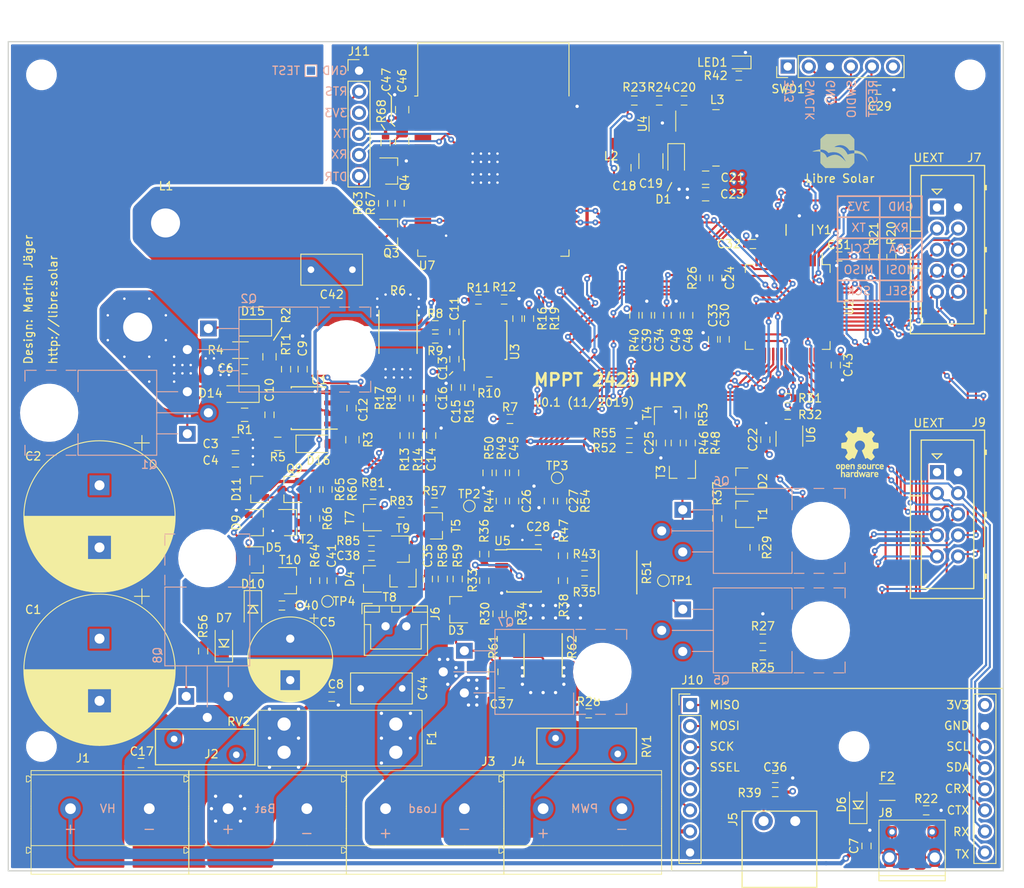
<source format=kicad_pcb>
(kicad_pcb (version 20171130) (host pcbnew 5.1.4)
  (title_block (title "MPPT 2420 HPX") (date 2019-11-28) (rev 0.1) (company "Libre Solar") (comment 1 "Design: Martin Jäger") (comment 2 "Website: http://libre.solar"))
  (layers (0 Top signal) (1 GND power) (2 3V3 power) (31 Bottom signal) (34 B.Paste user hide) (35 F.Paste user hide) (36 B.SilkS user) (37 F.SilkS user) (38 B.Mask user hide) (39 F.Mask user hide) (44 Edge.Cuts user))
  (net 0 "")
  (net 1 GND)
  (net 2 +3V3)
  (net 3 "Net-(C19-Pad1)")
  (net 4 /MCU/~RESET)
  (net 5 "Net-(R15-Pad1)")
  (net 6 "Net-(R11-Pad1)")
  (net 7 /MCU/OSC_IN)
  (net 8 /MCU/OSC_OUT)
  (net 9 "Net-(LED1-Pad2)")
  (net 10 "Net-(SWD1-Pad6)")
  (net 11 "Net-(C6-Pad1)")
  (net 12 "Net-(U2-Pad3)")
  (net 13 "Net-(U2-Pad14)")
  (net 14 "Net-(D14-Pad2)")
  (net 15 "Net-(D15-Pad2)")
  (net 16 "Net-(D16-Pad2)")
  (net 17 /MCU/LED_PWR)
  (net 18 "Net-(R12-Pad2)")
  (net 19 "Net-(R48-Pad1)")
  (net 20 "Net-(R83-Pad1)")
  (net 21 /DC/DC/SW_NODE)
  (net 22 "Net-(C11-Pad2)")
  (net 23 "Net-(C11-Pad1)")
  (net 24 "Net-(C20-Pad2)")
  (net 25 "Net-(C20-Pad1)")
  (net 26 +12V)
  (net 27 "/LV switches/CP_OUT")
  (net 28 "Net-(C38-Pad1)")
  (net 29 "Net-(D2-Pad2)")
  (net 30 "Net-(D3-Pad1)")
  (net 31 "Net-(F2-Pad2)")
  (net 32 /DC/DC/HS_DRV)
  (net 33 /DC/DC/LS_DRV)
  (net 34 "Net-(R10-Pad2)")
  (net 35 "Net-(R23-Pad2)")
  (net 36 VDDA)
  (net 37 "Net-(R29-Pad1)")
  (net 38 "Net-(R30-Pad1)")
  (net 39 "Net-(R34-Pad1)")
  (net 40 "Net-(R35-Pad1)")
  (net 41 "Net-(R36-Pad2)")
  (net 42 "/LV switches/S_SHUNT-")
  (net 43 "Net-(R43-Pad1)")
  (net 44 "Net-(R46-Pad2)")
  (net 45 "Net-(R47-Pad2)")
  (net 46 "Net-(R52-Pad1)")
  (net 47 "Net-(R53-Pad1)")
  (net 48 "Net-(R57-Pad2)")
  (net 49 "Net-(R59-Pad1)")
  (net 50 "Net-(R81-Pad1)")
  (net 51 "/LV switches/CP_PWM")
  (net 52 "Net-(R85-Pad2)")
  (net 53 "Net-(U3-Pad8)")
  (net 54 /DC/DC/POC_ALERT)
  (net 55 /DC/DC/NOC_ALERT)
  (net 56 /DC/DC/PWM_LS)
  (net 57 /DC/DC/PWM_HS)
  (net 58 "Net-(U2-Pad59)")
  (net 59 "Net-(U2-Pad30)")
  (net 60 "Net-(U2-Pad26)")
  (net 61 "Net-(U2-Pad23)")
  (net 62 "Net-(U2-Pad19)")
  (net 63 "Net-(U2-Pad10)")
  (net 64 "Net-(D5-Pad1)")
  (net 65 "Net-(C7-Pad1)")
  (net 66 /LOAD-)
  (net 67 /LOAD+)
  (net 68 /DC/DC/SHUNT+)
  (net 69 "/LV switches/PWM_SW_EN")
  (net 70 /MCU/I2C1_SDA)
  (net 71 /MCU/ADC2_IN5)
  (net 72 /MCU/DAC2)
  (net 73 /MCU/DAC1)
  (net 74 /MCU/ADC1_IN4)
  (net 75 /MCU/I2C1_SCL)
  (net 76 /MCU/ADC1_IN15)
  (net 77 /MCU/ADC1_IN12)
  (net 78 "Net-(D6-Pad2)")
  (net 79 /MCU/USB_DP)
  (net 80 /MCU/USB_DM)
  (net 81 /BAT+)
  (net 82 /MCU/TEMP_BAT)
  (net 83 /MCU/COMP3_INP)
  (net 84 /MCU/GPIOB_15)
  (net 85 /MCU/ADC1_IN6)
  (net 86 /MCU/I2C3_SCL)
  (net 87 /MCU/I2C3_SDA)
  (net 88 "Net-(J8-Pad4)")
  (net 89 /MCU/ADC12_IN1)
  (net 90 /MCU/ADC12_IN2)
  (net 91 /MCU/GPIOD_PD2)
  (net 92 "/LV switches/G_PWM")
  (net 93 "Net-(D7-Pad1)")
  (net 94 /PWM_SW-)
  (net 95 "Net-(D9-Pad1)")
  (net 96 "Net-(R66-Pad1)")
  (net 97 /MCU/USART3_TX)
  (net 98 /MCU/USART3_RX)
  (net 99 "Net-(D11-Pad2)")
  (net 100 "Net-(C10-Pad1)")
  (net 101 "Net-(D16-Pad1)")
  (net 102 "/LV switches/CP_SW")
  (net 103 "Net-(U7-Pad37)")
  (net 104 "Net-(U7-Pad36)")
  (net 105 "Net-(U7-Pad33)")
  (net 106 "Net-(U7-Pad32)")
  (net 107 "Net-(U7-Pad31)")
  (net 108 "Net-(U7-Pad30)")
  (net 109 "Net-(U7-Pad29)")
  (net 110 "Net-(U7-Pad26)")
  (net 111 "Net-(U7-Pad23)")
  (net 112 "Net-(U7-Pad22)")
  (net 113 "Net-(U7-Pad21)")
  (net 114 "Net-(U7-Pad20)")
  (net 115 "Net-(U7-Pad19)")
  (net 116 "Net-(U7-Pad18)")
  (net 117 "Net-(U7-Pad17)")
  (net 118 "Net-(U7-Pad16)")
  (net 119 "Net-(U7-Pad14)")
  (net 120 "Net-(U7-Pad13)")
  (net 121 "Net-(U7-Pad12)")
  (net 122 "Net-(U7-Pad11)")
  (net 123 "Net-(U7-Pad10)")
  (net 124 "Net-(U7-Pad9)")
  (net 125 "Net-(U7-Pad8)")
  (net 126 "Net-(U7-Pad7)")
  (net 127 "Net-(U7-Pad6)")
  (net 128 "Net-(U7-Pad5)")
  (net 129 "Net-(U7-Pad4)")
  (net 130 "Net-(Q3-Pad1)")
  (net 131 "Net-(Q4-Pad1)")
  (net 132 /Accessories/RESET)
  (net 133 /Accessories/CAN_TX)
  (net 134 /Accessories/CAN_RX)
  (net 135 /Accessories/DTR)
  (net 136 /Accessories/FTDI_RX)
  (net 137 /Accessories/FTDI_TX)
  (net 138 /Accessories/RTS)
  (net 139 /Accessories/GPIO0)
  (net 140 /Accessories/COM_MISO)
  (net 141 /Accessories/COM_MOSI)
  (net 142 /Accessories/COM_SCK)
  (net 143 /Accessories/COM_TX)
  (net 144 /Accessories/COM_RX)
  (net 145 /Accessories/COM_I2C_SCL)
  (net 146 /Accessories/COM_I2C_SDA)
  (net 147 /Accessories/COM_SSEL)
  (net 148 /Accessories/COM_PWRI)
  (net 149 "Net-(J10-Pad5)")
  (net 150 VBUS)
  (net 151 VREF)
  (net 152 "Net-(U7-Pad24)")
  (net 153 "/Power Supply/SMPS_SUPPLY")
  (net 154 /DCDC_HV+)
  (net 155 /DCDC_HV-)
  (net 156 "Net-(U2-Pad34)")
  (module LibreSolar:D_SOD-123 (layer Top) (at 126 112.5 90)
    (fp_text reference D7 (at 3 0 180) (layer F.SilkS))
    (fp_text value SS14FL)
    (pad 1 smd roundrect (at -1.65 0 90) (size 1 1.2) (layers Top F.Paste F.Mask) (roundrect_rratio 0.2) (net 93 "Net-(D7-Pad1)"))
    (pad 2 smd roundrect (at 1.65 0 90) (size 1 1.2) (layers Top F.Paste F.Mask) (roundrect_rratio 0.2) (net 33 /DC/DC/LS_DRV))
  )
  (module Diode_SMD:D_SOT-23_ANK (layer Top) (at 154 108.5 180)
    (fp_text reference D3 (at 0 -2.5) (layer F.SilkS))
    (fp_text value 12V)
    (pad 1 smd rect (at 1 0 180) (size 0.9 0.8) (layers Top F.Paste F.Mask) (net 30 "Net-(D3-Pad1)"))
    (pad "" smd rect (at -1 0.95 180) (size 0.9 0.8) (layers Top F.Paste F.Mask))
    (pad 2 smd rect (at -1 -0.95 180) (size 0.9 0.8) (layers Top F.Paste F.Mask) (net 67 /LOAD+))
  )
  (module TestPoint:TestPoint_Pad_1.0x1.0mm (layer Bottom) (at 136.5 43.5)
    (fp_text reference TEST (at -3 0) (layer B.SilkS) (effects (justify mirror)))
    (fp_text value TestPoint_Pad_1.0x1.0mm)
    (pad 1 smd rect (at 0 0) (size 1 1) (layers Bottom B.Mask))
  )
  (module LibreSolar:R_0603_1608 (layer Top) (at 170 121)
    (fp_text reference R28 (at 0 -1.4) (layer F.SilkS))
    (fp_text value 12k)
    (pad 2 smd roundrect (at 0.8 0) (size 0.8 0.9) (layers Top F.Paste F.Mask) (roundrect_rratio 0.2) (net 94 /PWM_SW-))
    (pad 1 smd roundrect (at -0.8 0) (size 0.8 0.9) (layers Top F.Paste F.Mask) (roundrect_rratio 0.2) (net 150 VBUS))
  )
  (module LibreSolar:C_0603_1608 (layer Top) (at 180.5 73 90)
    (fp_text reference C49 (at -3 0 90) (layer F.SilkS))
    (fp_text value 2.2µF)
    (pad 2 smd roundrect (at 0.8 0 90) (size 0.8 0.9) (layers Top F.Paste F.Mask) (roundrect_rratio 0.2) (net 1 GND))
    (pad 1 smd roundrect (at -0.8 0 90) (size 0.8 0.9) (layers Top F.Paste F.Mask) (roundrect_rratio 0.2) (net 151 VREF))
  )
  (module LibreSolar:C_0603_1608 (layer Top) (at 182 73 90)
    (fp_text reference C48 (at -3 0 90) (layer F.SilkS))
    (fp_text value 100nF)
    (pad 2 smd roundrect (at 0.8 0 90) (size 0.8 0.9) (layers Top F.Paste F.Mask) (roundrect_rratio 0.2) (net 1 GND))
    (pad 1 smd roundrect (at -0.8 0 90) (size 0.8 0.9) (layers Top F.Paste F.Mask) (roundrect_rratio 0.2) (net 151 VREF))
  )
  (module LibreSolar:D_SOD-123 (layer Top) (at 202.5 132 90)
    (fp_text reference D6 (at 0 -2 90) (layer F.SilkS))
    (fp_text value 1N4148)
    (pad 1 smd roundrect (at -1.65 0 90) (size 1 1.2) (layers Top F.Paste F.Mask) (roundrect_rratio 0.2) (net 154 /DCDC_HV+))
    (pad 2 smd roundrect (at 1.65 0 90) (size 1 1.2) (layers Top F.Paste F.Mask) (roundrect_rratio 0.2) (net 78 "Net-(D6-Pad2)"))
  )
  (module Connector_JST:JST_XH_B2B-XH-A_1x02_P2.50mm_Vertical (layer Top) (at 145.5 110.5)
    (fp_text reference J6 (at 6 -1.5 90) (layer F.SilkS))
    (fp_text value "JST XH")
    (pad 2 thru_hole oval (at 2.5 0) (size 1.7 2) (drill 1) (layers *.Cu *.Mask) (net 1 GND))
    (pad 1 thru_hole roundrect (at 0 0) (size 1.7 2) (drill 1) (layers *.Cu *.Mask) (roundrect_rratio 0.147059) (net 150 VBUS))
  )
  (module LibreSolar:CommsExt_2x8 (layer Top) (at 200 120)
    (fp_text reference J10 (at -17.5 -3) (layer F.SilkS))
    (fp_text value CommsExt_2x8)
    (pad 16 thru_hole oval (at 17.78 0 180) (size 1.7 1.7) (drill 1) (layers *.Cu *.Mask) (net 2 +3V3))
    (pad 11 thru_hole oval (at 17.78 12.7 180) (size 1.7 1.7) (drill 1) (layers *.Cu *.Mask) (net 133 /Accessories/CAN_TX))
    (pad 10 thru_hole oval (at 17.78 15.24 180) (size 1.7 1.7) (drill 1) (layers *.Cu *.Mask) (net 144 /Accessories/COM_RX))
    (pad 9 thru_hole circle (at 17.78 17.78 180) (size 1.7 1.7) (drill 1) (layers *.Cu *.Mask) (net 143 /Accessories/COM_TX))
    (pad 15 thru_hole oval (at 17.78 2.54 180) (size 1.7 1.7) (drill 1) (layers *.Cu *.Mask) (net 1 GND))
    (pad 12 thru_hole oval (at 17.78 10.16 180) (size 1.7 1.7) (drill 1) (layers *.Cu *.Mask) (net 134 /Accessories/CAN_RX))
    (pad 13 thru_hole oval (at 17.78 7.62 180) (size 1.7 1.7) (drill 1) (layers *.Cu *.Mask) (net 146 /Accessories/COM_I2C_SDA))
    (pad 14 thru_hole oval (at 17.78 5.08 180) (size 1.7 1.7) (drill 1) (layers *.Cu *.Mask) (net 145 /Accessories/COM_I2C_SCL))
    (pad 8 thru_hole oval (at -17.78 17.78) (size 1.7 1.7) (drill 1) (layers *.Cu *.Mask) (net 1 GND))
    (pad 7 thru_hole oval (at -17.78 15.24) (size 1.7 1.7) (drill 1) (layers *.Cu *.Mask) (net 150 VBUS))
    (pad 6 thru_hole oval (at -17.78 12.7) (size 1.7 1.7) (drill 1) (layers *.Cu *.Mask) (net 148 /Accessories/COM_PWRI))
    (pad 5 thru_hole oval (at -17.78 10.16) (size 1.7 1.7) (drill 1) (layers *.Cu *.Mask) (net 149 "Net-(J10-Pad5)"))
    (pad 4 thru_hole oval (at -17.78 7.62) (size 1.7 1.7) (drill 1) (layers *.Cu *.Mask) (net 147 /Accessories/COM_SSEL))
    (pad 3 thru_hole oval (at -17.78 5.08) (size 1.7 1.7) (drill 1) (layers *.Cu *.Mask) (net 142 /Accessories/COM_SCK))
    (pad 2 thru_hole oval (at -17.78 2.54) (size 1.7 1.7) (drill 1) (layers *.Cu *.Mask) (net 141 /Accessories/COM_MOSI))
    (pad 1 thru_hole rect (at -17.78 0) (size 1.7 1.7) (drill 1) (layers *.Cu *.Mask) (net 140 /Accessories/COM_MISO))
  )
  (module LibreSolar:TO-220-3_Horizontal_BottomHeatsink (layer Bottom) (at 181.34 96.46 270)
    (fp_text reference Q6 (at -3.46 -4.66 180) (layer B.SilkS) (effects (justify mirror)))
    (fp_text value IPA045N10N3G)
    (pad 3 thru_hole oval (at 5.08 0 270) (size 1.905 2) (drill 1.1) (layers *.Cu *.Mask) (net 29 "Net-(D2-Pad2)"))
    (pad 2 thru_hole oval (at 2.54 2.54 270) (size 1.905 2) (drill 1.1) (layers *.Cu *.Mask) (net 42 "/LV switches/S_SHUNT-"))
    (pad 1 thru_hole rect (at 0 0 270) (size 1.905 2) (drill 1.1) (layers *.Cu *.Mask) (net 92 "/LV switches/G_PWM"))
    (pad "" np_thru_hole oval (at 2.54 -16.66 270) (size 6.5 6.5) (drill 6.5) (layers *.Cu *.Mask))
  )
  (module LibreSolar:TO-220-3_Horizontal_BottomHeatsink (layer Bottom) (at 121.46 118.96)
    (fp_text reference Q8 (at -3.46 -4.96 90) (layer B.SilkS) (effects (justify mirror)))
    (fp_text value IPA045N10N3G)
    (pad 3 thru_hole oval (at 5.08 0) (size 1.905 2) (drill 1.1) (layers *.Cu *.Mask) (net 1 GND))
    (pad 2 thru_hole oval (at 2.54 2.54) (size 1.905 2) (drill 1.1) (layers *.Cu *.Mask) (net 155 /DCDC_HV-))
    (pad 1 thru_hole rect (at 0 0) (size 1.905 2) (drill 1.1) (layers *.Cu *.Mask) (net 93 "Net-(D7-Pad1)"))
    (pad "" np_thru_hole oval (at 2.54 -16.66) (size 6.5 6.5) (drill 6.5) (layers *.Cu *.Mask))
  )
  (module LibreSolar:R_Bourns_CRE2512 (layer Top) (at 164.5 114 90)
    (fp_text reference R62 (at 1 3.5 90) (layer F.SilkS))
    (fp_text value 2m)
    (pad 2 smd rect (at 2.2 0 90) (size 3.1 4) (layers Top F.Paste F.Mask) (net 1 GND))
    (pad 1 smd rect (at -2.2 0 90) (size 3.1 4) (layers Top F.Paste F.Mask) (net 66 /LOAD-))
  )
  (module LibreSolar:USB_Micro-B_10103594-0001LF (layer Top) (at 209 137)
    (fp_text reference J8 (at -3.2 -4 180) (layer F.SilkS))
    (fp_text value "USB Micro B")
    (pad 6 smd roundrect (at 0.96 1.62 90) (size 2.5 1.43) (layers Top F.Paste F.Mask) (net 65 "Net-(C7-Pad1)"))
    (pad 6 smd roundrect (at -0.96 1.62 90) (size 2.5 1.43) (layers Top F.Paste F.Mask) (net 65 "Net-(C7-Pad1)"))
    (pad 6 thru_hole oval (at 2.73 1.38 90) (size 1.8 1.8) (drill 1.2) (layers *.Cu *.Mask) (net 65 "Net-(C7-Pad1)"))
    (pad 6 thru_hole oval (at -2.73 1.38 90) (size 1.8 1.8) (drill 1.2) (layers *.Cu *.Mask) (net 65 "Net-(C7-Pad1)"))
    (pad 6 thru_hole circle (at 2.42 -1.7 90) (size 1.1 1.1) (drill 0.65) (layers *.Cu *.Mask) (net 65 "Net-(C7-Pad1)"))
    (pad 6 thru_hole circle (at -2.42 -1.7 90) (size 1.1 1.1) (drill 0.65) (layers *.Cu *.Mask) (net 65 "Net-(C7-Pad1)"))
    (pad 5 smd rect (at 1.3 -1.5 90) (size 1.65 0.4) (layers Top F.Paste F.Mask) (net 1 GND))
    (pad 4 smd rect (at 0.65 -1.5 90) (size 1.65 0.4) (layers Top F.Paste F.Mask) (net 88 "Net-(J8-Pad4)"))
    (pad 3 smd rect (at 0 -1.5 90) (size 1.65 0.4) (layers Top F.Paste F.Mask) (net 79 /MCU/USB_DP))
    (pad 2 smd rect (at -0.65 -1.5 90) (size 1.65 0.4) (layers Top F.Paste F.Mask) (net 80 /MCU/USB_DM))
    (pad 1 smd rect (at -1.3 -1.5 90) (size 1.65 0.4) (layers Top F.Paste F.Mask) (net 31 "Net-(F2-Pad2)"))
    (pad 6 smd roundrect (at 2.9 -1.7) (size 2.1 1.4) (layers Top F.Paste F.Mask) (roundrect_rratio 0.2) (net 65 "Net-(C7-Pad1)"))
    (pad 6 smd roundrect (at -2.9 -1.7) (size 2.1 1.4) (layers Top F.Paste F.Mask) (roundrect_rratio 0.2) (net 65 "Net-(C7-Pad1)"))
    (pad 6 smd roundrect (at -2.725 1 90) (size 3.05 1.3) (layers Top F.Paste F.Mask) (roundrect_rratio 0.2) (net 65 "Net-(C7-Pad1)"))
    (pad 6 smd roundrect (at 2.725 1 90) (size 3.05 1.3) (layers Top F.Paste F.Mask) (roundrect_rratio 0.2) (net 65 "Net-(C7-Pad1)"))
    (pad 6 smd roundrect (at 3 -0.4) (size 1.85 0.8) (layers Top F.Paste F.Mask) (roundrect_rratio 0.2) (net 65 "Net-(C7-Pad1)"))
    (pad 6 smd roundrect (at -3 -0.4) (size 1.85 0.8) (layers Top F.Paste F.Mask) (roundrect_rratio 0.2) (net 65 "Net-(C7-Pad1)"))
  )
  (module LibreSolar:R_0603_1608 (layer Top) (at 185.5 97.5 270)
    (fp_text reference R37 (at -3 0 90) (layer F.SilkS))
    (fp_text value 39k)
    (pad 2 smd roundrect (at 0.8 0 270) (size 0.8 0.9) (layers Top F.Paste F.Mask) (roundrect_rratio 0.2) (net 29 "Net-(D2-Pad2)"))
    (pad 1 smd roundrect (at -0.8 0 270) (size 0.8 0.9) (layers Top F.Paste F.Mask) (roundrect_rratio 0.2) (net 92 "/LV switches/G_PWM"))
  )
  (module RF_Module:ESP32-WROOM-32 (layer Top) (at 158.5 56)
    (fp_text reference U7 (at -8 11 180) (layer F.SilkS))
    (fp_text value ESP32-WROOM-32D)
    (pad 38 smd rect (at 8.5 -8.255) (size 2 0.9) (layers Top F.Paste F.Mask) (net 1 GND))
    (pad 37 smd rect (at 8.5 -6.985) (size 2 0.9) (layers Top F.Paste F.Mask) (net 103 "Net-(U7-Pad37)"))
    (pad 36 smd rect (at 8.5 -5.715) (size 2 0.9) (layers Top F.Paste F.Mask) (net 104 "Net-(U7-Pad36)"))
    (pad 35 smd rect (at 8.5 -4.445) (size 2 0.9) (layers Top F.Paste F.Mask) (net 136 /Accessories/FTDI_RX))
    (pad 34 smd rect (at 8.5 -3.175) (size 2 0.9) (layers Top F.Paste F.Mask) (net 137 /Accessories/FTDI_TX))
    (pad 33 smd rect (at 8.5 -1.905) (size 2 0.9) (layers Top F.Paste F.Mask) (net 105 "Net-(U7-Pad33)"))
    (pad 32 smd rect (at 8.5 -0.635) (size 2 0.9) (layers Top F.Paste F.Mask) (net 106 "Net-(U7-Pad32)"))
    (pad 31 smd rect (at 8.5 0.635) (size 2 0.9) (layers Top F.Paste F.Mask) (net 107 "Net-(U7-Pad31)"))
    (pad 30 smd rect (at 8.5 1.905) (size 2 0.9) (layers Top F.Paste F.Mask) (net 108 "Net-(U7-Pad30)"))
    (pad 29 smd rect (at 8.5 3.175) (size 2 0.9) (layers Top F.Paste F.Mask) (net 109 "Net-(U7-Pad29)"))
    (pad 28 smd rect (at 8.5 4.445) (size 2 0.9) (layers Top F.Paste F.Mask) (net 143 /Accessories/COM_TX))
    (pad 27 smd rect (at 8.5 5.715) (size 2 0.9) (layers Top F.Paste F.Mask) (net 144 /Accessories/COM_RX))
    (pad 26 smd rect (at 8.5 6.985) (size 2 0.9) (layers Top F.Paste F.Mask) (net 110 "Net-(U7-Pad26)"))
    (pad 25 smd rect (at 8.5 8.255) (size 2 0.9) (layers Top F.Paste F.Mask) (net 139 /Accessories/GPIO0))
    (pad 24 smd rect (at 5.715 9.255 90) (size 2 0.9) (layers Top F.Paste F.Mask) (net 152 "Net-(U7-Pad24)"))
    (pad 23 smd rect (at 4.445 9.255 90) (size 2 0.9) (layers Top F.Paste F.Mask) (net 111 "Net-(U7-Pad23)"))
    (pad 22 smd rect (at 3.175 9.255 90) (size 2 0.9) (layers Top F.Paste F.Mask) (net 112 "Net-(U7-Pad22)"))
    (pad 21 smd rect (at 1.905 9.255 90) (size 2 0.9) (layers Top F.Paste F.Mask) (net 113 "Net-(U7-Pad21)"))
    (pad 20 smd rect (at 0.635 9.255 90) (size 2 0.9) (layers Top F.Paste F.Mask) (net 114 "Net-(U7-Pad20)"))
    (pad 19 smd rect (at -0.635 9.255 90) (size 2 0.9) (layers Top F.Paste F.Mask) (net 115 "Net-(U7-Pad19)"))
    (pad 18 smd rect (at -1.905 9.255 90) (size 2 0.9) (layers Top F.Paste F.Mask) (net 116 "Net-(U7-Pad18)"))
    (pad 17 smd rect (at -3.175 9.255 90) (size 2 0.9) (layers Top F.Paste F.Mask) (net 117 "Net-(U7-Pad17)"))
    (pad 16 smd rect (at -4.445 9.255 90) (size 2 0.9) (layers Top F.Paste F.Mask) (net 118 "Net-(U7-Pad16)"))
    (pad 15 smd rect (at -5.715 9.255 90) (size 2 0.9) (layers Top F.Paste F.Mask) (net 1 GND))
    (pad 14 smd rect (at -8.5 8.255) (size 2 0.9) (layers Top F.Paste F.Mask) (net 119 "Net-(U7-Pad14)"))
    (pad 13 smd rect (at -8.5 6.985) (size 2 0.9) (layers Top F.Paste F.Mask) (net 120 "Net-(U7-Pad13)"))
    (pad 12 smd rect (at -8.5 5.715) (size 2 0.9) (layers Top F.Paste F.Mask) (net 121 "Net-(U7-Pad12)"))
    (pad 11 smd rect (at -8.5 4.445) (size 2 0.9) (layers Top F.Paste F.Mask) (net 122 "Net-(U7-Pad11)"))
    (pad 10 smd rect (at -8.5 3.175) (size 2 0.9) (layers Top F.Paste F.Mask) (net 123 "Net-(U7-Pad10)"))
    (pad 9 smd rect (at -8.5 1.905) (size 2 0.9) (layers Top F.Paste F.Mask) (net 124 "Net-(U7-Pad9)"))
    (pad 8 smd rect (at -8.5 0.635) (size 2 0.9) (layers Top F.Paste F.Mask) (net 125 "Net-(U7-Pad8)"))
    (pad 7 smd rect (at -8.5 -0.635) (size 2 0.9) (layers Top F.Paste F.Mask) (net 126 "Net-(U7-Pad7)"))
    (pad 6 smd rect (at -8.5 -1.905) (size 2 0.9) (layers Top F.Paste F.Mask) (net 127 "Net-(U7-Pad6)"))
    (pad 5 smd rect (at -8.5 -3.175) (size 2 0.9) (layers Top F.Paste F.Mask) (net 128 "Net-(U7-Pad5)"))
    (pad 4 smd rect (at -8.5 -4.445) (size 2 0.9) (layers Top F.Paste F.Mask) (net 129 "Net-(U7-Pad4)"))
    (pad 3 smd rect (at -8.5 -5.715) (size 2 0.9) (layers Top F.Paste F.Mask) (net 132 /Accessories/RESET))
    (pad 2 smd rect (at -8.5 -6.985) (size 2 0.9) (layers Top F.Paste F.Mask) (net 2 +3V3))
    (pad 1 smd rect (at -8.5 -8.255) (size 2 0.9) (layers Top F.Paste F.Mask) (net 1 GND))
    (pad 39 smd rect (at -1 -0.755) (size 5 5) (layers Top F.Paste F.Mask) (net 1 GND))
  )
  (module LibreSolar:R_0603_1608 (layer Top) (at 145.5 52.2 90)
    (fp_text reference R68 (at 3.8 -0.5 90) (layer F.SilkS))
    (fp_text value 10k)
    (pad 2 smd roundrect (at 0.8 0 90) (size 0.8 0.9) (layers Top F.Paste F.Mask) (roundrect_rratio 0.2) (net 2 +3V3))
    (pad 1 smd roundrect (at -0.8 0 90) (size 0.8 0.9) (layers Top F.Paste F.Mask) (roundrect_rratio 0.2) (net 132 /Accessories/RESET))
  )
  (module LibreSolar:R_0603_1608 (layer Top) (at 147.2 59.5 270)
    (fp_text reference R67 (at 0 3.5 90) (layer F.SilkS))
    (fp_text value 10k)
    (pad 2 smd roundrect (at 0.8 0 270) (size 0.8 0.9) (layers Top F.Paste F.Mask) (roundrect_rratio 0.2) (net 135 /Accessories/DTR))
    (pad 1 smd roundrect (at -0.8 0 270) (size 0.8 0.9) (layers Top F.Paste F.Mask) (roundrect_rratio 0.2) (net 131 "Net-(Q4-Pad1)"))
  )
  (module LibreSolar:R_0603_1608 (layer Top) (at 145.2 59.5 90)
    (fp_text reference R63 (at 0 -3 90) (layer F.SilkS))
    (fp_text value 10k)
    (pad 2 smd roundrect (at 0.8 0 90) (size 0.8 0.9) (layers Top F.Paste F.Mask) (roundrect_rratio 0.2) (net 138 /Accessories/RTS))
    (pad 1 smd roundrect (at -0.8 0 90) (size 0.8 0.9) (layers Top F.Paste F.Mask) (roundrect_rratio 0.2) (net 130 "Net-(Q3-Pad1)"))
  )
  (module LibreSolar:SOT-23 (layer Top) (at 146.2 55.6)
    (fp_text reference Q4 (at 1.6 1.4 90) (layer F.SilkS))
    (fp_text value MMBT3904)
    (pad 1 smd roundrect (at -1.05 -0.95) (size 1 0.9) (layers Top F.Paste F.Mask) (roundrect_rratio 0.2) (net 131 "Net-(Q4-Pad1)"))
    (pad 2 smd roundrect (at -1.05 0.95) (size 1 0.9) (layers Top F.Paste F.Mask) (roundrect_rratio 0.2) (net 138 /Accessories/RTS))
    (pad 3 smd roundrect (at 1.05 0) (size 1 0.9) (layers Top F.Paste F.Mask) (roundrect_rratio 0.2) (net 132 /Accessories/RESET))
  )
  (module LibreSolar:SOT-23 (layer Top) (at 146.2 63)
    (fp_text reference Q3 (at 0 2.5) (layer F.SilkS))
    (fp_text value MMBT3904)
    (pad 1 smd roundrect (at -1.05 -0.95) (size 1 0.9) (layers Top F.Paste F.Mask) (roundrect_rratio 0.2) (net 130 "Net-(Q3-Pad1)"))
    (pad 2 smd roundrect (at -1.05 0.95) (size 1 0.9) (layers Top F.Paste F.Mask) (roundrect_rratio 0.2) (net 135 /Accessories/DTR))
    (pad 3 smd roundrect (at 1.05 0) (size 1 0.9) (layers Top F.Paste F.Mask) (roundrect_rratio 0.2) (net 139 /Accessories/GPIO0))
  )
  (module Connector_PinHeader_2.54mm:PinHeader_1x06_P2.54mm_Vertical (layer Top) (at 142.3 43.5)
    (fp_text reference J11 (at 0 -2.33) (layer F.SilkS))
    (fp_text value Conn_01x06)
    (pad 6 thru_hole oval (at 0 12.7) (size 1.7 1.7) (drill 1) (layers *.Cu *.Mask) (net 135 /Accessories/DTR))
    (pad 5 thru_hole oval (at 0 10.16) (size 1.7 1.7) (drill 1) (layers *.Cu *.Mask) (net 136 /Accessories/FTDI_RX))
    (pad 4 thru_hole oval (at 0 7.62) (size 1.7 1.7) (drill 1) (layers *.Cu *.Mask) (net 137 /Accessories/FTDI_TX))
    (pad 3 thru_hole oval (at 0 5.08) (size 1.7 1.7) (drill 1) (layers *.Cu *.Mask) (net 2 +3V3))
    (pad 2 thru_hole oval (at 0 2.54) (size 1.7 1.7) (drill 1) (layers *.Cu *.Mask) (net 138 /Accessories/RTS))
    (pad 1 thru_hole rect (at 0 0) (size 1.7 1.7) (drill 1) (layers *.Cu *.Mask) (net 1 GND))
  )
  (module LibreSolar:C_0805_2012 (layer Top) (at 147.5 52 270)
    (fp_text reference C47 (at -7.4 1.9 90) (layer F.SilkS))
    (fp_text value 2.2µF)
    (pad 2 smd roundrect (at 1 0 270) (size 1.1 1.4) (layers Top F.Paste F.Mask) (roundrect_rratio 0.2) (net 1 GND))
    (pad 1 smd roundrect (at -1 0 270) (size 1.1 1.4) (layers Top F.Paste F.Mask) (roundrect_rratio 0.2) (net 132 /Accessories/RESET))
  )
  (module LibreSolar:C_0805_2012 (layer Top) (at 147.5 48.2 90)
    (fp_text reference C46 (at 3.5 0 90) (layer F.SilkS))
    (fp_text value 10µF)
    (pad 2 smd roundrect (at 1 0 90) (size 1.1 1.4) (layers Top F.Paste F.Mask) (roundrect_rratio 0.2) (net 1 GND))
    (pad 1 smd roundrect (at -1 0 90) (size 1.1 1.4) (layers Top F.Paste F.Mask) (roundrect_rratio 0.2) (net 2 +3V3))
  )
  (module LibreSolar:R_0805_2012 (layer Top) (at 141.5 88 90)
    (fp_text reference R3 (at 0 1.9 90) (layer F.SilkS))
    (fp_text value 3R3)
    (pad 2 smd roundrect (at 1 0 90) (size 1.1 1.4) (layers Top F.Paste F.Mask) (roundrect_rratio 0.2) (net 26 +12V))
    (pad 1 smd roundrect (at -1 0 90) (size 1.1 1.4) (layers Top F.Paste F.Mask) (roundrect_rratio 0.2) (net 16 "Net-(D16-Pad2)"))
  )
  (module LibreSolar:D_SOD-123 (layer Top) (at 129.5 108.5 270)
    (fp_text reference D10 (at -3.1 0 180) (layer F.SilkS))
    (fp_text value 1N4148)
    (pad 1 smd roundrect (at -1.65 0 270) (size 1 1.2) (layers Top F.Paste F.Mask) (roundrect_rratio 0.2) (net 153 "/Power Supply/SMPS_SUPPLY"))
    (pad 2 smd roundrect (at 1.65 0 270) (size 1 1.2) (layers Top F.Paste F.Mask) (roundrect_rratio 0.2) (net 150 VBUS))
  )
  (module LibreSolar:SOT-23 (layer Top) (at 134 94 180)
    (fp_text reference Q9 (at -0.5 2.5) (layer F.SilkS))
    (fp_text value DMP10H4D2S)
    (pad 1 smd roundrect (at -1.05 -0.95 180) (size 1 0.9) (layers Top F.Paste F.Mask) (roundrect_rratio 0.2) (net 99 "Net-(D11-Pad2)"))
    (pad 2 smd roundrect (at -1.05 0.95 180) (size 1 0.9) (layers Top F.Paste F.Mask) (roundrect_rratio 0.2) (net 154 /DCDC_HV+))
    (pad 3 smd roundrect (at 1.05 0 180) (size 1 0.9) (layers Top F.Paste F.Mask) (roundrect_rratio 0.2) (net 153 "/Power Supply/SMPS_SUPPLY"))
  )
  (module Diode_SMD:D_SOT-23_ANK (layer Top) (at 130 94 180)
    (fp_text reference D11 (at 2.5 0 90) (layer F.SilkS))
    (fp_text value 12V)
    (pad 1 smd rect (at 1 0 180) (size 0.9 0.8) (layers Top F.Paste F.Mask) (net 154 /DCDC_HV+))
    (pad "" smd rect (at -1 0.95 180) (size 0.9 0.8) (layers Top F.Paste F.Mask))
    (pad 2 smd rect (at -1 -0.95 180) (size 0.9 0.8) (layers Top F.Paste F.Mask) (net 99 "Net-(D11-Pad2)"))
  )
  (module LibreSolar:R_0603_1608 (layer Top) (at 204.4 66 90)
    (fp_text reference R21 (at 2.8 0 90) (layer F.SilkS))
    (fp_text value 2.2k)
    (pad 2 smd roundrect (at 0.8 0 90) (size 0.8 0.9) (layers Top F.Paste F.Mask) (roundrect_rratio 0.2) (net 2 +3V3))
    (pad 1 smd roundrect (at -0.8 0 90) (size 0.8 0.9) (layers Top F.Paste F.Mask) (roundrect_rratio 0.2) (net 70 /MCU/I2C1_SDA))
  )
  (module LibreSolar:R_0603_1608 (layer Top) (at 206.5 66 90)
    (fp_text reference R20 (at 2.9 0 90) (layer F.SilkS))
    (fp_text value 2.2k)
    (pad 2 smd roundrect (at 0.8 0 90) (size 0.8 0.9) (layers Top F.Paste F.Mask) (roundrect_rratio 0.2) (net 2 +3V3))
    (pad 1 smd roundrect (at -0.8 0 90) (size 0.8 0.9) (layers Top F.Paste F.Mask) (roundrect_rratio 0.2) (net 75 /MCU/I2C1_SCL))
  )
  (module LibreSolar:Box_Header_2x05x2.54mm_Straight (layer Top) (at 212 60 270)
    (fp_text reference J7 (at -6 -4.5 180) (layer F.SilkS))
    (fp_text value UEXT)
    (pad 1 thru_hole rect (at 0 0 270) (size 1.7 1.7) (drill 1) (layers *.Cu *.Mask) (net 2 +3V3))
    (pad 2 thru_hole circle (at 0 -2.54 270) (size 1.7 1.7) (drill 1) (layers *.Cu *.Mask) (net 1 GND))
    (pad 3 thru_hole circle (at 2.54 0 270) (size 1.7 1.7) (drill 1) (layers *.Cu *.Mask) (net 97 /MCU/USART3_TX))
    (pad 4 thru_hole circle (at 2.54 -2.54 270) (size 1.7 1.7) (drill 1) (layers *.Cu *.Mask) (net 98 /MCU/USART3_RX))
    (pad 5 thru_hole circle (at 5.08 0 270) (size 1.7 1.7) (drill 1) (layers *.Cu *.Mask) (net 75 /MCU/I2C1_SCL))
    (pad 6 thru_hole circle (at 5.08 -2.54 270) (size 1.7 1.7) (drill 1) (layers *.Cu *.Mask) (net 70 /MCU/I2C1_SDA))
    (pad 7 thru_hole circle (at 7.62 0 270) (size 1.7 1.7) (drill 1) (layers *.Cu *.Mask) (net 140 /Accessories/COM_MISO))
    (pad 8 thru_hole circle (at 7.62 -2.54 270) (size 1.7 1.7) (drill 1) (layers *.Cu *.Mask) (net 141 /Accessories/COM_MOSI))
    (pad 9 thru_hole circle (at 10.16 0 270) (size 1.7 1.7) (drill 1) (layers *.Cu *.Mask) (net 142 /Accessories/COM_SCK))
    (pad 10 thru_hole circle (at 10.16 -2.54 270) (size 1.7 1.7) (drill 1) (layers *.Cu *.Mask) (net 91 /MCU/GPIOD_PD2))
  )
  (module LibreSolar:SOT-23 (layer Top) (at 134 98)
    (fp_text reference T2 (at 2 2) (layer F.SilkS))
    (fp_text value MMBT3904)
    (pad 1 smd roundrect (at -1.05 -0.95) (size 1 0.9) (layers Top F.Paste F.Mask) (roundrect_rratio 0.2) (net 95 "Net-(D9-Pad1)"))
    (pad 2 smd roundrect (at -1.05 0.95) (size 1 0.9) (layers Top F.Paste F.Mask) (roundrect_rratio 0.2) (net 150 VBUS))
    (pad 3 smd roundrect (at 1.05 0) (size 1 0.9) (layers Top F.Paste F.Mask) (roundrect_rratio 0.2) (net 96 "Net-(R66-Pad1)"))
  )
  (module LibreSolar:R_0603_1608 (layer Top) (at 137 97.5 90)
    (fp_text reference R66 (at 0 1.5 90) (layer F.SilkS))
    (fp_text value 12k)
    (pad 2 smd roundrect (at 0.8 0 90) (size 0.8 0.9) (layers Top F.Paste F.Mask) (roundrect_rratio 0.2) (net 99 "Net-(D11-Pad2)"))
    (pad 1 smd roundrect (at -0.8 0 90) (size 0.8 0.9) (layers Top F.Paste F.Mask) (roundrect_rratio 0.2) (net 96 "Net-(R66-Pad1)"))
  )
  (module LibreSolar:R_0603_1608 (layer Top) (at 137 94 90)
    (fp_text reference R65 (at 0 3 90) (layer F.SilkS))
    (fp_text value 12k)
    (pad 2 smd roundrect (at 0.8 0 90) (size 0.8 0.9) (layers Top F.Paste F.Mask) (roundrect_rratio 0.2) (net 154 /DCDC_HV+))
    (pad 1 smd roundrect (at -0.8 0 90) (size 0.8 0.9) (layers Top F.Paste F.Mask) (roundrect_rratio 0.2) (net 99 "Net-(D11-Pad2)"))
  )
  (module LibreSolar:R_0603_1608 (layer Top) (at 138.5 94 90)
    (fp_text reference R60 (at 0 3 90) (layer F.SilkS))
    (fp_text value 12k)
    (pad 2 smd roundrect (at 0.8 0 90) (size 0.8 0.9) (layers Top F.Paste F.Mask) (roundrect_rratio 0.2) (net 154 /DCDC_HV+))
    (pad 1 smd roundrect (at -0.8 0 90) (size 0.8 0.9) (layers Top F.Paste F.Mask) (roundrect_rratio 0.2) (net 95 "Net-(D9-Pad1)"))
  )
  (module Diode_SMD:D_SOT-23_ANK (layer Top) (at 130 98)
    (fp_text reference D9 (at -2.5 0 90) (layer F.SilkS))
    (fp_text value 12V)
    (pad 1 smd rect (at 1 0) (size 0.9 0.8) (layers Top F.Paste F.Mask) (net 95 "Net-(D9-Pad1)"))
    (pad "" smd rect (at -1 0.95) (size 0.9 0.8) (layers Top F.Paste F.Mask))
    (pad 2 smd rect (at -1 -0.95) (size 0.9 0.8) (layers Top F.Paste F.Mask) (net 1 GND))
  )
  (module LibreSolar:R_0603_1608 (layer Top) (at 123.5 113.5 270)
    (fp_text reference R56 (at -3 0 90) (layer F.SilkS))
    (fp_text value 1M)
    (pad 2 smd roundrect (at 0.8 0 270) (size 0.8 0.9) (layers Top F.Paste F.Mask) (roundrect_rratio 0.2) (net 1 GND))
    (pad 1 smd roundrect (at -0.8 0 270) (size 0.8 0.9) (layers Top F.Paste F.Mask) (roundrect_rratio 0.2) (net 93 "Net-(D7-Pad1)"))
  )
  (module LibreSolar:C_0603_1608 (layer Top) (at 161 92 270)
    (fp_text reference C45 (at -3 0 90) (layer F.SilkS))
    (fp_text value 10nF)
    (pad 2 smd roundrect (at 0.8 0 270) (size 0.8 0.9) (layers Top F.Paste F.Mask) (roundrect_rratio 0.2) (net 1 GND))
    (pad 1 smd roundrect (at -0.8 0 270) (size 0.8 0.9) (layers Top F.Paste F.Mask) (roundrect_rratio 0.2) (net 83 /MCU/COMP3_INP))
  )
  (module LibreSolar:TO-220-3_Horizontal_BottomHeatsink (layer Bottom) (at 181.34 108.46 270)
    (fp_text reference Q5 (at 8.54 -4.66 180) (layer B.SilkS) (effects (justify mirror)))
    (fp_text value IPA045N10N3G)
    (pad 3 thru_hole oval (at 5.08 0 270) (size 1.905 2) (drill 1.1) (layers *.Cu *.Mask) (net 29 "Net-(D2-Pad2)"))
    (pad 2 thru_hole oval (at 2.54 2.54 270) (size 1.905 2) (drill 1.1) (layers *.Cu *.Mask) (net 94 /PWM_SW-))
    (pad 1 thru_hole rect (at 0 0 270) (size 1.905 2) (drill 1.1) (layers *.Cu *.Mask) (net 92 "/LV switches/G_PWM"))
    (pad "" np_thru_hole oval (at 2.54 -16.66 270) (size 6.5 6.5) (drill 6.5) (layers *.Cu *.Mask))
  )
  (module LibreSolar:TO-220-3_Horizontal_BottomHeatsink (layer Bottom) (at 121.59 87.295 90)
    (fp_text reference Q1 (at -3.705 -4.59 180) (layer B.SilkS) (effects (justify mirror)))
    (fp_text value IPA045N10N3G)
    (pad 3 thru_hole oval (at 5.08 0 90) (size 1.905 2) (drill 1.1) (layers *.Cu *.Mask) (net 21 /DC/DC/SW_NODE))
    (pad 2 thru_hole oval (at 2.54 2.54 90) (size 1.905 2) (drill 1.1) (layers *.Cu *.Mask) (net 154 /DCDC_HV+))
    (pad 1 thru_hole rect (at 0 0 90) (size 1.905 2) (drill 1.1) (layers *.Cu *.Mask) (net 14 "Net-(D14-Pad2)"))
    (pad "" np_thru_hole oval (at 2.54 -16.66 90) (size 6.5 6.5) (drill 6.5) (layers *.Cu *.Mask))
  )
  (module LibreSolar:TO-220-3_Horizontal_BottomHeatsink (layer Bottom) (at 124.13 74.595 270)
    (fp_text reference Q2 (at -3.595 -4.87 180) (layer B.SilkS) (effects (justify mirror)))
    (fp_text value IPA045N10N3G)
    (pad 3 thru_hole oval (at 5.08 0 270) (size 1.905 2) (drill 1.1) (layers *.Cu *.Mask) (net 1 GND))
    (pad 2 thru_hole oval (at 2.54 2.54 270) (size 1.905 2) (drill 1.1) (layers *.Cu *.Mask) (net 21 /DC/DC/SW_NODE))
    (pad 1 thru_hole rect (at 0 0 270) (size 1.905 2) (drill 1.1) (layers *.Cu *.Mask) (net 15 "Net-(D15-Pad2)"))
    (pad "" np_thru_hole oval (at 2.54 -16.66 270) (size 6.5 6.5) (drill 6.5) (layers *.Cu *.Mask))
  )
  (module LibreSolar:TO-220-3_Horizontal_BottomHeatsink (layer Bottom) (at 155 113.46 270)
    (fp_text reference Q7 (at -3.46 -5 180) (layer B.SilkS) (effects (justify mirror)))
    (fp_text value IPA045N10N3G)
    (pad 3 thru_hole oval (at 5.08 0 270) (size 1.905 2) (drill 1.1) (layers *.Cu *.Mask) (net 67 /LOAD+))
    (pad 2 thru_hole oval (at 2.54 2.54 270) (size 1.905 2) (drill 1.1) (layers *.Cu *.Mask) (net 150 VBUS))
    (pad 1 thru_hole rect (at 0 0 270) (size 1.905 2) (drill 1.1) (layers *.Cu *.Mask) (net 30 "Net-(D3-Pad1)"))
    (pad "" np_thru_hole oval (at 2.54 -16.66 270) (size 6.5 6.5) (drill 6.5) (layers *.Cu *.Mask))
  )
  (module Varistor:RV_Disc_D12mm_W4.3mm_P7.5mm (layer Top) (at 120 124.1)
    (fp_text reference RV2 (at 7.8 -2.1 180) (layer F.SilkS))
    (fp_text value 56V)
    (pad 2 thru_hole circle (at 7.5 1.9) (size 1.8 1.8) (drill 0.8) (layers *.Cu *.Mask) (net 155 /DCDC_HV-))
    (pad 1 thru_hole circle (at 0 0) (size 1.8 1.8) (drill 0.8) (layers *.Cu *.Mask) (net 154 /DCDC_HV+))
  )
  (module LibreSolar:Box_Header_2x05x2.54mm_Straight (layer Top) (at 212 91.92 270)
    (fp_text reference J9 (at -6 -5.04 180) (layer F.SilkS))
    (fp_text value UEXT)
    (pad 1 thru_hole rect (at 0 0 270) (size 1.7 1.7) (drill 1) (layers *.Cu *.Mask) (net 2 +3V3))
    (pad 2 thru_hole circle (at 0 -2.54 270) (size 1.7 1.7) (drill 1) (layers *.Cu *.Mask) (net 1 GND))
    (pad 3 thru_hole circle (at 2.54 0 270) (size 1.7 1.7) (drill 1) (layers *.Cu *.Mask) (net 143 /Accessories/COM_TX))
    (pad 4 thru_hole circle (at 2.54 -2.54 270) (size 1.7 1.7) (drill 1) (layers *.Cu *.Mask) (net 144 /Accessories/COM_RX))
    (pad 5 thru_hole circle (at 5.08 0 270) (size 1.7 1.7) (drill 1) (layers *.Cu *.Mask) (net 145 /Accessories/COM_I2C_SCL))
    (pad 6 thru_hole circle (at 5.08 -2.54 270) (size 1.7 1.7) (drill 1) (layers *.Cu *.Mask) (net 146 /Accessories/COM_I2C_SDA))
    (pad 7 thru_hole circle (at 7.62 0 270) (size 1.7 1.7) (drill 1) (layers *.Cu *.Mask) (net 140 /Accessories/COM_MISO))
    (pad 8 thru_hole circle (at 7.62 -2.54 270) (size 1.7 1.7) (drill 1) (layers *.Cu *.Mask) (net 141 /Accessories/COM_MOSI))
    (pad 9 thru_hole circle (at 10.16 0 270) (size 1.7 1.7) (drill 1) (layers *.Cu *.Mask) (net 142 /Accessories/COM_SCK))
    (pad 10 thru_hole circle (at 10.16 -2.54 270) (size 1.7 1.7) (drill 1) (layers *.Cu *.Mask) (net 147 /Accessories/COM_SSEL))
  )
  (module Capacitor_THT:C_Rect_L7.2mm_W3.5mm_P5.00mm_FKS2_FKP2_MKS2_MKP2 (layer Top) (at 142.5 118)
    (fp_text reference C44 (at 7.5 0 90) (layer F.SilkS))
    (fp_text value 0.22µF)
    (pad 2 thru_hole circle (at 5 0) (size 1.6 1.6) (drill 0.8) (layers *.Cu *.Mask) (net 150 VBUS))
    (pad 1 thru_hole circle (at 0 0) (size 1.6 1.6) (drill 0.8) (layers *.Cu *.Mask) (net 1 GND))
  )
  (module Capacitor_THT:C_Rect_L7.2mm_W3.5mm_P5.00mm_FKS2_FKP2_MKS2_MKP2 (layer Top) (at 141.5 67.5 180)
    (fp_text reference C42 (at 2.5 -3) (layer F.SilkS))
    (fp_text value 0.22µF)
    (pad 1 thru_hole circle (at 0 0 180) (size 1.6 1.6) (drill 0.8) (layers *.Cu *.Mask) (net 68 /DC/DC/SHUNT+))
    (pad 2 thru_hole circle (at 5 0 180) (size 1.6 1.6) (drill 0.8) (layers *.Cu *.Mask) (net 1 GND))
  )
  (module LibreSolar:C_0805_2012 (layer Top) (at 127.4 90.5)
    (fp_text reference C4 (at -3 0) (layer F.SilkS))
    (fp_text value 100nF)
    (pad 2 smd roundrect (at 1 0) (size 1.1 1.4) (layers Top F.Paste F.Mask) (roundrect_rratio 0.2) (net 1 GND))
    (pad 1 smd roundrect (at -1 0) (size 1.1 1.4) (layers Top F.Paste F.Mask) (roundrect_rratio 0.2) (net 154 /DCDC_HV+))
  )
  (module LibreSolar:C_0805_2012 (layer Top) (at 127.4 88.5)
    (fp_text reference C3 (at -3 0) (layer F.SilkS))
    (fp_text value 1µF)
    (pad 2 smd roundrect (at 1 0) (size 1.1 1.4) (layers Top F.Paste F.Mask) (roundrect_rratio 0.2) (net 1 GND))
    (pad 1 smd roundrect (at -1 0) (size 1.1 1.4) (layers Top F.Paste F.Mask) (roundrect_rratio 0.2) (net 154 /DCDC_HV+))
  )
  (module LibreSolar:R_0603_1608 (layer Top) (at 169.5 103.2)
    (fp_text reference R43 (at 0 -1.4) (layer F.SilkS))
    (fp_text value 2.2k)
    (pad 2 smd roundrect (at 0.8 0) (size 0.8 0.9) (layers Top F.Paste F.Mask) (roundrect_rratio 0.2) (net 42 "/LV switches/S_SHUNT-"))
    (pad 1 smd roundrect (at -0.8 0) (size 0.8 0.9) (layers Top F.Paste F.Mask) (roundrect_rratio 0.2) (net 43 "Net-(R43-Pad1)"))
  )
  (module LibreSolar:SOT-23 (layer Top) (at 179.5 84.8 90)
    (fp_text reference T4 (at 0 -2.45 90) (layer F.SilkS))
    (fp_text value MMBT3904)
    (pad 1 smd roundrect (at -1.05 -0.95 90) (size 1 0.9) (layers Top F.Paste F.Mask) (roundrect_rratio 0.2) (net 46 "Net-(R52-Pad1)"))
    (pad 2 smd roundrect (at -1.05 0.95 90) (size 1 0.9) (layers Top F.Paste F.Mask) (roundrect_rratio 0.2) (net 1 GND))
    (pad 3 smd roundrect (at 1.05 0 90) (size 1 0.9) (layers Top F.Paste F.Mask) (roundrect_rratio 0.2) (net 47 "Net-(R53-Pad1)"))
  )
  (module LibreSolar:R_0603_1608 (layer Top) (at 144 94.6)
    (fp_text reference R81 (at 0 -1.4) (layer F.SilkS))
    (fp_text value 100k)
    (pad 2 smd roundrect (at 0.8 0) (size 0.8 0.9) (layers Top F.Paste F.Mask) (roundrect_rratio 0.2) (net 150 VBUS))
    (pad 1 smd roundrect (at -0.8 0) (size 0.8 0.9) (layers Top F.Paste F.Mask) (roundrect_rratio 0.2) (net 50 "Net-(R81-Pad1)"))
  )
  (module Package_TO_SOT_SMD:SOT-23 (layer Top) (at 143.6 104.8 180)
    (fp_text reference D4 (at 2.4 0 90) (layer F.SilkS))
    (fp_text value BAT54S)
    (pad 3 smd rect (at 1 0 180) (size 0.9 0.8) (layers Top F.Paste F.Mask) (net 28 "Net-(C38-Pad1)"))
    (pad 2 smd rect (at -1 0.95 180) (size 0.9 0.8) (layers Top F.Paste F.Mask) (net 27 "/LV switches/CP_OUT"))
    (pad 1 smd rect (at -1 -0.95 180) (size 0.9 0.8) (layers Top F.Paste F.Mask) (net 26 +12V))
  )
  (module LibreSolar:C_0603_1608 (layer Top) (at 166.9 105 90)
    (fp_text reference R38 (at -3 0.1 90) (layer F.SilkS))
    (fp_text value 68k)
    (pad 2 smd roundrect (at 0.8 0 90) (size 0.8 0.9) (layers Top F.Paste F.Mask) (roundrect_rratio 0.2) (net 72 /MCU/DAC2))
    (pad 1 smd roundrect (at -0.8 0 90) (size 0.8 0.9) (layers Top F.Paste F.Mask) (roundrect_rratio 0.2) (net 40 "Net-(R35-Pad1)"))
  )
  (module LibreSolar:C_0603_1608 (layer Top) (at 165.2 95.4 270)
    (fp_text reference C27 (at 0 -3 90) (layer F.SilkS))
    (fp_text value 10nF)
    (pad 2 smd roundrect (at 0.8 0 270) (size 0.8 0.9) (layers Top F.Paste F.Mask) (roundrect_rratio 0.2) (net 1 GND))
    (pad 1 smd roundrect (at -0.8 0 270) (size 0.8 0.9) (layers Top F.Paste F.Mask) (roundrect_rratio 0.2) (net 71 /MCU/ADC2_IN5))
  )
  (module LibreSolar:R_0603_1608 (layer Top) (at 143.8 100.2)
    (fp_text reference R85 (at -2.8 0) (layer F.SilkS))
    (fp_text value 1k)
    (pad 2 smd roundrect (at 0.8 0) (size 0.8 0.9) (layers Top F.Paste F.Mask) (roundrect_rratio 0.2) (net 52 "Net-(R85-Pad2)"))
    (pad 1 smd roundrect (at -0.8 0) (size 0.8 0.9) (layers Top F.Paste F.Mask) (roundrect_rratio 0.2) (net 50 "Net-(R81-Pad1)"))
  )
  (module LibreSolar:R_0603_1608 (layer Top) (at 169.5 105)
    (fp_text reference R35 (at 0 1.4) (layer F.SilkS))
    (fp_text value 2.2k)
    (pad 2 smd roundrect (at 0.8 0) (size 0.8 0.9) (layers Top F.Paste F.Mask) (roundrect_rratio 0.2) (net 1 GND))
    (pad 1 smd roundrect (at -0.8 0) (size 0.8 0.9) (layers Top F.Paste F.Mask) (roundrect_rratio 0.2) (net 40 "Net-(R35-Pad1)"))
  )
  (module LibreSolar:C_0603_1608 (layer Top) (at 139 119)
    (fp_text reference C8 (at 0.5 -1.5) (layer F.SilkS))
    (fp_text value 10nF)
    (pad 2 smd roundrect (at 0.8 0) (size 0.8 0.9) (layers Top F.Paste F.Mask) (roundrect_rratio 0.2) (net 1 GND))
    (pad 1 smd roundrect (at -0.8 0) (size 0.8 0.9) (layers Top F.Paste F.Mask) (roundrect_rratio 0.2) (net 81 /BAT+))
  )
  (module LibreSolar:SOT-23 (layer Top) (at 147.6 105 270)
    (fp_text reference T8 (at 2 1.6 180) (layer F.SilkS))
    (fp_text value MMBT3904)
    (pad 1 smd roundrect (at -1.05 -0.95 270) (size 1 0.9) (layers Top F.Paste F.Mask) (roundrect_rratio 0.2) (net 52 "Net-(R85-Pad2)"))
    (pad 2 smd roundrect (at -1.05 0.95 270) (size 1 0.9) (layers Top F.Paste F.Mask) (roundrect_rratio 0.2) (net 102 "/LV switches/CP_SW"))
    (pad 3 smd roundrect (at 1.05 0 270) (size 1 0.9) (layers Top F.Paste F.Mask) (roundrect_rratio 0.2) (net 150 VBUS))
  )
  (module LibreSolar:C_0603_1608 (layer Top) (at 190 101 270)
    (fp_text reference R29 (at 0 -1.5 90) (layer F.SilkS))
    (fp_text value 120k)
    (pad 1 smd roundrect (at -0.8 0 270) (size 0.8 0.9) (layers Top F.Paste F.Mask) (roundrect_rratio 0.2) (net 37 "Net-(R29-Pad1)"))
    (pad 2 smd roundrect (at 0.8 0 270) (size 0.8 0.9) (layers Top F.Paste F.Mask) (roundrect_rratio 0.2) (net 94 /PWM_SW-))
  )
  (module LibreSolar:C_0603_1608 (layer Top) (at 161 95.4 270)
    (fp_text reference C26 (at 0 -1.5 90) (layer F.SilkS))
    (fp_text value 10nF)
    (pad 2 smd roundrect (at 0.8 0 270) (size 0.8 0.9) (layers Top F.Paste F.Mask) (roundrect_rratio 0.2) (net 1 GND))
    (pad 1 smd roundrect (at -0.8 0 270) (size 0.8 0.9) (layers Top F.Paste F.Mask) (roundrect_rratio 0.2) (net 90 /MCU/ADC12_IN2))
  )
  (module LibreSolar:C_0603_1608 (layer Top) (at 182.3 88.4 90)
    (fp_text reference R48 (at 0 3 90) (layer F.SilkS))
    (fp_text value 120k)
    (pad 2 smd roundrect (at 0.8 0 90) (size 0.8 0.9) (layers Top F.Paste F.Mask) (roundrect_rratio 0.2) (net 26 +12V))
    (pad 1 smd roundrect (at -0.8 0 90) (size 0.8 0.9) (layers Top F.Paste F.Mask) (roundrect_rratio 0.2) (net 19 "Net-(R48-Pad1)"))
  )
  (module LibreSolar:C_0603_1608 (layer Top) (at 174.9 87.2 180)
    (fp_text reference R55 (at 3 0) (layer F.SilkS))
    (fp_text value 120k)
    (pad 2 smd roundrect (at 0.8 0 180) (size 0.8 0.9) (layers Top F.Paste F.Mask) (roundrect_rratio 0.2) (net 1 GND))
    (pad 1 smd roundrect (at -0.8 0 180) (size 0.8 0.9) (layers Top F.Paste F.Mask) (roundrect_rratio 0.2) (net 46 "Net-(R52-Pad1)"))
  )
  (module LibreSolar:R_0603_1608 (layer Top) (at 180.5 88.4 270)
    (fp_text reference R46 (at 0 -3.4 90) (layer F.SilkS))
    (fp_text value 470R)
    (pad 2 smd roundrect (at 0.8 0 270) (size 0.8 0.9) (layers Top F.Paste F.Mask) (roundrect_rratio 0.2) (net 44 "Net-(R46-Pad2)"))
    (pad 1 smd roundrect (at -0.8 0 270) (size 0.8 0.9) (layers Top F.Paste F.Mask) (roundrect_rratio 0.2) (net 26 +12V))
  )
  (module Package_TO_SOT_SMD:SOT-23 (layer Top) (at 147.6 101.2)
    (fp_text reference T9 (at 0 -2.5) (layer F.SilkS))
    (fp_text value MMBT3906)
    (pad 3 smd rect (at 1 0) (size 0.9 0.8) (layers Top F.Paste F.Mask) (net 1 GND))
    (pad 2 smd rect (at -1 0.95) (size 0.9 0.8) (layers Top F.Paste F.Mask) (net 102 "/LV switches/CP_SW"))
    (pad 1 smd rect (at -1 -0.95) (size 0.9 0.8) (layers Top F.Paste F.Mask) (net 52 "Net-(R85-Pad2)"))
  )
  (module LibreSolar:C_0603_1608 (layer Top) (at 159.4 95.4 90)
    (fp_text reference R44 (at 0 -1.4 90) (layer F.SilkS))
    (fp_text value 2.2k)
    (pad 2 smd roundrect (at 0.8 0 90) (size 0.8 0.9) (layers Top F.Paste F.Mask) (roundrect_rratio 0.2) (net 90 /MCU/ADC12_IN2))
    (pad 1 smd roundrect (at -0.8 0 90) (size 0.8 0.9) (layers Top F.Paste F.Mask) (roundrect_rratio 0.2) (net 41 "Net-(R36-Pad2)"))
  )
  (module LibreSolar:C_0603_1608 (layer Top) (at 159.4 92 270)
    (fp_text reference R49 (at -3 -0.1 90) (layer F.SilkS))
    (fp_text value 12k)
    (pad 2 smd roundrect (at 0.8 0 270) (size 0.8 0.9) (layers Top F.Paste F.Mask) (roundrect_rratio 0.2) (net 41 "Net-(R36-Pad2)"))
    (pad 1 smd roundrect (at -0.8 0 270) (size 0.8 0.9) (layers Top F.Paste F.Mask) (roundrect_rratio 0.2) (net 83 /MCU/COMP3_INP))
  )
  (module LibreSolar:C_0603_1608 (layer Top) (at 157.8 92 90)
    (fp_text reference R50 (at 3 0.2 90) (layer F.SilkS))
    (fp_text value 8.2k)
    (pad 2 smd roundrect (at 0.8 0 90) (size 0.8 0.9) (layers Top F.Paste F.Mask) (roundrect_rratio 0.2) (net 83 /MCU/COMP3_INP))
    (pad 1 smd roundrect (at -0.8 0 90) (size 0.8 0.9) (layers Top F.Paste F.Mask) (roundrect_rratio 0.2) (net 1 GND))
  )
  (module LibreSolar:C_0603_1608 (layer Top) (at 191 114)
    (fp_text reference R25 (at 0 1.5) (layer F.SilkS))
    (fp_text value 120k)
    (pad 2 smd roundrect (at 0.8 0) (size 0.8 0.9) (layers Top F.Paste F.Mask) (roundrect_rratio 0.2) (net 74 /MCU/ADC1_IN4))
    (pad 1 smd roundrect (at -0.8 0) (size 0.8 0.9) (layers Top F.Paste F.Mask) (roundrect_rratio 0.2) (net 94 /PWM_SW-))
  )
  (module LibreSolar:C_0603_1608 (layer Top) (at 150.6 104.8 270)
    (fp_text reference C35 (at -2.8 0 90) (layer F.SilkS))
    (fp_text value 100nF)
    (pad 2 smd roundrect (at 0.8 0 270) (size 0.8 0.9) (layers Top F.Paste F.Mask) (roundrect_rratio 0.2) (net 150 VBUS))
    (pad 1 smd roundrect (at -0.8 0 270) (size 0.8 0.9) (layers Top F.Paste F.Mask) (roundrect_rratio 0.2) (net 27 "/LV switches/CP_OUT"))
  )
  (module LibreSolar:R_0603_1608 (layer Top) (at 166.8 95.4 90)
    (fp_text reference R54 (at 0 2.8 90) (layer F.SilkS))
    (fp_text value 2.2k)
    (pad 2 smd roundrect (at 0.8 0 90) (size 0.8 0.9) (layers Top F.Paste F.Mask) (roundrect_rratio 0.2) (net 71 /MCU/ADC2_IN5))
    (pad 1 smd roundrect (at -0.8 0 90) (size 0.8 0.9) (layers Top F.Paste F.Mask) (roundrect_rratio 0.2) (net 45 "Net-(R47-Pad2)"))
  )
  (module LibreSolar:C_0603_1608 (layer Top) (at 166.9 102 90)
    (fp_text reference R47 (at 3 0.1 90) (layer F.SilkS))
    (fp_text value 68k)
    (pad 2 smd roundrect (at 0.8 0 90) (size 0.8 0.9) (layers Top F.Paste F.Mask) (roundrect_rratio 0.2) (net 45 "Net-(R47-Pad2)"))
    (pad 1 smd roundrect (at -0.8 0 90) (size 0.8 0.9) (layers Top F.Paste F.Mask) (roundrect_rratio 0.2) (net 43 "Net-(R43-Pad1)"))
  )
  (module LibreSolar:C_0603_1608 (layer Top) (at 163.9 100.1 180)
    (fp_text reference C28 (at 0 1.6) (layer F.SilkS))
    (fp_text value 100nF)
    (pad 2 smd roundrect (at 0.8 0 180) (size 0.8 0.9) (layers Top F.Paste F.Mask) (roundrect_rratio 0.2) (net 1 GND))
    (pad 1 smd roundrect (at -0.8 0 180) (size 0.8 0.9) (layers Top F.Paste F.Mask) (roundrect_rratio 0.2) (net 2 +3V3))
  )
  (module TestPoint:TestPoint_Pad_D1.0mm (layer Top) (at 155.6 96)
    (fp_text reference TP2 (at 0 -1.448) (layer F.SilkS))
    (fp_text value I_LOAD)
    (pad 1 smd circle (at 0 0) (size 1 1) (layers Top F.Mask) (net 90 /MCU/ADC12_IN2))
  )
  (module LibreSolar:Fiducial_0.7mm (layer Top) (at 210.5 128.5)
    (fp_text reference FID2 hide)
    (fp_text value Fiducial)
    (pad ~ smd circle (at 0 0) (size 0.7 0.7) (layers Top F.Mask) (clearance 0.7))
  )
  (module TestPoint:TestPoint_Pad_D1.0mm (layer Top) (at 166.2 92.6)
    (fp_text reference TP3 (at 0 -1.448) (layer F.SilkS))
    (fp_text value I_SOLAR)
    (pad 1 smd circle (at 0 0) (size 1 1) (layers Top F.Mask) (net 71 /MCU/ADC2_IN5))
  )
  (module LibreSolar:C_0603_1608 (layer Top) (at 178.7 88.4 270)
    (fp_text reference C25 (at 0 1.4 90) (layer F.SilkS))
    (fp_text value 100nF)
    (pad 2 smd roundrect (at 0.8 0 270) (size 0.8 0.9) (layers Top F.Paste F.Mask) (roundrect_rratio 0.2) (net 1 GND))
    (pad 1 smd roundrect (at -0.8 0 270) (size 0.8 0.9) (layers Top F.Paste F.Mask) (roundrect_rratio 0.2) (net 26 +12V))
  )
  (module LibreSolar:C_0603_1608 (layer Top) (at 185.5 68.5 270)
    (fp_text reference C24 (at 0 -1.5 90) (layer F.SilkS))
    (fp_text value 10nF)
    (pad 2 smd roundrect (at 0.8 0 270) (size 0.8 0.9) (layers Top F.Paste F.Mask) (roundrect_rratio 0.2) (net 1 GND))
    (pad 1 smd roundrect (at -0.8 0 270) (size 0.8 0.9) (layers Top F.Paste F.Mask) (roundrect_rratio 0.2) (net 74 /MCU/ADC1_IN4))
  )
  (module LibreSolar:SOT-23 (layer Top) (at 188.5 97 180)
    (fp_text reference T1 (at -2.5 0 90) (layer F.SilkS))
    (fp_text value MMBT3904)
    (pad 1 smd roundrect (at -1.05 -0.95 180) (size 1 0.9) (layers Top F.Paste F.Mask) (roundrect_rratio 0.2) (net 37 "Net-(R29-Pad1)"))
    (pad 2 smd roundrect (at -1.05 0.95 180) (size 1 0.9) (layers Top F.Paste F.Mask) (roundrect_rratio 0.2) (net 29 "Net-(D2-Pad2)"))
    (pad 3 smd roundrect (at 1.05 0 180) (size 1 0.9) (layers Top F.Paste F.Mask) (roundrect_rratio 0.2) (net 92 "/LV switches/G_PWM"))
  )
  (module LibreSolar:C_0603_1608 (layer Top) (at 182.3 85 270)
    (fp_text reference R53 (at 0 -1.5 90) (layer F.SilkS))
    (fp_text value 120k)
    (pad 2 smd roundrect (at 0.8 0 270) (size 0.8 0.9) (layers Top F.Paste F.Mask) (roundrect_rratio 0.2) (net 19 "Net-(R48-Pad1)"))
    (pad 1 smd roundrect (at -0.8 0 270) (size 0.8 0.9) (layers Top F.Paste F.Mask) (roundrect_rratio 0.2) (net 47 "Net-(R53-Pad1)"))
  )
  (module LibreSolar:R_0603_1608 (layer Top) (at 174.9 89 180)
    (fp_text reference R52 (at 3 0) (layer F.SilkS))
    (fp_text value 2.2k)
    (pad 2 smd roundrect (at 0.8 0 180) (size 0.8 0.9) (layers Top F.Paste F.Mask) (roundrect_rratio 0.2) (net 69 "/LV switches/PWM_SW_EN"))
    (pad 1 smd roundrect (at -0.8 0 180) (size 0.8 0.9) (layers Top F.Paste F.Mask) (roundrect_rratio 0.2) (net 46 "Net-(R52-Pad1)"))
  )
  (module LibreSolar:SOT-23 (layer Top) (at 181.3 91.9 270)
    (fp_text reference T3 (at 0 2.6 90) (layer F.SilkS))
    (fp_text value MMBT3906)
    (pad 1 smd roundrect (at -1.05 -0.95 270) (size 1 0.9) (layers Top F.Paste F.Mask) (roundrect_rratio 0.2) (net 19 "Net-(R48-Pad1)"))
    (pad 2 smd roundrect (at -1.05 0.95 270) (size 1 0.9) (layers Top F.Paste F.Mask) (roundrect_rratio 0.2) (net 44 "Net-(R46-Pad2)"))
    (pad 3 smd roundrect (at 1.05 0 270) (size 1 0.9) (layers Top F.Paste F.Mask) (roundrect_rratio 0.2) (net 92 "/LV switches/G_PWM"))
  )
  (module LibreSolar:SOT-23 (layer Top) (at 143.6 97.4 180)
    (fp_text reference T7 (at 2.4 0 90) (layer F.SilkS))
    (fp_text value MMBT3904)
    (pad 1 smd roundrect (at -1.05 -0.95 180) (size 1 0.9) (layers Top F.Paste F.Mask) (roundrect_rratio 0.2) (net 20 "Net-(R83-Pad1)"))
    (pad 2 smd roundrect (at -1.05 0.95 180) (size 1 0.9) (layers Top F.Paste F.Mask) (roundrect_rratio 0.2) (net 1 GND))
    (pad 3 smd roundrect (at 1.05 0 180) (size 1 0.9) (layers Top F.Paste F.Mask) (roundrect_rratio 0.2) (net 50 "Net-(R81-Pad1)"))
  )
  (module LibreSolar:C_0603_1608 (layer Top) (at 184 68.5 90)
    (fp_text reference R26 (at 0 -1.5 90) (layer F.SilkS))
    (fp_text value 8.2k)
    (pad 2 smd roundrect (at 0.8 0 90) (size 0.8 0.9) (layers Top F.Paste F.Mask) (roundrect_rratio 0.2) (net 74 /MCU/ADC1_IN4))
    (pad 1 smd roundrect (at -0.8 0 90) (size 0.8 0.9) (layers Top F.Paste F.Mask) (roundrect_rratio 0.2) (net 151 VREF))
  )
  (module LibreSolar:C_0603_1608 (layer Top) (at 143.8 102)
    (fp_text reference C38 (at -2.8 0) (layer F.SilkS))
    (fp_text value 10nF)
    (pad 2 smd roundrect (at 0.8 0) (size 0.8 0.9) (layers Top F.Paste F.Mask) (roundrect_rratio 0.2) (net 102 "/LV switches/CP_SW"))
    (pad 1 smd roundrect (at -0.8 0) (size 0.8 0.9) (layers Top F.Paste F.Mask) (roundrect_rratio 0.2) (net 28 "Net-(C38-Pad1)"))
  )
  (module Diode_SMD:D_SOT-23_ANK (layer Top) (at 188.5 93 180)
    (fp_text reference D2 (at -2.5 0 90) (layer F.SilkS))
    (fp_text value 12V)
    (pad 1 smd rect (at 1 0 180) (size 0.9 0.8) (layers Top F.Paste F.Mask) (net 92 "/LV switches/G_PWM"))
    (pad "" smd rect (at -1 0.95 180) (size 0.9 0.8) (layers Top F.Paste F.Mask))
    (pad 2 smd rect (at -1 -0.95 180) (size 0.9 0.8) (layers Top F.Paste F.Mask) (net 29 "Net-(D2-Pad2)"))
  )
  (module TestPoint:TestPoint_Pad_D1.0mm (layer Top) (at 179 105)
    (fp_text reference TP1 (at 2.2 0) (layer F.SilkS))
    (fp_text value G_PWM)
    (pad 1 smd circle (at 0 0) (size 1 1) (layers Top F.Mask) (net 92 "/LV switches/G_PWM"))
  )
  (module LibreSolar:C_0603_1608 (layer Top) (at 191 112 180)
    (fp_text reference R27 (at 0 1.5) (layer F.SilkS))
    (fp_text value 12k)
    (pad 2 smd roundrect (at 0.8 0 180) (size 0.8 0.9) (layers Top F.Paste F.Mask) (roundrect_rratio 0.2) (net 1 GND))
    (pad 1 smd roundrect (at -0.8 0 180) (size 0.8 0.9) (layers Top F.Paste F.Mask) (roundrect_rratio 0.2) (net 74 /MCU/ADC1_IN4))
  )
  (module LibreSolar:Fiducial_0.7mm (layer Top) (at 102.5 49.5)
    (fp_text reference FID1 hide)
    (fp_text value Fiducial)
    (pad ~ smd circle (at 0 0) (size 0.7 0.7) (layers Top F.Mask) (clearance 0.7))
  )
  (module LibreSolar:R_0603_1608 (layer Top) (at 147.4 96.8)
    (fp_text reference R83 (at 0 -1.4) (layer F.SilkS))
    (fp_text value 10k)
    (pad 2 smd roundrect (at 0.8 0) (size 0.8 0.9) (layers Top F.Paste F.Mask) (roundrect_rratio 0.2) (net 51 "/LV switches/CP_PWM"))
    (pad 1 smd roundrect (at -0.8 0) (size 0.8 0.9) (layers Top F.Paste F.Mask) (roundrect_rratio 0.2) (net 20 "Net-(R83-Pad1)"))
  )
  (module LibreSolar:C_0603_1608 (layer Top) (at 157.4 101.8 90)
    (fp_text reference R36 (at 2.8 0 90) (layer F.SilkS))
    (fp_text value 68k)
    (pad 2 smd roundrect (at 0.8 0 90) (size 0.8 0.9) (layers Top F.Paste F.Mask) (roundrect_rratio 0.2) (net 41 "Net-(R36-Pad2)"))
    (pad 1 smd roundrect (at -0.8 0 90) (size 0.8 0.9) (layers Top F.Paste F.Mask) (roundrect_rratio 0.2) (net 39 "Net-(R34-Pad1)"))
  )
  (module LibreSolar:R_0603_1608 (layer Top) (at 158.5 116 270)
    (fp_text reference R61 (at -3 0 90) (layer F.SilkS))
    (fp_text value 1M)
    (pad 2 smd roundrect (at 0.8 0 270) (size 0.8 0.9) (layers Top F.Paste F.Mask) (roundrect_rratio 0.2) (net 67 /LOAD+))
    (pad 1 smd roundrect (at -0.8 0 270) (size 0.8 0.9) (layers Top F.Paste F.Mask) (roundrect_rratio 0.2) (net 30 "Net-(D3-Pad1)"))
  )
  (module LibreSolar:R_0603_1608 (layer Top) (at 152.4 104.8 270)
    (fp_text reference R58 (at -2.8 0 90) (layer F.SilkS))
    (fp_text value 100k)
    (pad 2 smd roundrect (at 0.8 0 270) (size 0.8 0.9) (layers Top F.Paste F.Mask) (roundrect_rratio 0.2) (net 30 "Net-(D3-Pad1)"))
    (pad 1 smd roundrect (at -0.8 0 270) (size 0.8 0.9) (layers Top F.Paste F.Mask) (roundrect_rratio 0.2) (net 27 "/LV switches/CP_OUT"))
  )
  (module LibreSolar:SOT-23 (layer Top) (at 151.6 98.4)
    (fp_text reference T5 (at 2.4 0 90) (layer F.SilkS))
    (fp_text value MMBT3904)
    (pad 1 smd roundrect (at -1.05 -0.95) (size 1 0.9) (layers Top F.Paste F.Mask) (roundrect_rratio 0.2) (net 48 "Net-(R57-Pad2)"))
    (pad 2 smd roundrect (at -1.05 0.95) (size 1 0.9) (layers Top F.Paste F.Mask) (roundrect_rratio 0.2) (net 1 GND))
    (pad 3 smd roundrect (at 1.05 0) (size 1 0.9) (layers Top F.Paste F.Mask) (roundrect_rratio 0.2) (net 49 "Net-(R59-Pad1)"))
  )
  (module LibreSolar:R_0603_1608 (layer Top) (at 154.2 104.8 270)
    (fp_text reference R59 (at -2.8 0 90) (layer F.SilkS))
    (fp_text value 10k)
    (pad 2 smd roundrect (at 0.8 0 270) (size 0.8 0.9) (layers Top F.Paste F.Mask) (roundrect_rratio 0.2) (net 30 "Net-(D3-Pad1)"))
    (pad 1 smd roundrect (at -0.8 0 270) (size 0.8 0.9) (layers Top F.Paste F.Mask) (roundrect_rratio 0.2) (net 49 "Net-(R59-Pad1)"))
  )
  (module LibreSolar:R_0603_1608 (layer Top) (at 151.4 95.6 180)
    (fp_text reference R57 (at 0 1.4) (layer F.SilkS))
    (fp_text value 2.2k)
    (pad 2 smd roundrect (at 0.8 0 180) (size 0.8 0.9) (layers Top F.Paste F.Mask) (roundrect_rratio 0.2) (net 48 "Net-(R57-Pad2)"))
    (pad 1 smd roundrect (at -0.8 0 180) (size 0.8 0.9) (layers Top F.Paste F.Mask) (roundrect_rratio 0.2) (net 84 /MCU/GPIOB_15))
  )
  (module LibreSolar:L-FERYSTER-DTMSS-27 (layer Top) (at 120 58 75)
    (fp_text reference L1 (at 0 0 180) (layer F.SilkS) (effects (justify right bottom)))
    (fp_text value 33µH hide)
    (pad 1 thru_hole circle (at -17 0 165) (size 6 6) (drill 3.5) (layers *.Cu *.Mask) (net 21 /DC/DC/SW_NODE))
    (pad 2 thru_hole circle (at -4 0 165) (size 6 6) (drill 3.5) (layers *.Cu *.Mask) (net 68 /DC/DC/SHUNT+))
  )
  (module LibreSolar:Keystone-Fuse-3557-2 (layer Top) (at 140 124 180)
    (fp_text reference F1 (at -10.5 0 270) (layer F.SilkS) (effects (justify top)))
    (fp_text value 25A)
    (pad 2 thru_hole circle (at 6.735 1.7 270) (size 2.8 2.8) (drill 1.6) (layers *.Cu *.Mask) (net 81 /BAT+))
    (pad 2 thru_hole circle (at 6.735 -1.7 270) (size 2.8 2.8) (drill 1.6) (layers *.Cu *.Mask) (net 81 /BAT+))
    (pad 1 thru_hole circle (at -6.735 1.7 270) (size 2.8 2.8) (drill 1.6) (layers *.Cu *.Mask) (net 150 VBUS))
    (pad 1 thru_hole circle (at -6.735 -1.7 270) (size 2.8 2.8) (drill 1.6) (layers *.Cu *.Mask) (net 150 VBUS))
  )
  (module LibreSolar:Phoenix_Contact_MKDS_5-2-9,5 (layer Top) (at 145.5 132.5)
    (fp_text reference J3 (at 12.4 -5.1) (layer F.SilkS) (effects (justify bottom)))
    (fp_text value "MKDS 5/ 2-9,5")
    (pad 1 thru_hole circle (at 0 0) (size 2.5 2.5) (drill 1.3) (layers *.Cu *.Mask) (net 67 /LOAD+))
    (pad 2 thru_hole circle (at 9.5 0) (size 2.5 2.5) (drill 1.3) (layers *.Cu *.Mask) (net 66 /LOAD-))
  )
  (module LibreSolar:Phoenix_Contact_MKDS_5-2-9,5 (layer Top) (at 126.5 132.5)
    (fp_text reference J2 (at -2 -6) (layer F.SilkS) (effects (justify bottom)))
    (fp_text value "MKDS 5/ 2-9,5")
    (pad 1 thru_hole circle (at 0 0) (size 2.5 2.5) (drill 1.3) (layers *.Cu *.Mask) (net 81 /BAT+))
    (pad 2 thru_hole circle (at 9.5 0) (size 2.5 2.5) (drill 1.3) (layers *.Cu *.Mask) (net 1 GND))
  )
  (module LibreSolar:Phoenix_Contact_MKDS_5-2-9,5 (layer Top) (at 164.5 132.5)
    (fp_text reference J4 (at -3 -5.1) (layer F.SilkS) (effects (justify bottom)))
    (fp_text value "MKDS 5/ 2-9,5")
    (pad 1 thru_hole circle (at 0 0) (size 2.5 2.5) (drill 1.3) (layers *.Cu *.Mask) (net 150 VBUS))
    (pad 2 thru_hole circle (at 9.5 0) (size 2.5 2.5) (drill 1.3) (layers *.Cu *.Mask) (net 94 /PWM_SW-))
  )
  (module LibreSolar:Phoenix_Contact_MKDS_5-2-9,5 (layer Top) (at 107.5 132.5)
    (fp_text reference J1 (at 1.5 -5.5) (layer F.SilkS) (effects (justify bottom)))
    (fp_text value "MKDS 5/ 2-9,5")
    (pad 1 thru_hole circle (at 0 0) (size 2.5 2.5) (drill 1.3) (layers *.Cu *.Mask) (net 154 /DCDC_HV+))
    (pad 2 thru_hole circle (at 9.5 0) (size 2.5 2.5) (drill 1.3) (layers *.Cu *.Mask) (net 155 /DCDC_HV-))
  )
  (module LibreSolar:Resonator_Murata_CSTNE (layer Top) (at 195.4 62.7)
    (fp_text reference Y1 (at 3 0) (layer F.SilkS))
    (fp_text value 8MHz)
    (pad 1 smd roundrect (at -1.2 0) (size 0.4 1.9) (layers Top F.Paste F.Mask) (roundrect_rratio 0.2) (net 8 /MCU/OSC_OUT))
    (pad 3 smd roundrect (at 1.2 0) (size 0.4 1.9) (layers Top F.Paste F.Mask) (roundrect_rratio 0.2) (net 7 /MCU/OSC_IN))
    (pad 2 smd roundrect (at 0 0) (size 0.4 1.9) (layers Top F.Paste F.Mask) (roundrect_rratio 0.2) (net 1 GND))
  )
  (module LibreSolar:R_0603_1608 (layer Top) (at 175.5 73 90)
    (fp_text reference R40 (at -3 0 90) (layer F.SilkS))
    (fp_text value 100R)
    (pad 2 smd roundrect (at 0.8 0 90) (size 0.8 0.9) (layers Top F.Paste F.Mask) (roundrect_rratio 0.2) (net 2 +3V3))
    (pad 1 smd roundrect (at -0.8 0 90) (size 0.8 0.9) (layers Top F.Paste F.Mask) (roundrect_rratio 0.2) (net 36 VDDA))
  )
  (module LibreSolar:C_0603_1608 (layer Top) (at 177 73 90)
    (fp_text reference C39 (at -3 0 90) (layer F.SilkS))
    (fp_text value 2.2µF)
    (pad 2 smd roundrect (at 0.8 0 90) (size 0.8 0.9) (layers Top F.Paste F.Mask) (roundrect_rratio 0.2) (net 1 GND))
    (pad 1 smd roundrect (at -0.8 0 90) (size 0.8 0.9) (layers Top F.Paste F.Mask) (roundrect_rratio 0.2) (net 36 VDDA))
  )
  (module LibreSolar:R_0603_1608 (layer Top) (at 133.5 79.5 90)
    (fp_text reference RT1 (at 3 0 90) (layer F.SilkS))
    (fp_text value 10k)
    (pad 2 smd roundrect (at 0.8 0 90) (size 0.8 0.9) (layers Top F.Paste F.Mask) (roundrect_rratio 0.2) (net 1 GND))
    (pad 1 smd roundrect (at -0.8 0 90) (size 0.8 0.9) (layers Top F.Paste F.Mask) (roundrect_rratio 0.2) (net 85 /MCU/ADC1_IN6))
  )
  (module LibreSolar:R_0603_1608 (layer Top) (at 192.5 130.5 180)
    (fp_text reference R39 (at 3.1 -0.1) (layer F.SilkS))
    (fp_text value 10k)
    (pad 2 smd roundrect (at 0.8 0 180) (size 0.8 0.9) (layers Top F.Paste F.Mask) (roundrect_rratio 0.2) (net 82 /MCU/TEMP_BAT))
    (pad 1 smd roundrect (at -0.8 0 180) (size 0.8 0.9) (layers Top F.Paste F.Mask) (roundrect_rratio 0.2) (net 2 +3V3))
  )
  (module LibreSolar:R_0603_1608 (layer Top) (at 160.5 85.5)
    (fp_text reference R7 (at 0 -1.4) (layer F.SilkS))
    (fp_text value 10k)
    (pad 2 smd roundrect (at 0.8 0) (size 0.8 0.9) (layers Top F.Paste F.Mask) (roundrect_rratio 0.2) (net 85 /MCU/ADC1_IN6))
    (pad 1 smd roundrect (at -0.8 0) (size 0.8 0.9) (layers Top F.Paste F.Mask) (roundrect_rratio 0.2) (net 2 +3V3))
  )
  (module LibreSolar:Phoenix_Contact_MC_1,5_2-G-3,81 (layer Top) (at 193 134)
    (fp_text reference J5 (at -5.6 -0.2 90) (layer F.SilkS))
    (fp_text value "Phoenix Contact MC 1,5")
    (pad 1 thru_hole circle (at -1.905 0) (size 2.2 2.2) (drill 1.2) (layers *.Cu *.Mask) (net 82 /MCU/TEMP_BAT))
    (pad 2 thru_hole circle (at 1.905 0) (size 2.2 2.2) (drill 1.2) (layers *.Cu *.Mask) (net 1 GND))
  )
  (module LibreSolar:C_0603_1608 (layer Top) (at 192.5 128.8)
    (fp_text reference C36 (at 0 -1.3) (layer F.SilkS))
    (fp_text value 100nF)
    (pad 2 smd roundrect (at 0.8 0) (size 0.8 0.9) (layers Top F.Paste F.Mask) (roundrect_rratio 0.2) (net 1 GND))
    (pad 1 smd roundrect (at -0.8 0) (size 0.8 0.9) (layers Top F.Paste F.Mask) (roundrect_rratio 0.2) (net 82 /MCU/TEMP_BAT))
  )
  (module LibreSolar:C_0603_1608 (layer Top) (at 135.5 79.5 90)
    (fp_text reference C9 (at 2.5 0 90) (layer F.SilkS))
    (fp_text value 100nF)
    (pad 2 smd roundrect (at 0.8 0 90) (size 0.8 0.9) (layers Top F.Paste F.Mask) (roundrect_rratio 0.2) (net 1 GND))
    (pad 1 smd roundrect (at -0.8 0 90) (size 0.8 0.9) (layers Top F.Paste F.Mask) (roundrect_rratio 0.2) (net 85 /MCU/ADC1_IN6))
  )
  (module LibreSolar:R_0603_1608 (layer Top) (at 210.7 132.7)
    (fp_text reference R22 (at 0 -1.4) (layer F.SilkS))
    (fp_text value 100k)
    (pad 2 smd roundrect (at 0.8 0) (size 0.8 0.9) (layers Top F.Paste F.Mask) (roundrect_rratio 0.2) (net 1 GND))
    (pad 1 smd roundrect (at -0.8 0) (size 0.8 0.9) (layers Top F.Paste F.Mask) (roundrect_rratio 0.2) (net 88 "Net-(J8-Pad4)"))
  )
  (module LibreSolar:R_1206_3216 (layer Top) (at 206 130.5)
    (fp_text reference F2 (at 0 -1.85) (layer F.SilkS))
    (fp_text value 200mA)
    (pad 2 smd roundrect (at 1.5 0) (size 1 1.8) (layers Top F.Paste F.Mask) (roundrect_rratio 0.2) (net 31 "Net-(F2-Pad2)"))
    (pad 1 smd roundrect (at -1.5 0) (size 1 1.8) (layers Top F.Paste F.Mask) (roundrect_rratio 0.2) (net 78 "Net-(D6-Pad2)"))
  )
  (module LibreSolar:C_0603_1608 (layer Top) (at 116 127)
    (fp_text reference C17 (at 0.1 -1.4) (layer F.SilkS))
    (fp_text value 10nF)
    (pad 2 smd roundrect (at 0.8 0) (size 0.8 0.9) (layers Top F.Paste F.Mask) (roundrect_rratio 0.2) (net 155 /DCDC_HV-))
    (pad 1 smd roundrect (at -0.8 0) (size 0.8 0.9) (layers Top F.Paste F.Mask) (roundrect_rratio 0.2) (net 154 /DCDC_HV+))
  )
  (module LibreSolar:C_0603_1608 (layer Top) (at 203.5 137 90)
    (fp_text reference C7 (at 0 -1.5 90) (layer F.SilkS))
    (fp_text value 10nF)
    (pad 2 smd roundrect (at 0.8 0 90) (size 0.8 0.9) (layers Top F.Paste F.Mask) (roundrect_rratio 0.2) (net 1 GND))
    (pad 1 smd roundrect (at -0.8 0 90) (size 0.8 0.9) (layers Top F.Paste F.Mask) (roundrect_rratio 0.2) (net 65 "Net-(C7-Pad1)"))
  )
  (module TestPoint:TestPoint_Pad_D1.0mm (layer Top) (at 138.5 107.5)
    (fp_text reference TP4 (at 2 0) (layer F.SilkS))
    (fp_text value 12V)
    (pad 1 smd circle (at 0 0) (size 1 1) (layers Top F.Mask) (net 26 +12V))
  )
  (module LibreSolar:SOT-23 (layer Top) (at 134 105)
    (fp_text reference T10 (at 0 -2.5 180) (layer F.SilkS))
    (fp_text value MMBT3904)
    (pad 1 smd roundrect (at -1.05 -0.95) (size 1 0.9) (layers Top F.Paste F.Mask) (roundrect_rratio 0.2) (net 64 "Net-(D5-Pad1)"))
    (pad 2 smd roundrect (at -1.05 0.95) (size 1 0.9) (layers Top F.Paste F.Mask) (roundrect_rratio 0.2) (net 26 +12V))
    (pad 3 smd roundrect (at 1.05 0) (size 1 0.9) (layers Top F.Paste F.Mask) (roundrect_rratio 0.2) (net 153 "/Power Supply/SMPS_SUPPLY"))
  )
  (module LibreSolar:R_0603_1608 (layer Top) (at 137 105 270)
    (fp_text reference R64 (at -3 0 90) (layer F.SilkS))
    (fp_text value 12k)
    (pad 2 smd roundrect (at 0.8 0 270) (size 0.8 0.9) (layers Top F.Paste F.Mask) (roundrect_rratio 0.2) (net 153 "/Power Supply/SMPS_SUPPLY"))
    (pad 1 smd roundrect (at -0.8 0 270) (size 0.8 0.9) (layers Top F.Paste F.Mask) (roundrect_rratio 0.2) (net 64 "Net-(D5-Pad1)"))
  )
  (module LibreSolar:R_0603_1608 (layer Top) (at 178.5 47.1)
    (fp_text reference R24 (at 0 -1.6) (layer F.SilkS))
    (fp_text value 10k)
    (pad 2 smd roundrect (at 0.8 0) (size 0.8 0.9) (layers Top F.Paste F.Mask) (roundrect_rratio 0.2) (net 1 GND))
    (pad 1 smd roundrect (at -0.8 0) (size 0.8 0.9) (layers Top F.Paste F.Mask) (roundrect_rratio 0.2) (net 35 "Net-(R23-Pad2)"))
  )
  (module LibreSolar:R_0603_1608 (layer Top) (at 175.5 47.1)
    (fp_text reference R23 (at 0 -1.6) (layer F.SilkS))
    (fp_text value 33k)
    (pad 2 smd roundrect (at 0.8 0) (size 0.8 0.9) (layers Top F.Paste F.Mask) (roundrect_rratio 0.2) (net 35 "Net-(R23-Pad2)"))
    (pad 1 smd roundrect (at -0.8 0) (size 0.8 0.9) (layers Top F.Paste F.Mask) (roundrect_rratio 0.2) (net 2 +3V3))
  )
  (module Diode_SMD:D_SOT-23_ANK (layer Top) (at 130 102.5)
    (fp_text reference D5 (at 2 -1.5 180) (layer F.SilkS))
    (fp_text value 12V)
    (pad 1 smd rect (at 1 0) (size 0.9 0.8) (layers Top F.Paste F.Mask) (net 64 "Net-(D5-Pad1)"))
    (pad "" smd rect (at -1 0.95) (size 0.9 0.8) (layers Top F.Paste F.Mask))
    (pad 2 smd rect (at -1 -0.95) (size 0.9 0.8) (layers Top F.Paste F.Mask) (net 1 GND))
  )
  (module LibreSolar:C_0603_1608 (layer Top) (at 139 105 90)
    (fp_text reference C41 (at 3 0 90) (layer F.SilkS))
    (fp_text value 4.7µF)
    (pad 2 smd roundrect (at 0.8 0 90) (size 0.8 0.9) (layers Top F.Paste F.Mask) (roundrect_rratio 0.2) (net 1 GND))
    (pad 1 smd roundrect (at -0.8 0 90) (size 0.8 0.9) (layers Top F.Paste F.Mask) (roundrect_rratio 0.2) (net 26 +12V))
  )
  (module LibreSolar:C_0603_1608 (layer Top) (at 133 108)
    (fp_text reference C40 (at 3 0) (layer F.SilkS))
    (fp_text value 1µF)
    (pad 2 smd roundrect (at 0.8 0) (size 0.8 0.9) (layers Top F.Paste F.Mask) (roundrect_rratio 0.2) (net 1 GND))
    (pad 1 smd roundrect (at -0.8 0) (size 0.8 0.9) (layers Top F.Paste F.Mask) (roundrect_rratio 0.2) (net 153 "/Power Supply/SMPS_SUPPLY"))
  )
  (module Package_QFP:LQFP-64_10x10mm_P0.5mm (layer Top) (at 194 72 270)
    (fp_text reference U2 (at 0 -7.4 90) (layer F.SilkS))
    (fp_text value STM32G431RBTx)
    (pad 64 smd roundrect (at -3.75 -5.675 270) (size 0.3 1.55) (layers Top F.Paste F.Mask) (net 2 +3V3))
    (pad 63 smd roundrect (at -3.25 -5.675 270) (size 0.3 1.55) (layers Top F.Paste F.Mask) (net 1 GND))
    (pad 62 smd roundrect (at -2.75 -5.675 270) (size 0.3 1.55) (layers Top F.Paste F.Mask) (net 133 /Accessories/CAN_TX))
    (pad 61 smd roundrect (at -2.25 -5.675 270) (size 0.3 1.55) (layers Top F.Paste F.Mask) (net 134 /Accessories/CAN_RX))
    (pad 60 smd roundrect (at -1.75 -5.675 270) (size 0.3 1.55) (layers Top F.Paste F.Mask) (net 70 /MCU/I2C1_SDA))
    (pad 59 smd roundrect (at -1.25 -5.675 270) (size 0.3 1.55) (layers Top F.Paste F.Mask) (net 58 "Net-(U2-Pad59)"))
    (pad 58 smd roundrect (at -0.75 -5.675 270) (size 0.3 1.55) (layers Top F.Paste F.Mask) (net 141 /Accessories/COM_MOSI))
    (pad 57 smd roundrect (at -0.25 -5.675 270) (size 0.3 1.55) (layers Top F.Paste F.Mask) (net 140 /Accessories/COM_MISO))
    (pad 56 smd roundrect (at 0.25 -5.675 270) (size 0.3 1.55) (layers Top F.Paste F.Mask) (net 142 /Accessories/COM_SCK))
    (pad 55 smd roundrect (at 0.75 -5.675 270) (size 0.3 1.55) (layers Top F.Paste F.Mask) (net 91 /MCU/GPIOD_PD2))
    (pad 54 smd roundrect (at 1.25 -5.675 270) (size 0.3 1.55) (layers Top F.Paste F.Mask) (net 147 /Accessories/COM_SSEL))
    (pad 53 smd roundrect (at 1.75 -5.675 270) (size 0.3 1.55) (layers Top F.Paste F.Mask) (net 98 /MCU/USART3_RX))
    (pad 52 smd roundrect (at 2.25 -5.675 270) (size 0.3 1.55) (layers Top F.Paste F.Mask) (net 97 /MCU/USART3_TX))
    (pad 51 smd roundrect (at 2.75 -5.675 270) (size 0.3 1.55) (layers Top F.Paste F.Mask) (net 75 /MCU/I2C1_SCL))
    (pad 50 smd roundrect (at 3.25 -5.675 270) (size 0.3 1.55) (layers Top F.Paste F.Mask) (net 146 /Accessories/COM_I2C_SDA))
    (pad 49 smd roundrect (at 3.75 -5.675 270) (size 0.3 1.55) (layers Top F.Paste F.Mask) (net 145 /Accessories/COM_I2C_SCL))
    (pad 48 smd roundrect (at 5.675 -3.75 270) (size 1.55 0.3) (layers Top F.Paste F.Mask) (net 2 +3V3))
    (pad 47 smd roundrect (at 5.675 -3.25 270) (size 1.55 0.3) (layers Top F.Paste F.Mask) (net 1 GND))
    (pad 46 smd roundrect (at 5.675 -2.75 270) (size 1.55 0.3) (layers Top F.Paste F.Mask) (net 79 /MCU/USB_DP))
    (pad 45 smd roundrect (at 5.675 -2.25 270) (size 1.55 0.3) (layers Top F.Paste F.Mask) (net 80 /MCU/USB_DM))
    (pad 44 smd roundrect (at 5.675 -1.75 270) (size 1.55 0.3) (layers Top F.Paste F.Mask) (net 144 /Accessories/COM_RX))
    (pad 43 smd roundrect (at 5.675 -1.25 270) (size 1.55 0.3) (layers Top F.Paste F.Mask) (net 143 /Accessories/COM_TX))
    (pad 42 smd roundrect (at 5.675 -0.75 270) (size 1.55 0.3) (layers Top F.Paste F.Mask) (net 57 /DC/DC/PWM_HS))
    (pad 41 smd roundrect (at 5.675 -0.25 270) (size 1.55 0.3) (layers Top F.Paste F.Mask) (net 87 /MCU/I2C3_SDA))
    (pad 40 smd roundrect (at 5.675 0.25 270) (size 1.55 0.3) (layers Top F.Paste F.Mask) (net 86 /MCU/I2C3_SCL))
    (pad 39 smd roundrect (at 5.675 0.75 270) (size 1.55 0.3) (layers Top F.Paste F.Mask) (net 69 "/LV switches/PWM_SW_EN"))
    (pad 38 smd roundrect (at 5.675 1.25 270) (size 1.55 0.3) (layers Top F.Paste F.Mask) (net 51 "/LV switches/CP_PWM"))
    (pad 37 smd roundrect (at 5.675 1.75 270) (size 1.55 0.3) (layers Top F.Paste F.Mask) (net 84 /MCU/GPIOB_15))
    (pad 36 smd roundrect (at 5.675 2.25 270) (size 1.55 0.3) (layers Top F.Paste F.Mask) (net 148 /Accessories/COM_PWRI))
    (pad 35 smd roundrect (at 5.675 2.75 270) (size 1.55 0.3) (layers Top F.Paste F.Mask) (net 56 /DC/DC/PWM_LS))
    (pad 34 smd roundrect (at 5.675 3.25 270) (size 1.55 0.3) (layers Top F.Paste F.Mask) (net 156 "Net-(U2-Pad34)"))
    (pad 33 smd roundrect (at 5.675 3.75 270) (size 1.55 0.3) (layers Top F.Paste F.Mask) (net 82 /MCU/TEMP_BAT))
    (pad 32 smd roundrect (at 3.75 5.675 270) (size 0.3 1.55) (layers Top F.Paste F.Mask) (net 2 +3V3))
    (pad 31 smd roundrect (at 3.25 5.675 270) (size 0.3 1.55) (layers Top F.Paste F.Mask) (net 1 GND))
    (pad 30 smd roundrect (at 2.75 5.675 270) (size 0.3 1.55) (layers Top F.Paste F.Mask) (net 59 "Net-(U2-Pad30)"))
    (pad 29 smd roundrect (at 2.25 5.675 270) (size 0.3 1.55) (layers Top F.Paste F.Mask) (net 36 VDDA))
    (pad 28 smd roundrect (at 1.75 5.675 270) (size 0.3 1.55) (layers Top F.Paste F.Mask) (net 151 VREF))
    (pad 27 smd roundrect (at 1.25 5.675 270) (size 0.3 1.55) (layers Top F.Paste F.Mask) (net 1 GND))
    (pad 26 smd roundrect (at 0.75 5.675 270) (size 0.3 1.55) (layers Top F.Paste F.Mask) (net 60 "Net-(U2-Pad26)"))
    (pad 25 smd roundrect (at 0.25 5.675 270) (size 0.3 1.55) (layers Top F.Paste F.Mask) (net 77 /MCU/ADC1_IN12))
    (pad 24 smd roundrect (at -0.25 5.675 270) (size 0.3 1.55) (layers Top F.Paste F.Mask) (net 76 /MCU/ADC1_IN15))
    (pad 23 smd roundrect (at -0.75 5.675 270) (size 0.3 1.55) (layers Top F.Paste F.Mask) (net 61 "Net-(U2-Pad23)"))
    (pad 22 smd roundrect (at -1.25 5.675 270) (size 0.3 1.55) (layers Top F.Paste F.Mask) (net 71 /MCU/ADC2_IN5))
    (pad 21 smd roundrect (at -1.75 5.675 270) (size 0.3 1.55) (layers Top F.Paste F.Mask) (net 66 /LOAD-))
    (pad 20 smd roundrect (at -2.25 5.675 270) (size 0.3 1.55) (layers Top F.Paste F.Mask) (net 72 /MCU/DAC2))
    (pad 19 smd roundrect (at -2.75 5.675 270) (size 0.3 1.55) (layers Top F.Paste F.Mask) (net 62 "Net-(U2-Pad19)"))
    (pad 18 smd roundrect (at -3.25 5.675 270) (size 0.3 1.55) (layers Top F.Paste F.Mask) (net 73 /MCU/DAC1))
    (pad 17 smd roundrect (at -3.75 5.675 270) (size 0.3 1.55) (layers Top F.Paste F.Mask) (net 74 /MCU/ADC1_IN4))
    (pad 16 smd roundrect (at -5.675 3.75 270) (size 1.55 0.3) (layers Top F.Paste F.Mask) (net 2 +3V3))
    (pad 15 smd roundrect (at -5.675 3.25 270) (size 1.55 0.3) (layers Top F.Paste F.Mask) (net 1 GND))
    (pad 14 smd roundrect (at -5.675 2.75 270) (size 1.55 0.3) (layers Top F.Paste F.Mask) (net 13 "Net-(U2-Pad14)"))
    (pad 13 smd roundrect (at -5.675 2.25 270) (size 1.55 0.3) (layers Top F.Paste F.Mask) (net 90 /MCU/ADC12_IN2))
    (pad 12 smd roundrect (at -5.675 1.75 270) (size 1.55 0.3) (layers Top F.Paste F.Mask) (net 89 /MCU/ADC12_IN1))
    (pad 11 smd roundrect (at -5.675 1.25 270) (size 1.55 0.3) (layers Top F.Paste F.Mask) (net 55 /DC/DC/NOC_ALERT))
    (pad 10 smd roundrect (at -5.675 0.75 270) (size 1.55 0.3) (layers Top F.Paste F.Mask) (net 63 "Net-(U2-Pad10)"))
    (pad 9 smd roundrect (at -5.675 0.25 270) (size 1.55 0.3) (layers Top F.Paste F.Mask) (net 83 /MCU/COMP3_INP))
    (pad 8 smd roundrect (at -5.675 -0.25 270) (size 1.55 0.3) (layers Top F.Paste F.Mask) (net 85 /MCU/ADC1_IN6))
    (pad 7 smd roundrect (at -5.675 -0.75 270) (size 1.55 0.3) (layers Top F.Paste F.Mask) (net 4 /MCU/~RESET))
    (pad 6 smd roundrect (at -5.675 -1.25 270) (size 1.55 0.3) (layers Top F.Paste F.Mask) (net 8 /MCU/OSC_OUT))
    (pad 5 smd roundrect (at -5.675 -1.75 270) (size 1.55 0.3) (layers Top F.Paste F.Mask) (net 7 /MCU/OSC_IN))
    (pad 4 smd roundrect (at -5.675 -2.25 270) (size 1.55 0.3) (layers Top F.Paste F.Mask) (net 17 /MCU/LED_PWR))
    (pad 3 smd roundrect (at -5.675 -2.75 270) (size 1.55 0.3) (layers Top F.Paste F.Mask) (net 12 "Net-(U2-Pad3)"))
    (pad 2 smd roundrect (at -5.675 -3.25 270) (size 1.55 0.3) (layers Top F.Paste F.Mask) (net 54 /DC/DC/POC_ALERT))
    (pad 1 smd roundrect (at -5.675 -3.75 270) (size 1.55 0.3) (layers Top F.Paste F.Mask) (net 2 +3V3))
  )
  (module Capacitor_THT:CP_Radial_D18.0mm_P7.50mm (layer Top) (at 111 93.5 270)
    (fp_text reference C2 (at -3.5 8 180) (layer F.SilkS))
    (fp_text value 560µF)
    (pad 2 thru_hole circle (at 7.5 0 270) (size 2.4 2.4) (drill 1.2) (layers *.Cu *.Mask) (net 1 GND))
    (pad 1 thru_hole rect (at 0 0 270) (size 2.4 2.4) (drill 1.2) (layers *.Cu *.Mask) (net 154 /DCDC_HV+))
  )
  (module Capacitor_THT:CP_Radial_D18.0mm_P7.50mm (layer Top) (at 111 112 270)
    (fp_text reference C1 (at -3.5 8 180) (layer F.SilkS))
    (fp_text value 560µF)
    (pad 2 thru_hole circle (at 7.5 0 270) (size 2.4 2.4) (drill 1.2) (layers *.Cu *.Mask) (net 1 GND))
    (pad 1 thru_hole rect (at 0 0 270) (size 2.4 2.4) (drill 1.2) (layers *.Cu *.Mask) (net 154 /DCDC_HV+))
  )
  (module MountingHole:MountingHole_3.2mm_M3 (layer Top) (at 216 44 180)
    (fp_text reference MK4 hide)
    (fp_text value Mounting_Hole)
    (pad 1 np_thru_hole circle (at 0 0 180) (size 3.2 3.2) (drill 3.2) (layers *.Cu *.Mask))
  )
  (module LibreSolar:R_0603_1608 (layer Top) (at 160.6 109 270)
    (fp_text reference R34 (at 0 -1.4 90) (layer F.SilkS))
    (fp_text value 2.2k)
    (pad 2 smd roundrect (at 0.8 0 270) (size 0.8 0.9) (layers Top F.Paste F.Mask) (roundrect_rratio 0.2) (net 1 GND))
    (pad 1 smd roundrect (at -0.8 0 270) (size 0.8 0.9) (layers Top F.Paste F.Mask) (roundrect_rratio 0.2) (net 39 "Net-(R34-Pad1)"))
  )
  (module LibreSolar:R_0603_1608 (layer Top) (at 159 109 270)
    (fp_text reference R30 (at 0 1.5 270) (layer F.SilkS))
    (fp_text value 2.2k)
    (pad 2 smd roundrect (at 0.8 0 270) (size 0.8 0.9) (layers Top F.Paste F.Mask) (roundrect_rratio 0.2) (net 66 /LOAD-))
    (pad 1 smd roundrect (at -0.8 0 270) (size 0.8 0.9) (layers Top F.Paste F.Mask) (roundrect_rratio 0.2) (net 38 "Net-(R30-Pad1)"))
  )
  (module LibreSolar:C_0603_1608 (layer Top) (at 157.4 105 270)
    (fp_text reference R33 (at 0 1.4 90) (layer F.SilkS))
    (fp_text value 68k)
    (pad 2 smd roundrect (at 0.8 0 270) (size 0.8 0.9) (layers Top F.Paste F.Mask) (roundrect_rratio 0.2) (net 38 "Net-(R30-Pad1)"))
    (pad 1 smd roundrect (at -0.8 0 270) (size 0.8 0.9) (layers Top F.Paste F.Mask) (roundrect_rratio 0.2) (net 72 /MCU/DAC2))
  )
  (module LibreSolar:D_SOD-123 (layer Top) (at 137 88.5)
    (fp_text reference D16 (at 0.4 2 180) (layer F.SilkS))
    (fp_text value 1N4148)
    (pad 2 smd roundrect (at 1.65 0) (size 1 1.2) (layers Top F.Paste F.Mask) (roundrect_rratio 0.2) (net 16 "Net-(D16-Pad2)"))
    (pad 1 smd roundrect (at -1.65 0) (size 1 1.2) (layers Top F.Paste F.Mask) (roundrect_rratio 0.2) (net 101 "Net-(D16-Pad1)"))
  )
  (module Diode_SMD:D_SOD-123 (layer Top) (at 129.5 74.5 180)
    (fp_text reference D15 (at 0 2 180) (layer F.SilkS))
    (fp_text value SS14FL)
    (pad 1 smd rect (at -1.65 0 180) (size 0.9 1.2) (layers Top F.Paste F.Mask) (net 33 /DC/DC/LS_DRV))
    (pad 2 smd rect (at 1.65 0 180) (size 0.9 1.2) (layers Top F.Paste F.Mask) (net 15 "Net-(D15-Pad2)"))
  )
  (module Diode_SMD:D_SOD-123 (layer Top) (at 128 82.5 180)
    (fp_text reference D14 (at 3.6 0.1 180) (layer F.SilkS))
    (fp_text value SS14FL)
    (pad 2 smd rect (at 1.65 0 180) (size 0.9 1.2) (layers Top F.Paste F.Mask) (net 14 "Net-(D14-Pad2)"))
    (pad 1 smd rect (at -1.65 0 180) (size 0.9 1.2) (layers Top F.Paste F.Mask) (net 32 /DC/DC/HS_DRV))
  )
  (module LibreSolar:C_0603_1608 (layer Top) (at 199.8 79 270)
    (fp_text reference C43 (at 0 -1.5 270) (layer F.SilkS))
    (fp_text value 100nF)
    (pad 1 smd roundrect (at -0.8 0 270) (size 0.8 0.9) (layers Top F.Paste F.Mask) (roundrect_rratio 0.2) (net 2 +3V3))
    (pad 2 smd roundrect (at 0.8 0 270) (size 0.8 0.9) (layers Top F.Paste F.Mask) (roundrect_rratio 0.2) (net 1 GND))
  )
  (module LibreSolar:C_0603_1608 (layer Top) (at 141.4 84.2 90)
    (fp_text reference C12 (at -0.2 1.4 270) (layer F.SilkS))
    (fp_text value 2.2µF)
    (pad 2 smd roundrect (at 0.8 0 90) (size 0.8 0.9) (layers Top F.Paste F.Mask) (roundrect_rratio 0.2) (net 1 GND))
    (pad 1 smd roundrect (at -0.8 0 90) (size 0.8 0.9) (layers Top F.Paste F.Mask) (roundrect_rratio 0.2) (net 26 +12V))
  )
  (module LibreSolar:C_0603_1608 (layer Top) (at 131.5 85 90)
    (fp_text reference C10 (at 3 0 90) (layer F.SilkS))
    (fp_text value 100nF)
    (pad 2 smd roundrect (at 0.8 0 90) (size 0.8 0.9) (layers Top F.Paste F.Mask) (roundrect_rratio 0.2) (net 21 /DC/DC/SW_NODE))
    (pad 1 smd roundrect (at -0.8 0 90) (size 0.8 0.9) (layers Top F.Paste F.Mask) (roundrect_rratio 0.2) (net 100 "Net-(C10-Pad1)"))
  )
  (module LibreSolar:SOIC-8_3.9x4.9mm_Pitch1.27mm (layer Top) (at 136.2 84.2 180)
    (fp_text reference U1 (at -1.3 3.4 180) (layer F.SilkS))
    (fp_text value LM5107)
    (pad 8 smd roundrect (at 2.7 -1.905 180) (size 1.6 0.6) (layers Top F.Paste F.Mask) (roundrect_rratio 0.2) (net 101 "Net-(D16-Pad1)"))
    (pad 7 smd roundrect (at 2.7 -0.635 180) (size 1.6 0.6) (layers Top F.Paste F.Mask) (roundrect_rratio 0.2) (net 32 /DC/DC/HS_DRV))
    (pad 6 smd roundrect (at 2.7 0.635 180) (size 1.6 0.6) (layers Top F.Paste F.Mask) (roundrect_rratio 0.2) (net 21 /DC/DC/SW_NODE))
    (pad 5 smd roundrect (at 2.7 1.905 180) (size 1.6 0.6) (layers Top F.Paste F.Mask) (roundrect_rratio 0.2) (net 33 /DC/DC/LS_DRV))
    (pad 4 smd roundrect (at -2.7 1.905 180) (size 1.6 0.6) (layers Top F.Paste F.Mask) (roundrect_rratio 0.2) (net 1 GND))
    (pad 3 smd roundrect (at -2.7 0.635 180) (size 1.6 0.6) (layers Top F.Paste F.Mask) (roundrect_rratio 0.2) (net 56 /DC/DC/PWM_LS))
    (pad 2 smd roundrect (at -2.7 -0.635 180) (size 1.6 0.6) (layers Top F.Paste F.Mask) (roundrect_rratio 0.2) (net 57 /DC/DC/PWM_HS))
    (pad 1 smd roundrect (at -2.7 -1.905 180) (size 1.6 0.6) (layers Top F.Paste F.Mask) (roundrect_rratio 0.2) (net 26 +12V))
  )
  (module LibreSolar:C_0603_1608 (layer Top) (at 153.8 75 270)
    (fp_text reference C11 (at -2.8 0 90) (layer F.SilkS))
    (fp_text value 100pF)
    (pad 2 smd roundrect (at 0.8 0 270) (size 0.8 0.9) (layers Top F.Paste F.Mask) (roundrect_rratio 0.2) (net 22 "Net-(C11-Pad2)"))
    (pad 1 smd roundrect (at -0.8 0 270) (size 0.8 0.9) (layers Top F.Paste F.Mask) (roundrect_rratio 0.2) (net 23 "Net-(C11-Pad1)"))
  )
  (module LibreSolar:C_0603_1608 (layer Top) (at 153.8 78.3 270)
    (fp_text reference C13 (at 1.1 1.4 270) (layer F.SilkS))
    (fp_text value 100nF)
    (pad 2 smd roundrect (at 0.8 0 270) (size 0.8 0.9) (layers Top F.Paste F.Mask) (roundrect_rratio 0.2) (net 2 +3V3))
    (pad 1 smd roundrect (at -0.8 0 270) (size 0.8 0.9) (layers Top F.Paste F.Mask) (roundrect_rratio 0.2) (net 1 GND))
  )
  (module LibreSolar:C_0603_1608 (layer Top) (at 151 87.5 90)
    (fp_text reference C14 (at -2.9 0 90) (layer F.SilkS))
    (fp_text value 10nF)
    (pad 2 smd roundrect (at 0.8 0 90) (size 0.8 0.9) (layers Top F.Paste F.Mask) (roundrect_rratio 0.2) (net 1 GND))
    (pad 1 smd roundrect (at -0.8 0 90) (size 0.8 0.9) (layers Top F.Paste F.Mask) (roundrect_rratio 0.2) (net 76 /MCU/ADC1_IN15))
  )
  (module LibreSolar:C_0603_1608 (layer Top) (at 154 81.7 90)
    (fp_text reference C15 (at -2.9 0 90) (layer F.SilkS))
    (fp_text value 100nF)
    (pad 2 smd roundrect (at 0.8 0 90) (size 0.8 0.9) (layers Top F.Paste F.Mask) (roundrect_rratio 0.2) (net 1 GND))
    (pad 1 smd roundrect (at -0.8 0 90) (size 0.8 0.9) (layers Top F.Paste F.Mask) (roundrect_rratio 0.2) (net 89 /MCU/ADC12_IN1))
  )
  (module LibreSolar:C_0603_1608 (layer Top) (at 151 83 90)
    (fp_text reference C16 (at 0 1.4 90) (layer F.SilkS))
    (fp_text value 10nF)
    (pad 2 smd roundrect (at 0.8 0 90) (size 0.8 0.9) (layers Top F.Paste F.Mask) (roundrect_rratio 0.2) (net 1 GND))
    (pad 1 smd roundrect (at -0.8 0 90) (size 0.8 0.9) (layers Top F.Paste F.Mask) (roundrect_rratio 0.2) (net 77 /MCU/ADC1_IN12))
  )
  (module LibreSolar:C_0603_1608 (layer Top) (at 159.5 118.5)
    (fp_text reference C37 (at 0 1.4) (layer F.SilkS))
    (fp_text value 10nF)
    (pad 2 smd roundrect (at 0.8 0) (size 0.8 0.9) (layers Top F.Paste F.Mask) (roundrect_rratio 0.2) (net 66 /LOAD-))
    (pad 1 smd roundrect (at -0.8 0) (size 0.8 0.9) (layers Top F.Paste F.Mask) (roundrect_rratio 0.2) (net 67 /LOAD+))
  )
  (module LibreSolar:R_0603_1608 (layer Top) (at 151.5 74.2)
    (fp_text reference R8 (at 0 -1.4) (layer F.SilkS))
    (fp_text value 10R)
    (pad 2 smd roundrect (at 0.8 0) (size 0.8 0.9) (layers Top F.Paste F.Mask) (roundrect_rratio 0.2) (net 23 "Net-(C11-Pad1)"))
    (pad 1 smd roundrect (at -0.8 0) (size 0.8 0.9) (layers Top F.Paste F.Mask) (roundrect_rratio 0.2) (net 68 /DC/DC/SHUNT+))
  )
  (module LibreSolar:R_0603_1608 (layer Top) (at 151.5 75.8)
    (fp_text reference R9 (at 0 1.5) (layer F.SilkS))
    (fp_text value 10R)
    (pad 2 smd roundrect (at 0.8 0) (size 0.8 0.9) (layers Top F.Paste F.Mask) (roundrect_rratio 0.2) (net 22 "Net-(C11-Pad2)"))
    (pad 1 smd roundrect (at -0.8 0) (size 0.8 0.9) (layers Top F.Paste F.Mask) (roundrect_rratio 0.2) (net 150 VBUS))
  )
  (module LibreSolar:R_0603_1608 (layer Top) (at 158 81 180)
    (fp_text reference R10 (at 0 -1.4) (layer F.SilkS))
    (fp_text value ?)
    (pad 2 smd roundrect (at 0.8 0 180) (size 0.8 0.9) (layers Top F.Paste F.Mask) (roundrect_rratio 0.2) (net 34 "Net-(R10-Pad2)"))
    (pad 1 smd roundrect (at -0.8 0 180) (size 0.8 0.9) (layers Top F.Paste F.Mask) (roundrect_rratio 0.2) (net 1 GND))
  )
  (module LibreSolar:R_0603_1608 (layer Top) (at 156.7 71.1 180)
    (fp_text reference R11 (at 0 1.4) (layer F.SilkS))
    (fp_text value 100k)
    (pad 2 smd roundrect (at 0.8 0 180) (size 0.8 0.9) (layers Top F.Paste F.Mask) (roundrect_rratio 0.2) (net 2 +3V3))
    (pad 1 smd roundrect (at -0.8 0 180) (size 0.8 0.9) (layers Top F.Paste F.Mask) (roundrect_rratio 0.2) (net 6 "Net-(R11-Pad1)"))
  )
  (module LibreSolar:R_0603_1608 (layer Top) (at 159.8 71.1 180)
    (fp_text reference R12 (at 0 1.5) (layer F.SilkS))
    (fp_text value ?)
    (pad 2 smd roundrect (at 0.8 0 180) (size 0.8 0.9) (layers Top F.Paste F.Mask) (roundrect_rratio 0.2) (net 18 "Net-(R12-Pad2)"))
    (pad 1 smd roundrect (at -0.8 0 180) (size 0.8 0.9) (layers Top F.Paste F.Mask) (roundrect_rratio 0.2) (net 1 GND))
  )
  (module LibreSolar:R_0603_1608 (layer Top) (at 147.8 87.5 90)
    (fp_text reference R13 (at -2.9 0 90) (layer F.SilkS))
    (fp_text value 100k)
    (pad 2 smd roundrect (at 0.8 0 90) (size 0.8 0.9) (layers Top F.Paste F.Mask) (roundrect_rratio 0.2) (net 76 /MCU/ADC1_IN15))
    (pad 1 smd roundrect (at -0.8 0 90) (size 0.8 0.9) (layers Top F.Paste F.Mask) (roundrect_rratio 0.2) (net 154 /DCDC_HV+))
  )
  (module Package_SO:TSSOP-14_4.4x5mm_P0.65mm (layer Top) (at 157.5 76 90)
    (fp_text reference U3 (at -1.4 3.6 90) (layer F.SilkS))
    (fp_text value INA303A1)
    (pad 14 smd rect (at 2.95 -1.95 90) (size 1.45 0.45) (layers Top F.Paste F.Mask) (net 23 "Net-(C11-Pad1)"))
    (pad 13 smd rect (at 2.95 -1.3 90) (size 1.45 0.45) (layers Top F.Paste F.Mask) (net 22 "Net-(C11-Pad2)"))
    (pad 12 smd rect (at 2.95 -0.65 90) (size 1.45 0.45) (layers Top F.Paste F.Mask) (net 54 /DC/DC/POC_ALERT))
    (pad 11 smd rect (at 2.95 0 90) (size 1.45 0.45) (layers Top F.Paste F.Mask) (net 55 /DC/DC/NOC_ALERT))
    (pad 10 smd rect (at 2.95 0.65 90) (size 1.45 0.45) (layers Top F.Paste F.Mask) (net 6 "Net-(R11-Pad1)"))
    (pad 9 smd rect (at 2.95 1.3 90) (size 1.45 0.45) (layers Top F.Paste F.Mask) (net 18 "Net-(R12-Pad2)"))
    (pad 8 smd rect (at 2.95 1.95 90) (size 1.45 0.45) (layers Top F.Paste F.Mask) (net 53 "Net-(U3-Pad8)"))
    (pad 7 smd rect (at -2.95 1.95 90) (size 1.45 0.45) (layers Top F.Paste F.Mask) (net 1 GND))
    (pad 6 smd rect (at -2.95 1.3 90) (size 1.45 0.45) (layers Top F.Paste F.Mask) (net 1 GND))
    (pad 5 smd rect (at -2.95 0.65 90) (size 1.45 0.45) (layers Top F.Paste F.Mask) (net 1 GND))
    (pad 4 smd rect (at -2.95 0 90) (size 1.45 0.45) (layers Top F.Paste F.Mask) (net 73 /MCU/DAC1))
    (pad 3 smd rect (at -2.95 -0.65 90) (size 1.45 0.45) (layers Top F.Paste F.Mask) (net 34 "Net-(R10-Pad2)"))
    (pad 2 smd rect (at -2.95 -1.3 90) (size 1.45 0.45) (layers Top F.Paste F.Mask) (net 5 "Net-(R15-Pad1)"))
    (pad 1 smd rect (at -2.95 -1.95 90) (size 1.45 0.45) (layers Top F.Paste F.Mask) (net 2 +3V3))
  )
  (module LibreSolar:SOIC-8_3.9x4.9mm_Pitch1.27mm (layer Top) (at 162.2 103.8)
    (fp_text reference U5 (at -2.6 -3.6) (layer F.SilkS))
    (fp_text value TLV9002)
    (pad 8 smd roundrect (at 2.7 -1.905) (size 1.6 0.6) (layers Top F.Paste F.Mask) (roundrect_rratio 0.2) (net 2 +3V3))
    (pad 7 smd roundrect (at 2.7 -0.635) (size 1.6 0.6) (layers Top F.Paste F.Mask) (roundrect_rratio 0.2) (net 45 "Net-(R47-Pad2)"))
    (pad 6 smd roundrect (at 2.7 0.635) (size 1.6 0.6) (layers Top F.Paste F.Mask) (roundrect_rratio 0.2) (net 43 "Net-(R43-Pad1)"))
    (pad 5 smd roundrect (at 2.7 1.905) (size 1.6 0.6) (layers Top F.Paste F.Mask) (roundrect_rratio 0.2) (net 40 "Net-(R35-Pad1)"))
    (pad 4 smd roundrect (at -2.7 1.905) (size 1.6 0.6) (layers Top F.Paste F.Mask) (roundrect_rratio 0.2) (net 1 GND))
    (pad 3 smd roundrect (at -2.7 0.635) (size 1.6 0.6) (layers Top F.Paste F.Mask) (roundrect_rratio 0.2) (net 38 "Net-(R30-Pad1)"))
    (pad 2 smd roundrect (at -2.7 -0.635) (size 1.6 0.6) (layers Top F.Paste F.Mask) (roundrect_rratio 0.2) (net 39 "Net-(R34-Pad1)"))
    (pad 1 smd roundrect (at -2.7 -1.905) (size 1.6 0.6) (layers Top F.Paste F.Mask) (roundrect_rratio 0.2) (net 41 "Net-(R36-Pad2)"))
  )
  (module LibreSolar:R_Bourns_CRE2512 (layer Top) (at 173.5 104 270)
    (fp_text reference R51 (at 0 -3.5 90) (layer F.SilkS))
    (fp_text value 2m)
    (pad 2 smd rect (at 2.2 0 270) (size 3.1 4) (layers Top F.Paste F.Mask) (net 1 GND))
    (pad 1 smd rect (at -2.2 0 270) (size 3.1 4) (layers Top F.Paste F.Mask) (net 42 "/LV switches/S_SHUNT-"))
  )
  (module Varistor:RV_Disc_D12mm_W4.3mm_P7.5mm (layer Top) (at 166 124)
    (fp_text reference RV1 (at 11 1 90) (layer F.SilkS))
    (fp_text value 56V)
    (pad 2 thru_hole circle (at 7.5 1.9) (size 1.8 1.8) (drill 0.8) (layers *.Cu *.Mask) (net 94 /PWM_SW-))
    (pad 1 thru_hole circle (at 0 0) (size 1.8 1.8) (drill 0.8) (layers *.Cu *.Mask) (net 150 VBUS))
  )
  (module LibreSolar:R_0603_1608 (layer Top) (at 149.4 87.5 90)
    (fp_text reference R14 (at -2.9 0 90) (layer F.SilkS))
    (fp_text value 10k)
    (pad 2 smd roundrect (at 0.8 0 90) (size 0.8 0.9) (layers Top F.Paste F.Mask) (roundrect_rratio 0.2) (net 1 GND))
    (pad 1 smd roundrect (at -0.8 0 90) (size 0.8 0.9) (layers Top F.Paste F.Mask) (roundrect_rratio 0.2) (net 76 /MCU/ADC1_IN15))
  )
  (module LibreSolar:R_0603_1608 (layer Top) (at 155.6 81.7 270)
    (fp_text reference R15 (at 2.9 0 90) (layer F.SilkS))
    (fp_text value ?)
    (pad 2 smd roundrect (at 0.8 0 270) (size 0.8 0.9) (layers Top F.Paste F.Mask) (roundrect_rratio 0.2) (net 89 /MCU/ADC12_IN1))
    (pad 1 smd roundrect (at -0.8 0 270) (size 0.8 0.9) (layers Top F.Paste F.Mask) (roundrect_rratio 0.2) (net 5 "Net-(R15-Pad1)"))
  )
  (module LibreSolar:R_0603_1608 (layer Top) (at 161.4 73.4 90)
    (fp_text reference R16 (at 0 3 90) (layer F.SilkS))
    (fp_text value 10k)
    (pad 2 smd roundrect (at 0.8 0 90) (size 0.8 0.9) (layers Top F.Paste F.Mask) (roundrect_rratio 0.2) (net 2 +3V3))
    (pad 1 smd roundrect (at -0.8 0 90) (size 0.8 0.9) (layers Top F.Paste F.Mask) (roundrect_rratio 0.2) (net 54 /DC/DC/POC_ALERT))
  )
  (module LibreSolar:R_0603_1608 (layer Top) (at 147.8 83 270)
    (fp_text reference R17 (at 0 3 90) (layer F.SilkS))
    (fp_text value 100k)
    (pad 2 smd roundrect (at 0.8 0 270) (size 0.8 0.9) (layers Top F.Paste F.Mask) (roundrect_rratio 0.2) (net 77 /MCU/ADC1_IN12))
    (pad 1 smd roundrect (at -0.8 0 270) (size 0.8 0.9) (layers Top F.Paste F.Mask) (roundrect_rratio 0.2) (net 150 VBUS))
  )
  (module LibreSolar:R_0603_1608 (layer Top) (at 149.4 83 90)
    (fp_text reference R18 (at 0 -3.2 90) (layer F.SilkS))
    (fp_text value 5.6k)
    (pad 2 smd roundrect (at 0.8 0 90) (size 0.8 0.9) (layers Top F.Paste F.Mask) (roundrect_rratio 0.2) (net 1 GND))
    (pad 1 smd roundrect (at -0.8 0 90) (size 0.8 0.9) (layers Top F.Paste F.Mask) (roundrect_rratio 0.2) (net 77 /MCU/ADC1_IN12))
  )
  (module LibreSolar:R_0603_1608 (layer Top) (at 162.8 73.4 90)
    (fp_text reference R19 (at 0 3.1 90) (layer F.SilkS))
    (fp_text value 10k)
    (pad 2 smd roundrect (at 0.8 0 90) (size 0.8 0.9) (layers Top F.Paste F.Mask) (roundrect_rratio 0.2) (net 2 +3V3))
    (pad 1 smd roundrect (at -0.8 0 90) (size 0.8 0.9) (layers Top F.Paste F.Mask) (roundrect_rratio 0.2) (net 55 /DC/DC/NOC_ALERT))
  )
  (module LibreSolar:R_Bourns_CRE2512 (layer Top) (at 147 75 90)
    (fp_text reference R6 (at 5 0 180) (layer F.SilkS))
    (fp_text value 2m)
    (pad 2 smd rect (at 2.2 0 90) (size 3.1 4) (layers Top F.Paste F.Mask) (net 68 /DC/DC/SHUNT+))
    (pad 1 smd rect (at -2.2 0 90) (size 3.1 4) (layers Top F.Paste F.Mask) (net 150 VBUS))
  )
  (module LibreSolar:R_0805_2012 (layer Top) (at 132.5 88.5 180)
    (fp_text reference R5 (at 0 -1.6) (layer F.SilkS))
    (fp_text value 3R3)
    (pad 2 smd roundrect (at 1 0 180) (size 1.1 1.4) (layers Top F.Paste F.Mask) (roundrect_rratio 0.2) (net 100 "Net-(C10-Pad1)"))
    (pad 1 smd roundrect (at -1 0 180) (size 1.1 1.4) (layers Top F.Paste F.Mask) (roundrect_rratio 0.2) (net 101 "Net-(D16-Pad1)"))
  )
  (module LibreSolar:R_0805_2012 (layer Top) (at 131.5 78 270)
    (fp_text reference R2 (at -5 -2 90) (layer F.SilkS))
    (fp_text value 3R3)
    (pad 2 smd roundrect (at 1 0 270) (size 1.1 1.4) (layers Top F.Paste F.Mask) (roundrect_rratio 0.2) (net 33 /DC/DC/LS_DRV))
    (pad 1 smd roundrect (at -1 0 270) (size 1.1 1.4) (layers Top F.Paste F.Mask) (roundrect_rratio 0.2) (net 15 "Net-(D15-Pad2)"))
  )
  (module LibreSolar:R_0805_2012 (layer Top) (at 128.5 85)
    (fp_text reference R1 (at 0 1.8) (layer F.SilkS))
    (fp_text value 3R3)
    (pad 2 smd roundrect (at 1 0) (size 1.1 1.4) (layers Top F.Paste F.Mask) (roundrect_rratio 0.2) (net 32 /DC/DC/HS_DRV))
    (pad 1 smd roundrect (at -1 0) (size 1.1 1.4) (layers Top F.Paste F.Mask) (roundrect_rratio 0.2) (net 14 "Net-(D14-Pad2)"))
  )
  (module MountingHole:MountingHole_3.2mm_M3 (layer Top) (at 104 44 180)
    (fp_text reference MK3 hide)
    (fp_text value Mounting_Hole)
    (pad 1 np_thru_hole circle (at 0 0 180) (size 3.2 3.2) (drill 3.2) (layers *.Cu *.Mask))
  )
  (module MountingHole:MountingHole_3.2mm_M3 (layer Top) (at 202 125)
    (fp_text reference MK2 hide)
    (fp_text value Mounting_Hole)
    (pad 1 np_thru_hole circle (at 0 0) (size 3.2 3.2) (drill 3.2) (layers *.Cu *.Mask))
  )
  (module MountingHole:MountingHole_3.2mm_M3 (layer Top) (at 104 125)
    (fp_text reference MK1 hide)
    (fp_text value Mounting_Hole)
    (pad 1 np_thru_hole circle (at 0 0) (size 3.2 3.2) (drill 3.2) (layers *.Cu *.Mask))
  )
  (module LibreSolar:R_1206_3216 (layer Top) (at 128 77.2 180)
    (fp_text reference R4 (at 3 0) (layer F.SilkS))
    (fp_text value 2R2)
    (pad 2 smd roundrect (at 1.5 0 180) (size 1 1.8) (layers Top F.Paste F.Mask) (roundrect_rratio 0.2) (net 21 /DC/DC/SW_NODE))
    (pad 1 smd roundrect (at -1.5 0 180) (size 1 1.8) (layers Top F.Paste F.Mask) (roundrect_rratio 0.2) (net 11 "Net-(C6-Pad1)"))
  )
  (module LibreSolar:C_0603_1608 (layer Top) (at 128.5 79.5 180)
    (fp_text reference C6 (at 2.3 0.1) (layer F.SilkS))
    (fp_text value 1nF)
    (pad 2 smd roundrect (at 0.8 0 180) (size 0.8 0.9) (layers Top F.Paste F.Mask) (roundrect_rratio 0.2) (net 1 GND))
    (pad 1 smd roundrect (at -0.8 0 180) (size 0.8 0.9) (layers Top F.Paste F.Mask) (roundrect_rratio 0.2) (net 11 "Net-(C6-Pad1)"))
  )
  (module Capacitor_THT:CP_Radial_D10.0mm_P5.00mm (layer Top) (at 134 112 270)
    (fp_text reference C5 (at -2 -4.5) (layer F.SilkS))
    (fp_text value 820µF)
    (pad 2 thru_hole circle (at 5 0 270) (size 2 2) (drill 1) (layers *.Cu *.Mask) (net 1 GND))
    (pad 1 thru_hole rect (at 0 0 270) (size 2 2) (drill 1) (layers *.Cu *.Mask) (net 150 VBUS))
  )
  (module Connector_PinHeader_2.54mm:PinHeader_1x06_P2.54mm_Vertical (layer Top) (at 194 43 90)
    (fp_text reference SWD1 (at -2.7 0.06 180) (layer F.SilkS))
    (fp_text value ST_Nucleo_SWD)
    (pad 6 thru_hole oval (at 0 12.7 90) (size 1.7 1.7) (drill 1) (layers *.Cu *.Mask) (net 10 "Net-(SWD1-Pad6)"))
    (pad 5 thru_hole oval (at 0 10.16 90) (size 1.7 1.7) (drill 1) (layers *.Cu *.Mask) (net 4 /MCU/~RESET))
    (pad 4 thru_hole oval (at 0 7.62 90) (size 1.7 1.7) (drill 1) (layers *.Cu *.Mask) (net 145 /Accessories/COM_I2C_SCL))
    (pad 3 thru_hole oval (at 0 5.08 90) (size 1.7 1.7) (drill 1) (layers *.Cu *.Mask) (net 1 GND))
    (pad 2 thru_hole oval (at 0 2.54 90) (size 1.7 1.7) (drill 1) (layers *.Cu *.Mask) (net 146 /Accessories/COM_I2C_SDA))
    (pad 1 thru_hole rect (at 0 0 90) (size 1.7 1.7) (drill 1) (layers *.Cu *.Mask) (net 2 +3V3))
  )
  (module Diode_SMD:D_PowerDI-123 (layer Top) (at 180.547532 54.501354 270)
    (fp_text reference D1 (at 4.498646 1.547532 180) (layer F.SilkS))
    (fp_text value SS16FP)
    (pad 2 smd rect (at 1.525 0 90) (size 1.05 1.5) (layers Top F.Paste F.Mask) (net 1 GND))
    (pad 1 smd rect (at -0.85 0 90) (size 2.4 1.5) (layers Top F.Paste F.Mask) (net 24 "Net-(C20-Pad2)"))
  )
  (module Inductor_SMD:L_0805_2012Metric (layer Top) (at 174.1 52.3)
    (fp_text reference L2 (at -1.4 1.5 180) (layer F.SilkS))
    (fp_text value 4.7µH)
    (pad 2 smd rect (at 0.88 0) (size 1.12 1.4) (layers Top F.Paste F.Mask) (net 3 "Net-(C19-Pad1)"))
    (pad 1 smd rect (at -0.88 0) (size 1.12 1.4) (layers Top F.Paste F.Mask) (net 153 "/Power Supply/SMPS_SUPPLY"))
  )
  (module LED_SMD:LED_0603_1608Metric (layer Top) (at 188.1 42.5 180)
    (fp_text reference LED1 (at 3.2 0) (layer F.SilkS))
    (fp_text value red)
    (pad 2 smd rect (at 0.8 0 180) (size 0.82 1) (layers Top F.Paste F.Mask) (net 9 "Net-(LED1-Pad2)"))
    (pad 1 smd rect (at -0.8 0 180) (size 0.82 1) (layers Top F.Paste F.Mask) (net 1 GND))
  )
  (module LibreSolar:SOT-23-5 (layer Top) (at 194.2 87.9 270)
    (fp_text reference U6 (at -0.5 -2.6 90) (layer F.SilkS))
    (fp_text value 24AA01)
    (pad 5 smd roundrect (at 1.1 -0.95 270) (size 1.1 0.65) (layers Top F.Paste F.Mask) (roundrect_rratio 0.2) (net 1 GND))
    (pad 4 smd roundrect (at 1.1 0.95 270) (size 1.1 0.65) (layers Top F.Paste F.Mask) (roundrect_rratio 0.2) (net 2 +3V3))
    (pad 3 smd roundrect (at -1.1 0.95 270) (size 1.1 0.65) (layers Top F.Paste F.Mask) (roundrect_rratio 0.2) (net 87 /MCU/I2C3_SDA))
    (pad 2 smd roundrect (at -1.1 0 270) (size 1.1 0.65) (layers Top F.Paste F.Mask) (roundrect_rratio 0.2) (net 1 GND))
    (pad 1 smd roundrect (at -1.1 -0.95 270) (size 1.1 0.65) (layers Top F.Paste F.Mask) (roundrect_rratio 0.2) (net 86 /MCU/I2C3_SCL))
  )
  (module Symbol:OSHW-Logo_5.7x6mm_SilkScreen (layer Top) (at 202.7 89.5)
    (fp_text reference LOGO2 hide)
    (fp_text value OPEN_HARDWARE hide)
  )
  (module LibreSolar:Bourns_SRN6045TA (layer Top) (at 185.347532 51.601354)
    (fp_text reference L3 (at 0.152468 -4.601354 180) (layer F.SilkS))
    (fp_text value 47µH)
    (pad 1 smd roundrect (at -2.2 0) (size 2.1 6.2) (layers Top F.Paste F.Mask) (roundrect_rratio 0.2) (net 24 "Net-(C20-Pad2)"))
    (pad 2 smd roundrect (at 2.2 0) (size 2.1 6.1) (layers Top F.Paste F.Mask) (roundrect_rratio 0.2) (net 2 +3V3))
  )
  (module LibreSolar:SOT-23-6 (layer Top) (at 178.884609 49.907353 270)
    (fp_text reference U4 (at 0 2.384609 90) (layer F.SilkS))
    (fp_text value LMR16006X)
    (pad 5 smd roundrect (at 1.1 0 270) (size 1.1 0.65) (layers Top F.Paste F.Mask) (roundrect_rratio 0.2) (net 3 "Net-(C19-Pad1)"))
    (pad 6 smd roundrect (at 1.1 -0.95 270) (size 1.1 0.65) (layers Top F.Paste F.Mask) (roundrect_rratio 0.2) (net 24 "Net-(C20-Pad2)"))
    (pad 4 smd roundrect (at 1.1 0.95 270) (size 1.1 0.65) (layers Top F.Paste F.Mask) (roundrect_rratio 0.2) (net 3 "Net-(C19-Pad1)"))
    (pad 3 smd roundrect (at -1.1 0.95 270) (size 1.1 0.65) (layers Top F.Paste F.Mask) (roundrect_rratio 0.2) (net 35 "Net-(R23-Pad2)"))
    (pad 2 smd roundrect (at -1.1 0 270) (size 1.1 0.65) (layers Top F.Paste F.Mask) (roundrect_rratio 0.2) (net 1 GND))
    (pad 1 smd roundrect (at -1.1 -0.95 270) (size 1.1 0.65) (layers Top F.Paste F.Mask) (roundrect_rratio 0.2) (net 25 "Net-(C20-Pad1)"))
  )
  (module LibreSolar:C_1210_3225 (layer Top) (at 177.5 54.4 270)
    (fp_text reference C19 (at 2.7 0) (layer F.SilkS))
    (fp_text value 4.7µF)
    (pad 2 smd roundrect (at 1.5 0 270) (size 1.1 2.7) (layers Top F.Paste F.Mask) (roundrect_rratio 0.2) (net 1 GND))
    (pad 1 smd roundrect (at -1.5 0 270) (size 1.1 2.7) (layers Top F.Paste F.Mask) (roundrect_rratio 0.2) (net 3 "Net-(C19-Pad1)"))
  )
  (module LibreSolar:R_0603_1608 (layer Top) (at 194 83 180)
    (fp_text reference R31 (at -2.7 0) (layer F.SilkS))
    (fp_text value 2.2k)
    (pad 2 smd roundrect (at 0.8 0 180) (size 0.8 0.9) (layers Top F.Paste F.Mask) (roundrect_rratio 0.2) (net 2 +3V3))
    (pad 1 smd roundrect (at -0.8 0 180) (size 0.8 0.9) (layers Top F.Paste F.Mask) (roundrect_rratio 0.2) (net 86 /MCU/I2C3_SCL))
  )
  (module LibreSolar:C_0603_1608 (layer Top) (at 191.3 88 90)
    (fp_text reference C22 (at 0 -1.5 90) (layer F.SilkS))
    (fp_text value 100nF)
    (pad 2 smd roundrect (at 0.8 0 90) (size 0.8 0.9) (layers Top F.Paste F.Mask) (roundrect_rratio 0.2) (net 1 GND))
    (pad 1 smd roundrect (at -0.8 0 90) (size 0.8 0.9) (layers Top F.Paste F.Mask) (roundrect_rratio 0.2) (net 2 +3V3))
  )
  (module LibreSolar:C_0603_1608 (layer Top) (at 185 75.9 90)
    (fp_text reference C33 (at 2.9 0 90) (layer F.SilkS))
    (fp_text value 2.2µF)
    (pad 2 smd roundrect (at 0.8 0 90) (size 0.8 0.9) (layers Top F.Paste F.Mask) (roundrect_rratio 0.2) (net 1 GND))
    (pad 1 smd roundrect (at -0.8 0 90) (size 0.8 0.9) (layers Top F.Paste F.Mask) (roundrect_rratio 0.2) (net 2 +3V3))
  )
  (module LibreSolar:C_0603_1608 (layer Top) (at 186.4 75.9 90)
    (fp_text reference C30 (at 2.9 0 90) (layer F.SilkS))
    (fp_text value 100nF)
    (pad 2 smd roundrect (at 0.8 0 90) (size 0.8 0.9) (layers Top F.Paste F.Mask) (roundrect_rratio 0.2) (net 1 GND))
    (pad 1 smd roundrect (at -0.8 0 90) (size 0.8 0.9) (layers Top F.Paste F.Mask) (roundrect_rratio 0.2) (net 2 +3V3))
  )
  (module LibreSolar:C_0603_1608 (layer Top) (at 204.9 45.8)
    (fp_text reference C29 (at 0.2 2) (layer F.SilkS))
    (fp_text value 100nF)
    (pad 2 smd roundrect (at 0.8 0) (size 0.8 0.9) (layers Top F.Paste F.Mask) (roundrect_rratio 0.2) (net 1 GND))
    (pad 1 smd roundrect (at -0.8 0) (size 0.8 0.9) (layers Top F.Paste F.Mask) (roundrect_rratio 0.2) (net 4 /MCU/~RESET))
  )
  (module LibreSolar:C_0603_1608 (layer Top) (at 200.2 65.9 180)
    (fp_text reference C31 (at 0 1.4 180) (layer F.SilkS))
    (fp_text value 100nF)
    (pad 2 smd roundrect (at 0.8 0 180) (size 0.8 0.9) (layers Top F.Paste F.Mask) (roundrect_rratio 0.2) (net 1 GND))
    (pad 1 smd roundrect (at -0.8 0 180) (size 0.8 0.9) (layers Top F.Paste F.Mask) (roundrect_rratio 0.2) (net 2 +3V3))
  )
  (module LibreSolar:C_0603_1608 (layer Top) (at 189.8 64.4)
    (fp_text reference C32 (at -2.9 0 180) (layer F.SilkS))
    (fp_text value 100nF)
    (pad 2 smd roundrect (at 0.8 0) (size 0.8 0.9) (layers Top F.Paste F.Mask) (roundrect_rratio 0.2) (net 1 GND))
    (pad 1 smd roundrect (at -0.8 0) (size 0.8 0.9) (layers Top F.Paste F.Mask) (roundrect_rratio 0.2) (net 2 +3V3))
  )
  (module LibreSolar:C_0603_1608 (layer Top) (at 181.5 47.1)
    (fp_text reference C20 (at 0 -1.6) (layer F.SilkS))
    (fp_text value 100nF)
    (pad 2 smd roundrect (at 0.8 0) (size 0.8 0.9) (layers Top F.Paste F.Mask) (roundrect_rratio 0.2) (net 24 "Net-(C20-Pad2)"))
    (pad 1 smd roundrect (at -0.8 0) (size 0.8 0.9) (layers Top F.Paste F.Mask) (roundrect_rratio 0.2) (net 25 "Net-(C20-Pad1)"))
  )
  (module LibreSolar:C_0603_1608 (layer Top) (at 178.5 73 90)
    (fp_text reference C34 (at -3 0 90) (layer F.SilkS))
    (fp_text value 10nF)
    (pad 2 smd roundrect (at 0.8 0 90) (size 0.8 0.9) (layers Top F.Paste F.Mask) (roundrect_rratio 0.2) (net 1 GND))
    (pad 1 smd roundrect (at -0.8 0 90) (size 0.8 0.9) (layers Top F.Paste F.Mask) (roundrect_rratio 0.2) (net 36 VDDA))
  )
  (module LibreSolar:C_0805_2012 (layer Top) (at 184.1 58.401354 180)
    (fp_text reference C23 (at -3.2 0.001354) (layer F.SilkS))
    (fp_text value 10µF)
    (pad 2 smd roundrect (at 1 0 180) (size 1.1 1.4) (layers Top F.Paste F.Mask) (roundrect_rratio 0.2) (net 1 GND))
    (pad 1 smd roundrect (at -1 0 180) (size 1.1 1.4) (layers Top F.Paste F.Mask) (roundrect_rratio 0.2) (net 2 +3V3))
  )
  (module LibreSolar:C_0805_2012 (layer Top) (at 184.1 56.4 180)
    (fp_text reference C21 (at -3.252468 0) (layer F.SilkS))
    (fp_text value 10µF)
    (pad 2 smd roundrect (at 1 0 180) (size 1.1 1.4) (layers Top F.Paste F.Mask) (roundrect_rratio 0.2) (net 1 GND))
    (pad 1 smd roundrect (at -1 0 180) (size 1.1 1.4) (layers Top F.Paste F.Mask) (roundrect_rratio 0.2) (net 2 +3V3))
  )
  (module LibreSolar:C_0805_2012 (layer Top) (at 174.3 55.2 270)
    (fp_text reference C18 (at 2.2 0) (layer F.SilkS))
    (fp_text value 1µF)
    (pad 2 smd roundrect (at 1 0 270) (size 1.1 1.4) (layers Top F.Paste F.Mask) (roundrect_rratio 0.2) (net 1 GND))
    (pad 1 smd roundrect (at -1 0 270) (size 1.1 1.4) (layers Top F.Paste F.Mask) (roundrect_rratio 0.2) (net 153 "/Power Supply/SMPS_SUPPLY"))
  )
  (module LibreSolar:R_0603_1608 (layer Top) (at 188.1 44.1)
    (fp_text reference R42 (at -2.8 0) (layer F.SilkS))
    (fp_text value 470R)
    (pad 2 smd roundrect (at 0.8 0) (size 0.8 0.9) (layers Top F.Paste F.Mask) (roundrect_rratio 0.2) (net 17 /MCU/LED_PWR))
    (pad 1 smd roundrect (at -0.8 0) (size 0.8 0.9) (layers Top F.Paste F.Mask) (roundrect_rratio 0.2) (net 9 "Net-(LED1-Pad2)"))
  )
  (module LibreSolar:R_0603_1608 (layer Top) (at 194 85 180)
    (fp_text reference R32 (at -2.7 0) (layer F.SilkS))
    (fp_text value 2.2k)
    (pad 2 smd roundrect (at 0.8 0 180) (size 0.8 0.9) (layers Top F.Paste F.Mask) (roundrect_rratio 0.2) (net 2 +3V3))
    (pad 1 smd roundrect (at -0.8 0 180) (size 0.8 0.9) (layers Top F.Paste F.Mask) (roundrect_rratio 0.2) (net 87 /MCU/I2C3_SDA))
  )
  (module LibreSolar:LIBRESOLAR_LOGO (layer Top) (at 198 55.2)
    (fp_text reference LOGO1 hide)
    (fp_text value LIBRE_SOLAR hide)
    (fp_text user "Libre Solar" (at 2.3 1.3) (layer F.SilkS))
  )
  (gr_line (start 174.5 135) (end 173.5 135) (layer B.SilkS) (width 0.15))
  (gr_line (start 165 135.5) (end 164 135.5) (layer B.SilkS) (width 0.15))
  (gr_line (start 164.5 135) (end 164.5 136) (layer B.SilkS) (width 0.15))
  (gr_line (start 145.5 135) (end 145.5 136) (layer B.SilkS) (width 0.15))
  (gr_line (start 146 135.5) (end 145 135.5) (layer B.SilkS) (width 0.15))
  (gr_line (start 127 135) (end 126 135) (layer B.SilkS) (width 0.15))
  (gr_line (start 126.5 134.5) (end 126.5 135.5) (layer B.SilkS) (width 0.15))
  (gr_line (start 155.5 135) (end 154.5 135) (layer B.SilkS) (width 0.15))
  (gr_line (start 136.5 135.5) (end 135.5 135.5) (layer B.SilkS) (width 0.15))
  (gr_line (start 117.5 135) (end 116.5 135) (layer B.SilkS) (width 0.15))
  (gr_line (start 108 135) (end 107 135) (layer B.SilkS) (width 0.15))
  (gr_line (start 107.5 134.5) (end 107.5 135.5) (layer B.SilkS) (width 0.15))
  (gr_text HV (at 112 132.5) (layer B.SilkS) (effects (font (size 1 1)) (justify mirror)))
  (gr_text PWM (at 169.5 132.5) (layer B.SilkS) (effects (font (size 1 1)) (justify mirror)))
  (gr_text Bat (at 131 132.5) (layer B.SilkS) (effects (font (size 1 1)) (justify mirror)))
  (gr_text Load (at 150 132.5) (layer B.SilkS) (effects (font (size 1 1)) (justify mirror)))
  (gr_text "v0.1 (11/2019)" (at 169.5 83.5) (layer F.SilkS) (effects (font (size 1 1))))
  (gr_line (start 179.5 58) (end 180 57) (layer F.SilkS) (width 0.15))
  (gr_text "MPPT 2420 HPX" (at 172.6 80.8) (layer F.SilkS) (effects (font (size 1.5 1.5) (thickness 0.3))))
  (gr_text CTX (at 216 132.7) (layer F.SilkS) (effects (font (size 1 1)) (justify right)))
  (gr_text CRX (at 216 130.1) (layer F.SilkS) (effects (font (size 1 1)) (justify right)))
  (gr_text SSEL (at 184.5 127.5) (layer F.SilkS) (effects (font (size 1 1)) (justify left)))
  (gr_text SCK (at 184.5 125) (layer F.SilkS) (effects (font (size 1 1)) (justify left)))
  (gr_text MOSI (at 184.5 122.5) (layer F.SilkS) (effects (font (size 1 1)) (justify left)))
  (gr_text MISO (at 184.5 120) (layer F.SilkS) (effects (font (size 1 1)) (justify left)))
  (gr_text SDA (at 216 127.5) (layer F.SilkS) (effects (font (size 1 1)) (justify right)))
  (gr_text SCL (at 216 125) (layer F.SilkS) (effects (font (size 1 1)) (justify right)))
  (gr_text GND (at 216 122.5) (layer F.SilkS) (effects (font (size 1 1)) (justify right)))
  (gr_text 3V3 (at 216 120) (layer F.SilkS) (effects (font (size 1 1)) (justify right)))
  (gr_text TX (at 216 138) (layer F.SilkS) (effects (font (size 1 1)) (justify right)))
  (gr_text RX (at 216 135.3) (layer F.SilkS) (effects (font (size 1 1)) (justify right)))
  (gr_text DTR (at 141 56.3) (layer B.SilkS) (effects (font (size 1 1)) (justify left mirror)))
  (gr_text RX (at 141 53.6) (layer B.SilkS) (effects (font (size 1 1)) (justify left mirror)))
  (gr_text TX (at 141 51.1) (layer B.SilkS) (effects (font (size 1 1)) (justify left mirror)))
  (gr_text 3V3 (at 141 48.6) (layer B.SilkS) (effects (font (size 1 1)) (justify left mirror)))
  (gr_text RTS (at 141 46) (layer B.SilkS) (effects (font (size 1 1)) (justify left mirror)))
  (gr_text GND (at 141 43.5) (layer B.SilkS) (effects (font (size 1 1)) (justify left mirror)))
  (gr_line (start 210.175 58.63) (end 200.015 58.63) (layer B.SilkS) (width 0.2))
  (gr_line (start 210.175 61.17) (end 200.015 61.17) (layer B.SilkS) (width 0.2))
  (gr_line (start 205.095 58.63) (end 205.095 71.33) (layer B.SilkS) (width 0.2))
  (gr_line (start 210.175 71.33) (end 210.175 58.63) (layer B.SilkS) (width 0.2))
  (gr_line (start 200.015 58.63) (end 200.015 71.33) (layer B.SilkS) (width 0.2))
  (gr_text GND (at 207.635 59.9) (layer B.SilkS) (effects (font (size 1 1)) (justify mirror)))
  (gr_text 3V3 (at 202.555 59.9) (layer B.SilkS) (effects (font (size 1 1)) (justify mirror)))
  (gr_text RX (at 207.635 62.44) (layer B.SilkS) (effects (font (size 1 1)) (justify mirror)))
  (gr_text TX (at 202.555 62.44) (layer B.SilkS) (effects (font (size 1 1)) (justify mirror)))
  (gr_text SDA (at 207.635 64.98) (layer B.SilkS) (effects (font (size 1 1)) (justify mirror)))
  (gr_text SCL (at 202.555 64.98) (layer B.SilkS) (effects (font (size 1 1)) (justify mirror)))
  (gr_text MOSI (at 207.635 67.52) (layer B.SilkS) (effects (font (size 1 1)) (justify mirror)))
  (gr_text SSEL (at 207.635 70.06) (layer B.SilkS) (effects (font (size 1 1)) (justify mirror)))
  (gr_text SCK (at 202.555 70.06) (layer B.SilkS) (effects (font (size 1 1)) (justify mirror)))
  (gr_text MISO (at 202.555 67.52) (layer B.SilkS) (effects (font (size 1 1)) (justify mirror)))
  (gr_line (start 210.175 66.25) (end 200.015 66.25) (layer B.SilkS) (width 0.2))
  (gr_line (start 200.015 71.33) (end 210.175 71.33) (layer B.SilkS) (width 0.2))
  (gr_line (start 210.175 63.71) (end 200.015 63.71) (layer B.SilkS) (width 0.2))
  (gr_line (start 210.175 68.79) (end 200.015 68.79) (layer B.SilkS) (width 0.2))
  (gr_text UEXT (at 211 86) (layer F.SilkS) (effects (font (size 1 1))))
  (gr_line (start 133 74.5) (end 132 76) (layer F.SilkS) (width 0.15))
  (gr_line (start 153.2 80.2) (end 153.6 79.8) (layer F.SilkS) (width 0.15))
  (gr_line (start 145 50) (end 145.4 50.6) (layer F.SilkS) (width 0.15))
  (gr_line (start 146.2 49.8) (end 146.6 50.2) (layer F.SilkS) (width 0.15))
  (gr_line (start 146.2 46.6) (end 146.2 49.8) (layer F.SilkS) (width 0.15))
  (gr_line (start 145.8 46.2) (end 146.2 46.6) (layer F.SilkS) (width 0.15))
  (gr_text ~RESET (at 204.3 44.5 90) (layer B.SilkS) (effects (font (size 1 1)) (justify left mirror)))
  (gr_text SWDIO (at 201.7 44.5 90) (layer B.SilkS) (effects (font (size 1 1)) (justify left mirror)))
  (gr_text GND (at 199.2 44.5 90) (layer B.SilkS) (effects (font (size 1 1)) (justify left mirror)))
  (gr_text 3V3 (at 194.2 44.5 90) (layer B.SilkS) (effects (font (size 1 1)) (justify left mirror)))
  (gr_text SWCLK (at 196.7 44.5 90) (layer B.SilkS) (effects (font (size 1 1)) (justify left mirror)))
  (gr_line (start 100 40) (end 220 40) (layer Edge.Cuts) (width 0.15))
  (gr_text UEXT (at 211 54) (layer F.SilkS) (effects (font (size 1 1))))
  (gr_line (start 100 140) (end 100 40) (angle 90) (layer Edge.Cuts) (width 0.15))
  (gr_line (start 220 140) (end 220 40) (angle 90) (layer Edge.Cuts) (width 0.15))
  (gr_line (start 100 140) (end 220 140) (angle 90) (layer Edge.Cuts) (width 0.15))
  (gr_text "Design: Martin Jäger" (at 103 79 90) (layer F.SilkS) (effects (font (size 1 1)) (justify left bottom)))
  (gr_text http://libre.solar (at 106 79 90) (layer F.SilkS) (effects (font (size 1 1)) (justify left bottom)))
  (via (at 159 54.5) (size 0.7) (drill 0.3) (layers Top Bottom) (net 1))
  (via (at 158 54.5) (size 0.7) (drill 0.3) (layers Top Bottom) (net 1))
  (via (at 157 54.5) (size 0.7) (drill 0.3) (layers Top Bottom) (net 1))
  (via (at 156 54.5) (size 0.7) (drill 0.3) (layers Top Bottom) (net 1))
  (via (at 159 57) (size 0.7) (drill 0.3) (layers Top Bottom) (net 1))
  (via (at 158 57) (size 0.7) (drill 0.3) (layers Top Bottom) (net 1))
  (via (at 157 57) (size 0.7) (drill 0.3) (layers Top Bottom) (net 1))
  (via (at 156 57) (size 0.7) (drill 0.3) (layers Top Bottom) (net 1))
  (via (at 159 56) (size 0.7) (drill 0.3) (layers Top Bottom) (net 1))
  (via (at 158 56) (size 0.7) (drill 0.3) (layers Top Bottom) (net 1))
  (via (at 157 56) (size 0.7) (drill 0.3) (layers Top Bottom) (net 1))
  (via (at 156 56) (size 0.7) (drill 0.3) (layers Top Bottom) (net 1))
  (via (at 159 53.5) (size 0.7) (drill 0.3) (layers Top Bottom) (net 1))
  (via (at 158 53.5) (size 0.7) (drill 0.3) (layers Top Bottom) (net 1))
  (via (at 157 53.5) (size 0.7) (drill 0.3) (layers Top Bottom) (net 1))
  (via (at 156 53.5) (size 0.7) (drill 0.3) (layers Top Bottom) (net 1))
  (segment (start 178.884609 48.807353) (end 178.884609 47.515391) (width 0.4) (layer Top) (net 1))
  (segment (start 178.884609 47.515391) (end 179.3 47.1) (width 0.4) (layer Top) (net 1))
  (via (at 180.9 57.8) (size 0.8) (drill 0.4) (layers Top Bottom) (net 1))
  (via (at 181.9 57.8) (size 0.8) (drill 0.4) (layers Top Bottom) (net 1))
  (via (at 181.9 58.8) (size 0.8) (drill 0.4) (layers Top Bottom) (net 1))
  (segment (start 180.547532 56.026354) (end 180.726354 56.026354) (width 0.4) (layer Top) (net 1))
  (segment (start 188.9 42.5) (end 188.9 41.3) (width 0.4) (layer Top) (net 1))
  (via (at 188.9 41.3) (size 0.8) (drill 0.4) (layers Top Bottom) (net 1))
  (segment (start 176 55.907353) (end 176.207353 55.907353) (width 0.4) (layer Top) (net 1))
  (segment (start 178.800013 55.100001) (end 179.200012 55.5) (width 0.4) (layer Top) (net 1))
  (segment (start 178.3 54.599988) (end 178.800013 55.100001) (width 0.4) (layer Top) (net 1))
  (segment (start 178.3 54.4) (end 178.3 54.599988) (width 0.4) (layer Top) (net 1))
  (segment (start 178.934609 48.757353) (end 178.884609 48.807353) (width 0.25) (layer Top) (net 1))
  (via (at 178.884609 49.807353) (size 0.8) (drill 0.4) (layers Top Bottom) (net 1))
  (segment (start 178.884609 48.807353) (end 178.884609 49.807353) (width 0.4) (layer Top) (net 1))
  (via (at 162 100.1) (size 0.7) (drill 0.3) (layers Top Bottom) (net 1))
  (via (at 191.4 86) (size 0.7) (drill 0.3) (layers Top Bottom) (net 1))
  (via (at 125.6 79.2) (size 0.7) (drill 0.3) (layers Top Bottom) (net 1))
  (via (at 125.6 80.2) (size 0.7) (drill 0.3) (layers Top Bottom) (net 1))
  (via (at 126.6 79.2) (size 0.7) (drill 0.3) (layers Top Bottom) (net 1))
  (via (at 126.6 80.2) (size 0.7) (drill 0.3) (layers Top Bottom) (net 1))
  (via (at 152.8 63.4) (size 0.7) (drill 0.3) (layers Top Bottom) (net 1))
  (via (at 149 100) (size 0.8) (drill 0.4) (layers Top Bottom) (net 1))
  (segment (start 148.6 101.2) (end 148.6 100.4) (width 0.4) (layer Top) (net 1))
  (segment (start 148.6 100.4) (end 149 100) (width 0.4) (layer Top) (net 1))
  (via (at 145.4 95.8) (size 0.8) (drill 0.4) (layers Top Bottom) (net 1))
  (segment (start 144.65 96.45) (end 144.75 96.45) (width 0.4) (layer Top) (net 1))
  (segment (start 144.75 96.45) (end 145.4 95.8) (width 0.4) (layer Top) (net 1))
  (segment (start 163.1 100.1) (end 162 100.1) (width 0.25) (layer Top) (net 1))
  (via (at 178.7 90.2) (size 0.8) (drill 0.4) (layers Top Bottom) (net 1))
  (segment (start 178.7 89.2) (end 178.7 90.2) (width 0.4) (layer Top) (net 1))
  (segment (start 180.45 85.85) (end 180.45 84.65) (width 0.4) (layer Top) (net 1))
  (via (at 180.5 84.6) (size 0.8) (drill 0.4) (layers Top Bottom) (net 1))
  (segment (start 180.45 84.65) (end 180.5 84.6) (width 0.4) (layer Top) (net 1))
  (segment (start 174.1 87.2) (end 175.3 86) (width 0.4) (layer Top) (net 1))
  (via (at 175.7 86) (size 0.8) (drill 0.4) (layers Top Bottom) (net 1))
  (segment (start 175.3 86) (end 175.7 86) (width 0.4) (layer Top) (net 1))
  (segment (start 191.3 86.1) (end 191.4 86) (width 0.4) (layer Top) (net 1))
  (segment (start 191.3 87.2) (end 191.3 86.1) (width 0.4) (layer Top) (net 1))
  (segment (start 194.2 88.05) (end 194.2 86.8) (width 0.4) (layer Top) (net 1))
  (segment (start 195.15 89) (end 194.2 88.05) (width 0.4) (layer Top) (net 1))
  (segment (start 192.15 88.05) (end 191.3 87.2) (width 0.4) (layer Top) (net 1))
  (segment (start 194.2 88.05) (end 192.15 88.05) (width 0.4) (layer Top) (net 1))
  (via (at 200.6 80.8) (size 0.8) (drill 0.4) (layers Top Bottom) (net 1))
  (segment (start 199.8 79.8) (end 199.8 80) (width 0.4) (layer Top) (net 1))
  (segment (start 199.8 80) (end 200.6 80.8) (width 0.4) (layer Top) (net 1))
  (segment (start 199.25 79.8) (end 199.8 79.8) (width 0.25) (layer Top) (net 1))
  (segment (start 198.534298 79.8) (end 199.25 79.8) (width 0.25) (layer Top) (net 1))
  (segment (start 197.25 78.515702) (end 198.534298 79.8) (width 0.25) (layer Top) (net 1))
  (segment (start 197.25 77.675) (end 197.25 78.515702) (width 0.25) (layer Top) (net 1))
  (via (at 160.8 98.4) (size 0.8) (drill 0.4) (layers Top Bottom) (net 1))
  (segment (start 161 96.2) (end 161 98.2) (width 0.3) (layer Top) (net 1))
  (segment (start 161 98.2) (end 160.8 98.4) (width 0.3) (layer Top) (net 1))
  (via (at 163.4 93.6) (size 0.8) (drill 0.4) (layers Top Bottom) (net 1))
  (segment (start 161 92.8) (end 162.6 92.8) (width 0.3) (layer Top) (net 1))
  (segment (start 162.6 92.8) (end 163.4 93.6) (width 0.3) (layer Top) (net 1))
  (via (at 129.5 91) (size 0.7) (drill 0.3) (layers Top Bottom) (net 1))
  (via (at 129.5 90) (size 0.7) (drill 0.3) (layers Top Bottom) (net 1))
  (via (at 129.5 89) (size 0.7) (drill 0.3) (layers Top Bottom) (net 1))
  (via (at 129.5 88) (size 0.7) (drill 0.3) (layers Top Bottom) (net 1))
  (via (at 123.8 78.2) (size 0.7) (drill 0.3) (layers Top Bottom) (net 1))
  (via (at 124.8 78.2) (size 0.7) (drill 0.3) (layers Top Bottom) (net 1))
  (segment (start 186.4 75.1) (end 185 75.1) (width 0.25) (layer Top) (net 1))
  (via (at 183.800016 75.1) (size 0.8) (drill 0.4) (layers Top Bottom) (net 1))
  (segment (start 185 75.1) (end 183.800016 75.1) (width 0.25) (layer Top) (net 1))
  (segment (start 158.15 78.95) (end 158.8 78.95) (width 0.4) (layer Top) (net 1))
  (segment (start 159.45 78.95) (end 158.8 78.95) (width 0.4) (layer Top) (net 1))
  (segment (start 158.8 77.8) (end 158.8 78.95) (width 0.4) (layer Top) (net 1))
  (segment (start 153.8 77.5) (end 158.5 77.5) (width 0.4) (layer Top) (net 1))
  (segment (start 158.5 77.5) (end 158.8 77.8) (width 0.4) (layer Top) (net 1))
  (via (at 153.2 76.8) (size 0.8) (drill 0.4) (layers Top Bottom) (net 1))
  (segment (start 153.8 77.5) (end 153.8 77.4) (width 0.4) (layer Top) (net 1))
  (segment (start 153.8 77.4) (end 153.2 76.8) (width 0.4) (layer Top) (net 1))
  (segment (start 158.8 78.95) (end 158.8 81) (width 0.4) (layer Top) (net 1))
  (via (at 161.6 71) (size 0.8) (drill 0.4) (layers Top Bottom) (net 1))
  (segment (start 160.6 71.1) (end 161.5 71.1) (width 0.4) (layer Top) (net 1))
  (segment (start 161.5 71.1) (end 161.6 71) (width 0.4) (layer Top) (net 1))
  (segment (start 140.295 82.295) (end 138.9 82.295) (width 0.4) (layer Top) (net 1))
  (segment (start 141.4 83.4) (end 140.295 82.295) (width 0.4) (layer Top) (net 1))
  (segment (start 149.4 82.2) (end 151 82.2) (width 0.4) (layer Top) (net 1))
  (segment (start 129 97.05) (end 128.05 97.05) (width 0.4) (layer Top) (net 1))
  (via (at 127.5 96.5) (size 0.8) (drill 0.4) (layers Top Bottom) (net 1))
  (segment (start 128.05 97.05) (end 127.5 96.5) (width 0.4) (layer Top) (net 1))
  (via (at 157.3 93.8) (size 0.8) (drill 0.4) (layers Top Bottom) (net 1))
  (segment (start 157.8 92.8) (end 157.8 93.3) (width 0.4) (layer Top) (net 1))
  (segment (start 157.8 93.3) (end 157.3 93.8) (width 0.4) (layer Top) (net 1))
  (via (at 164 96.2) (size 0.8) (drill 0.4) (layers Top Bottom) (net 1))
  (segment (start 165.2 96.2) (end 164 96.2) (width 0.4) (layer Top) (net 1))
  (via (at 159.5 106.5) (size 0.8) (drill 0.4) (layers Top Bottom) (net 1))
  (segment (start 159.5 105.705) (end 159.5 106.5) (width 0.4) (layer Top) (net 1))
  (via (at 163 109.5) (size 0.8) (drill 0.4) (layers Top Bottom) (net 1))
  (via (at 164.5 109.5) (size 0.8) (drill 0.4) (layers Top Bottom) (net 1))
  (via (at 166 109.5) (size 0.8) (drill 0.4) (layers Top Bottom) (net 1))
  (via (at 163 108) (size 0.8) (drill 0.4) (layers Top Bottom) (net 1))
  (via (at 164.5 108) (size 0.8) (drill 0.4) (layers Top Bottom) (net 1))
  (via (at 166 108) (size 0.8) (drill 0.4) (layers Top Bottom) (net 1))
  (via (at 167.5 108) (size 0.8) (drill 0.4) (layers Top Bottom) (net 1))
  (via (at 167.5 109.5) (size 0.8) (drill 0.4) (layers Top Bottom) (net 1))
  (via (at 169 108) (size 0.8) (drill 0.4) (layers Top Bottom) (net 1))
  (via (at 169 109.5) (size 0.8) (drill 0.4) (layers Top Bottom) (net 1))
  (segment (start 171 104.3) (end 170.3 105) (width 0.25) (layer Top) (net 1))
  (segment (start 173.5 106.2) (end 173.5 104.5) (width 0.25) (layer Top) (net 1))
  (segment (start 173.3 104.3) (end 171 104.3) (width 0.25) (layer Top) (net 1))
  (segment (start 173.5 104.5) (end 173.3 104.3) (width 0.25) (layer Top) (net 1))
  (segment (start 183.05 73.25) (end 182 72.2) (width 0.25) (layer Top) (net 1))
  (segment (start 188.325 73.25) (end 183.05 73.25) (width 0.25) (layer Top) (net 1))
  (segment (start 182 72.2) (end 180.5 72.2) (width 0.25) (layer Top) (net 1))
  (segment (start 178.5 72.2) (end 177 72.2) (width 0.25) (layer Top) (net 1))
  (segment (start 180.5 72.2) (end 180.5 71.335888) (width 0.25) (layer Top) (net 1))
  (segment (start 180.5 71.335888) (end 180.543857 71.292031) (width 0.25) (layer Top) (net 1))
  (via (at 180.543857 71.292031) (size 0.8) (drill 0.4) (layers Top Bottom) (net 1))
  (segment (start 177 72.2) (end 177 71.3) (width 0.25) (layer Top) (net 1))
  (via (at 177 71.3) (size 0.8) (drill 0.4) (layers Top Bottom) (net 1))
  (via (at 186.3 68.7) (size 0.8) (drill 0.4) (layers Top Bottom) (net 1))
  (segment (start 185.7 69.3) (end 186.3 68.7) (width 0.25) (layer Top) (net 1))
  (segment (start 185.5 69.3) (end 185.7 69.3) (width 0.25) (layer Top) (net 1))
  (segment (start 186.55 75.25) (end 186.4 75.1) (width 0.25) (layer Top) (net 1))
  (segment (start 188.325 75.25) (end 186.55 75.25) (width 0.25) (layer Top) (net 1))
  (via (at 137.013201 82.187881) (size 0.8) (drill 0.4) (layers Top Bottom) (net 1))
  (segment (start 137.12032 82.295) (end 137.013201 82.187881) (width 0.4) (layer Top) (net 1))
  (segment (start 138.9 82.295) (end 137.12032 82.295) (width 0.4) (layer Top) (net 1))
  (via (at 152.8 81.2) (size 0.8) (drill 0.4) (layers Top Bottom) (net 1))
  (segment (start 151.8 82.2) (end 152.400001 81.599999) (width 0.4) (layer Top) (net 1))
  (segment (start 154 80.9) (end 153.1 80.9) (width 0.4) (layer Top) (net 1))
  (segment (start 152.400001 81.599999) (end 152.8 81.2) (width 0.4) (layer Top) (net 1))
  (segment (start 151 82.2) (end 151.8 82.2) (width 0.4) (layer Top) (net 1))
  (segment (start 153.1 80.9) (end 152.8 81.2) (width 0.4) (layer Top) (net 1))
  (segment (start 149.4 86.7) (end 151 86.7) (width 0.25) (layer Top) (net 1))
  (via (at 152.2 86.6) (size 0.8) (drill 0.4) (layers Top Bottom) (net 1))
  (segment (start 151 86.7) (end 152.1 86.7) (width 0.25) (layer Top) (net 1))
  (segment (start 152.1 86.7) (end 152.2 86.6) (width 0.25) (layer Top) (net 1))
  (via (at 203.9 135.1) (size 0.8) (drill 0.4) (layers Top Bottom) (net 1))
  (segment (start 203.5 136.2) (end 203.5 135.5) (width 0.4) (layer Top) (net 1))
  (segment (start 203.5 135.5) (end 203.9 135.1) (width 0.4) (layer Top) (net 1))
  (via (at 212.5 132.7) (size 0.8) (drill 0.4) (layers Top Bottom) (net 1))
  (segment (start 211.5 132.7) (end 212.5 132.7) (width 0.4) (layer Top) (net 1))
  (segment (start 210.3 133.9) (end 211.5 132.7) (width 0.4) (layer Top) (net 1))
  (segment (start 210.3 135.5) (end 210.3 133.9) (width 0.4) (layer Top) (net 1))
  (via (at 194.6 128.8) (size 0.8) (drill 0.4) (layers Top Bottom) (net 1))
  (segment (start 193.3 128.8) (end 194.6 128.8) (width 0.4) (layer Top) (net 1))
  (via (at 191 109.000004) (size 0.8) (drill 0.4) (layers Top Bottom) (net 1))
  (segment (start 190.2 112) (end 191 111.2) (width 0.4) (layer Top) (net 1))
  (segment (start 191 109.565689) (end 191 109.000004) (width 0.4) (layer Top) (net 1))
  (segment (start 191 111.2) (end 191 109.565689) (width 0.4) (layer Top) (net 1))
  (segment (start 160.6 112.9) (end 160.6 109.8) (width 0.25) (layer Top) (net 1))
  (segment (start 161.4 113.7) (end 160.6 112.9) (width 0.25) (layer Top) (net 1))
  (segment (start 164.3 113.7) (end 161.4 113.7) (width 0.25) (layer Top) (net 1))
  (segment (start 164.5 111.8) (end 164.5 113.5) (width 0.25) (layer Top) (net 1))
  (segment (start 164.5 113.5) (end 164.3 113.7) (width 0.25) (layer Top) (net 1))
  (segment (start 198.8 68.75) (end 199.675 68.75) (width 0.25) (layer Top) (net 1))
  (segment (start 198.57499 68.52499) (end 198.8 68.75) (width 0.25) (layer Top) (net 1))
  (segment (start 199.4 65.9) (end 198.57499 66.72501) (width 0.25) (layer Top) (net 1))
  (segment (start 198.57499 66.72501) (end 198.57499 68.52499) (width 0.25) (layer Top) (net 1))
  (segment (start 199.9 66.434323) (end 199.9 67.000008) (width 0.25) (layer Top) (net 1))
  (segment (start 199.4 65.9) (end 199.9 66.4) (width 0.25) (layer Top) (net 1))
  (segment (start 199.9 66.4) (end 199.9 66.434323) (width 0.25) (layer Top) (net 1))
  (via (at 199.9 67.000008) (size 0.8) (drill 0.4) (layers Top Bottom) (net 1))
  (via (at 195.4 61) (size 0.8) (drill 0.4) (layers Top Bottom) (net 1))
  (segment (start 195.4 62.7) (end 195.4 61) (width 0.25) (layer Top) (net 1))
  (segment (start 190.75 64.55) (end 190.6 64.4) (width 0.25) (layer Top) (net 1))
  (segment (start 190.75 66.325) (end 190.75 64.55) (width 0.25) (layer Top) (net 1))
  (segment (start 133.5 78.7) (end 135.5 78.7) (width 0.25) (layer Top) (net 1))
  (via (at 190.274968 63.41266) (size 0.8) (drill 0.4) (layers Top Bottom) (net 1))
  (segment (start 190.6 64.4) (end 190.6 63.737692) (width 0.25) (layer Top) (net 1))
  (segment (start 190.6 63.737692) (end 190.274968 63.41266) (width 0.25) (layer Top) (net 1))
  (via (at 140.1 103.8) (size 0.8) (drill 0.4) (layers Top Bottom) (net 1))
  (segment (start 139 104.2) (end 139.7 104.2) (width 0.25) (layer Top) (net 1))
  (segment (start 139.7 104.2) (end 140.1 103.8) (width 0.25) (layer Top) (net 1))
  (segment (start 133.8 108) (end 135.2 108) (width 0.4) (layer Top) (net 1))
  (via (at 135.2 108) (size 0.8) (drill 0.4) (layers Top Bottom) (net 1))
  (via (at 129 100.4) (size 0.8) (drill 0.4) (layers Top Bottom) (net 1))
  (segment (start 129 101.55) (end 129 100.4) (width 0.4) (layer Top) (net 1))
  (segment (start 149.65 99.35) (end 149 100) (width 0.4) (layer Top) (net 1))
  (segment (start 150.55 99.35) (end 149.65 99.35) (width 0.4) (layer Top) (net 1))
  (via (at 139.8 120) (size 0.8) (drill 0.4) (layers Top Bottom) (net 1))
  (segment (start 139.8 119) (end 139.8 120) (width 0.5) (layer Top) (net 1))
  (segment (start 152.785 63.415) (end 152.8 63.4) (width 0.4) (layer Top) (net 1))
  (segment (start 152.785 65.255) (end 152.785 63.415) (width 0.4) (layer Top) (net 1))
  (segment (start 148.045 47.745) (end 147.5 47.2) (width 0.4) (layer Top) (net 1))
  (segment (start 150 47.745) (end 148.045 47.745) (width 0.4) (layer Top) (net 1))
  (via (at 146.6 46.4) (size 0.8) (drill 0.4) (layers Top Bottom) (net 1))
  (segment (start 147.5 47.2) (end 147.4 47.2) (width 0.4) (layer Top) (net 1))
  (segment (start 147.4 47.2) (end 146.6 46.4) (width 0.4) (layer Top) (net 1))
  (via (at 148 54.38501) (size 0.8) (drill 0.4) (layers Top Bottom) (net 1))
  (segment (start 147.5 53) (end 147.5 53.88501) (width 0.4) (layer Top) (net 1))
  (segment (start 147.600001 53.985011) (end 148 54.38501) (width 0.4) (layer Top) (net 1))
  (segment (start 147.5 53.88501) (end 147.600001 53.985011) (width 0.4) (layer Top) (net 1))
  (via (at 168.6 47.8) (size 0.8) (drill 0.4) (layers Top Bottom) (net 1))
  (segment (start 167 47.745) (end 168.545 47.745) (width 0.4) (layer Top) (net 1))
  (segment (start 168.545 47.745) (end 168.6 47.8) (width 0.4) (layer Top) (net 1))
  (via (at 206.8 45.8) (size 0.8) (drill 0.4) (layers Top Bottom) (net 1))
  (segment (start 205.7 45.8) (end 206.8 45.8) (width 0.4) (layer Top) (net 1))
  (via (at 135.5 75.5) (size 0.8) (drill 0.4) (layers Top Bottom) (net 1))
  (segment (start 135.5 78.7) (end 135.5 75.5) (width 0.25) (layer Top) (net 1))
  (segment (start 123.5 117.2725) (end 125.1875 118.96) (width 0.4) (layer Top) (net 1))
  (segment (start 125.1875 118.96) (end 126.54 118.96) (width 0.4) (layer Top) (net 1))
  (segment (start 123.5 114.3) (end 123.5 117.2725) (width 0.4) (layer Top) (net 1))
  (via (at 184 76.7) (size 0.7) (drill 0.3) (layers Top Bottom) (net 2))
  (via (at 166.1 99.5) (size 0.7) (drill 0.3) (layers Top Bottom) (net 2))
  (segment (start 174.7 47.1) (end 174.7 48.8) (width 0.25) (layer Top) (net 2))
  (segment (start 174.7 48.8) (end 174.9 49) (width 0.25) (layer Top) (net 2))
  (via (at 174.9 49) (size 0.8) (drill 0.4) (layers Top Bottom) (net 2))
  (via (at 173.051827 55.27016) (size 0.8) (drill 0.4) (layers Top Bottom) (net 2))
  (via (at 187.5 56) (size 0.7) (drill 0.3) (layers Top Bottom) (net 2))
  (via (at 188.5 56) (size 0.7) (drill 0.3) (layers Top Bottom) (net 2))
  (via (at 188.5 57) (size 0.7) (drill 0.3) (layers Top Bottom) (net 2))
  (via (at 187.5 57) (size 0.7) (drill 0.3) (layers Top Bottom) (net 2))
  (via (at 187.5 58) (size 0.7) (drill 0.3) (layers Top Bottom) (net 2))
  (via (at 188.5 58) (size 0.7) (drill 0.3) (layers Top Bottom) (net 2))
  (segment (start 165.5 100.1) (end 166.1 99.5) (width 0.25) (layer Top) (net 2))
  (segment (start 164.7 100.1) (end 165.5 100.1) (width 0.25) (layer Top) (net 2))
  (segment (start 164.9 100.3) (end 164.7 100.1) (width 0.25) (layer Top) (net 2))
  (segment (start 164.9 101.895) (end 164.9 100.3) (width 0.25) (layer Top) (net 2))
  (segment (start 191.5 89) (end 191.3 88.8) (width 0.4) (layer Top) (net 2))
  (segment (start 193.25 89) (end 191.5 89) (width 0.4) (layer Top) (net 2))
  (segment (start 193.2 85) (end 193.2 83) (width 0.4) (layer Top) (net 2))
  (via (at 191.8 89.8) (size 0.8) (drill 0.4) (layers Top Bottom) (net 2))
  (segment (start 191.3 88.8) (end 191.3 89.3) (width 0.4) (layer Top) (net 2))
  (segment (start 191.3 89.3) (end 191.8 89.8) (width 0.4) (layer Top) (net 2))
  (segment (start 199.275 77.675) (end 199.8 78.2) (width 0.25) (layer Top) (net 2))
  (segment (start 197.75 77.675) (end 199.275 77.675) (width 0.25) (layer Top) (net 2))
  (via (at 200.400012 77.200034) (size 0.8) (drill 0.4) (layers Top Bottom) (net 2))
  (segment (start 200.400012 77.599988) (end 200.400012 77.200034) (width 0.4) (layer Top) (net 2))
  (segment (start 199.8 78.2) (end 200.400012 77.599988) (width 0.4) (layer Top) (net 2))
  (segment (start 172.651828 50.449168) (end 174.100996 49) (width 0.25) (layer Bottom) (net 2))
  (segment (start 172.651828 54.870161) (end 172.651828 50.449168) (width 0.25) (layer Bottom) (net 2))
  (segment (start 174.334315 49) (end 174.9 49) (width 0.25) (layer Bottom) (net 2))
  (segment (start 174.100996 49) (end 174.334315 49) (width 0.25) (layer Bottom) (net 2))
  (segment (start 173.051827 55.27016) (end 172.651828 54.870161) (width 0.25) (layer Bottom) (net 2))
  (segment (start 185 76.7) (end 186.4 76.7) (width 0.25) (layer Top) (net 2))
  (segment (start 185 76.7) (end 184 76.7) (width 0.25) (layer Top) (net 2))
  (segment (start 155.4 79.1) (end 155.55 78.95) (width 0.4) (layer Top) (net 2))
  (segment (start 153.8 79.1) (end 155.4 79.1) (width 0.4) (layer Top) (net 2))
  (segment (start 161.4 72.6) (end 162.8 72.6) (width 0.4) (layer Top) (net 2))
  (via (at 155 71.2) (size 0.8) (drill 0.4) (layers Top Bottom) (net 2))
  (segment (start 155.9 71.1) (end 155.1 71.1) (width 0.4) (layer Top) (net 2))
  (segment (start 155.1 71.1) (end 155 71.2) (width 0.4) (layer Top) (net 2))
  (via (at 162.8 71.6) (size 0.8) (drill 0.4) (layers Top Bottom) (net 2))
  (segment (start 162.8 72.6) (end 162.8 71.6) (width 0.4) (layer Top) (net 2))
  (via (at 174.6 72.2) (size 0.8) (drill 0.4) (layers Top Bottom) (net 2))
  (segment (start 175.5 72.2) (end 174.6 72.2) (width 0.25) (layer Top) (net 2))
  (segment (start 187.35 75.75) (end 186.4 76.7) (width 0.25) (layer Top) (net 2))
  (segment (start 188.325 75.75) (end 187.35 75.75) (width 0.25) (layer Top) (net 2))
  (segment (start 151.765685 79.8) (end 151.2 79.8) (width 0.4) (layer Top) (net 2))
  (segment (start 153.1 79.8) (end 151.765685 79.8) (width 0.4) (layer Top) (net 2))
  (via (at 151.2 79.8) (size 0.8) (drill 0.4) (layers Top Bottom) (net 2))
  (segment (start 153.8 79.1) (end 153.1 79.8) (width 0.4) (layer Top) (net 2))
  (via (at 194.6 130.4) (size 0.8) (drill 0.4) (layers Top Bottom) (net 2))
  (segment (start 193.3 130.5) (end 194.5 130.5) (width 0.4) (layer Top) (net 2))
  (segment (start 194.5 130.5) (end 194.6 130.4) (width 0.4) (layer Top) (net 2))
  (via (at 193.32211 82.239619) (size 0.8) (drill 0.4) (layers Top Bottom) (net 2))
  (segment (start 193.2 82.361729) (end 193.32211 82.239619) (width 0.4) (layer Top) (net 2))
  (segment (start 193.2 83) (end 193.2 82.361729) (width 0.4) (layer Top) (net 2))
  (segment (start 206.5 65.2) (end 204.4 65.2) (width 0.25) (layer Top) (net 2))
  (segment (start 206.5 65.2) (end 207.7 65.2) (width 0.25) (layer Top) (net 2))
  (via (at 207.7 65.2) (size 0.8) (drill 0.4) (layers Top Bottom) (net 2))
  (segment (start 201 67.8) (end 201 65.9) (width 0.25) (layer Top) (net 2))
  (segment (start 199.675 68.25) (end 200.55 68.25) (width 0.25) (layer Top) (net 2))
  (segment (start 200.55 68.25) (end 201 67.8) (width 0.25) (layer Top) (net 2))
  (via (at 202 65.9) (size 0.8) (drill 0.4) (layers Top Bottom) (net 2))
  (segment (start 201 65.9) (end 202 65.9) (width 0.25) (layer Top) (net 2))
  (segment (start 201 65.9) (end 199.4 64.3) (width 0.25) (layer Top) (net 2))
  (segment (start 198.9 64.3) (end 197.75 65.45) (width 0.25) (layer Top) (net 2))
  (segment (start 197.75 65.45) (end 197.75 66.325) (width 0.25) (layer Top) (net 2))
  (segment (start 199.4 64.3) (end 198.9 64.3) (width 0.25) (layer Top) (net 2))
  (segment (start 190.25 65.65) (end 189 64.4) (width 0.25) (layer Top) (net 2))
  (segment (start 190.25 66.325) (end 190.25 65.65) (width 0.25) (layer Top) (net 2))
  (via (at 189 63.4) (size 0.8) (drill 0.4) (layers Top Bottom) (net 2))
  (segment (start 189 64.4) (end 189 63.4) (width 0.25) (layer Top) (net 2))
  (segment (start 173.051827 57.751827) (end 173.051827 55.835845) (width 0.25) (layer Top) (net 2))
  (segment (start 173.4 58.1) (end 173.051827 57.751827) (width 0.25) (layer Top) (net 2))
  (segment (start 173.051827 55.835845) (end 173.051827 55.27016) (width 0.25) (layer Top) (net 2))
  (segment (start 184.947532 58.401354) (end 184.947532 59.152468) (width 0.25) (layer Top) (net 2))
  (segment (start 184.947532 59.152468) (end 184.105011 59.994989) (width 0.25) (layer Top) (net 2))
  (segment (start 184.105011 59.994989) (end 181.100015 59.994989) (width 0.25) (layer Top) (net 2))
  (segment (start 181.100015 59.994989) (end 179.205026 58.1) (width 0.25) (layer Top) (net 2))
  (segment (start 179.205026 58.1) (end 173.4 58.1) (width 0.25) (layer Top) (net 2))
  (via (at 158.5 85.5) (size 0.8) (drill 0.4) (layers Top Bottom) (net 2))
  (segment (start 159.7 85.5) (end 158.5 85.5) (width 0.25) (layer Top) (net 2))
  (via (at 146.2 49.2) (size 0.8) (drill 0.4) (layers Top Bottom) (net 2))
  (segment (start 147.5 49.2) (end 146.2 49.2) (width 0.4) (layer Top) (net 2))
  (segment (start 147.685 49.015) (end 147.5 49.2) (width 0.4) (layer Top) (net 2))
  (segment (start 150 49.015) (end 147.685 49.015) (width 0.4) (layer Top) (net 2))
  (segment (start 145.5 49.9) (end 146.2 49.2) (width 0.4) (layer Top) (net 2))
  (segment (start 145.5 51.4) (end 145.5 49.9) (width 0.4) (layer Top) (net 2))
  (segment (start 177.934609 51.007353) (end 178.884609 51.007353) (width 0.3) (layer Top) (net 3))
  (segment (start 204.1 43.06) (end 204.16 43) (width 0.25) (layer Top) (net 4))
  (segment (start 204.1 45.8) (end 204.1 43.06) (width 0.25) (layer Top) (net 4))
  (via (at 193.2 58.2) (size 0.7) (drill 0.3) (layers Top Bottom) (net 4))
  (segment (start 193.2 59.3) (end 193.149999 59.350001) (width 0.25) (layer Bottom) (net 4))
  (segment (start 194.75 64.95) (end 192.8 63) (width 0.25) (layer Top) (net 4))
  (segment (start 193.2 58.2) (end 193.2 59.3) (width 0.25) (layer Bottom) (net 4))
  (segment (start 194.75 66.325) (end 194.75 64.95) (width 0.25) (layer Top) (net 4))
  (segment (start 192.8 63) (end 192.8 60.194974) (width 0.25) (layer Top) (net 4))
  (segment (start 193.149999 59.350001) (end 192.8 59.7) (width 0.25) (layer Bottom) (net 4))
  (segment (start 192.8 60.194974) (end 192.8 59.7) (width 0.25) (layer Top) (net 4))
  (via (at 192.8 59.7) (size 0.7) (drill 0.3) (layers Top Bottom) (net 4))
  (via (at 199 47) (size 0.7) (drill 0.3) (layers Top Bottom) (net 4))
  (segment (start 200.16 47) (end 199.494974 47) (width 0.25) (layer Bottom) (net 4))
  (segment (start 204.16 43) (end 200.16 47) (width 0.25) (layer Bottom) (net 4))
  (segment (start 199 55.4) (end 199 47.494974) (width 0.25) (layer Top) (net 4))
  (segment (start 199 47.494974) (end 199 47) (width 0.25) (layer Top) (net 4))
  (segment (start 196.2 58.2) (end 199 55.4) (width 0.25) (layer Top) (net 4))
  (segment (start 199.494974 47) (end 199 47) (width 0.25) (layer Bottom) (net 4))
  (segment (start 193.2 58.2) (end 196.2 58.2) (width 0.25) (layer Top) (net 4))
  (segment (start 156.2 80.3) (end 156.2 78.95) (width 0.25) (layer Top) (net 5))
  (segment (start 155.6 80.9) (end 156.2 80.3) (width 0.25) (layer Top) (net 5))
  (segment (start 158.15 71.75) (end 158.15 73.05) (width 0.25) (layer Top) (net 6))
  (segment (start 157.5 71.1) (end 158.15 71.75) (width 0.25) (layer Top) (net 6))
  (segment (start 195.75 64.75) (end 195.75 66.325) (width 0.25) (layer Top) (net 7))
  (segment (start 196.6 62.7) (end 196.6 63.9) (width 0.25) (layer Top) (net 7))
  (segment (start 196.6 63.9) (end 195.75 64.75) (width 0.25) (layer Top) (net 7))
  (segment (start 195.25 65.45) (end 195.25 66.325) (width 0.25) (layer Top) (net 8))
  (segment (start 194.2 63.76359) (end 195.25 64.81359) (width 0.25) (layer Top) (net 8))
  (segment (start 195.25 64.81359) (end 195.25 65.45) (width 0.25) (layer Top) (net 8))
  (segment (start 194.2 62.7) (end 194.2 63.76359) (width 0.25) (layer Top) (net 8))
  (segment (start 187.3 44.1) (end 187.3 42.5) (width 0.25) (layer Top) (net 9))
  (segment (start 129.3 77.4) (end 129.5 77.2) (width 0.3) (layer Top) (net 11))
  (segment (start 129.3 79.5) (end 129.3 77.4) (width 0.3) (layer Top) (net 11))
  (segment (start 125.65 82.5) (end 126.35 82.5) (width 0.25) (layer Top) (net 14))
  (segment (start 123.5 82.5) (end 125.65 82.5) (width 0.25) (layer Top) (net 14))
  (segment (start 121.59 87.295) (end 121.59 84.41) (width 0.25) (layer Top) (net 14))
  (segment (start 121.59 84.41) (end 123.5 82.5) (width 0.25) (layer Top) (net 14))
  (segment (start 127.05 82.5) (end 126.35 82.5) (width 0.25) (layer Top) (net 14))
  (segment (start 127.5 82.95) (end 127.05 82.5) (width 0.25) (layer Top) (net 14))
  (segment (start 127.5 85) (end 127.5 82.95) (width 0.25) (layer Top) (net 14))
  (segment (start 129 74.5) (end 127.85 74.5) (width 0.3) (layer Top) (net 15))
  (segment (start 131.5 77) (end 129 74.5) (width 0.3) (layer Top) (net 15))
  (segment (start 124.225 74.5) (end 124.13 74.595) (width 0.3) (layer Top) (net 15))
  (segment (start 127.85 74.5) (end 124.225 74.5) (width 0.3) (layer Top) (net 15))
  (segment (start 139.15 89) (end 138.65 88.5) (width 0.25) (layer Top) (net 16))
  (segment (start 141.5 89) (end 139.15 89) (width 0.25) (layer Top) (net 16))
  (segment (start 196.25 66.325) (end 196.25 65.15) (width 0.25) (layer Top) (net 17))
  (via (at 197.354589 59.925019) (size 0.7) (drill 0.3) (layers Top Bottom) (net 17))
  (segment (start 196.25 65.15) (end 197.354589 64.045411) (width 0.25) (layer Top) (net 17))
  (segment (start 197.354589 64.045411) (end 197.354589 60.419993) (width 0.25) (layer Top) (net 17))
  (segment (start 197.354589 60.419993) (end 197.354589 59.925019) (width 0.25) (layer Top) (net 17))
  (segment (start 197.354589 58.254589) (end 196.622694 57.522694) (width 0.25) (layer Bottom) (net 17))
  (via (at 196.272695 57.172695) (size 0.7) (drill 0.3) (layers Top Bottom) (net 17))
  (segment (start 196.622694 57.522694) (end 196.272695 57.172695) (width 0.25) (layer Bottom) (net 17))
  (segment (start 197.354589 59.925019) (end 197.354589 58.254589) (width 0.25) (layer Bottom) (net 17))
  (segment (start 195.922696 56.822696) (end 196.272695 57.172695) (width 0.25) (layer Top) (net 17))
  (segment (start 191.5 52.4) (end 195.922696 56.822696) (width 0.25) (layer Top) (net 17))
  (segment (start 188.9 44.1) (end 191.5 46.7) (width 0.25) (layer Top) (net 17))
  (segment (start 191.5 46.7) (end 191.5 52.4) (width 0.25) (layer Top) (net 17))
  (segment (start 158.8 71.3) (end 158.8 73.05) (width 0.25) (layer Top) (net 18))
  (segment (start 159 71.1) (end 158.8 71.3) (width 0.25) (layer Top) (net 18))
  (segment (start 182.25 89.25) (end 182.3 89.2) (width 0.25) (layer Top) (net 19))
  (segment (start 182.25 90.85) (end 182.25 89.25) (width 0.25) (layer Top) (net 19))
  (segment (start 182.745939 86.245939) (end 182.3 85.8) (width 0.25) (layer Top) (net 19))
  (segment (start 183.07501 86.57501) (end 182.745939 86.245939) (width 0.25) (layer Top) (net 19))
  (segment (start 183.07501 88.42499) (end 183.07501 86.57501) (width 0.25) (layer Top) (net 19))
  (segment (start 182.3 89.2) (end 183.07501 88.42499) (width 0.25) (layer Top) (net 19))
  (segment (start 145.6 96.8) (end 146.6 96.8) (width 0.25) (layer Top) (net 20))
  (segment (start 145.47501 96.92499) (end 145.6 96.8) (width 0.25) (layer Top) (net 20))
  (segment (start 144.65 97.75) (end 145.17499 97.22501) (width 0.25) (layer Top) (net 20))
  (segment (start 144.65 98.35) (end 144.65 97.75) (width 0.25) (layer Top) (net 20))
  (segment (start 145.17499 97.22501) (end 145.179182 97.22501) (width 0.25) (layer Top) (net 20))
  (segment (start 145.47501 96.929182) (end 145.47501 96.92499) (width 0.25) (layer Top) (net 20))
  (segment (start 145.179182 97.22501) (end 145.47501 96.929182) (width 0.25) (layer Top) (net 20))
  (segment (start 133.0675 83.565) (end 133.5 83.565) (width 0.25) (layer Top) (net 21))
  (segment (start 131.5 84.2) (end 132.4325 84.2) (width 0.25) (layer Top) (net 21))
  (segment (start 132.4325 84.2) (end 133.0675 83.565) (width 0.25) (layer Top) (net 21))
  (segment (start 126.1 76.8) (end 126.5 77.2) (width 0.3) (layer Top) (net 21))
  (segment (start 121.59 77.135) (end 121.925 76.8) (width 0.3) (layer Top) (net 21))
  (segment (start 121.925 76.8) (end 126.1 76.8) (width 0.3) (layer Top) (net 21))
  (segment (start 130.360001 81.574999) (end 122.230001 81.574999) (width 0.25) (layer Top) (net 21))
  (segment (start 131.5 84.2) (end 131.5 82.714998) (width 0.25) (layer Top) (net 21))
  (segment (start 122.230001 81.574999) (end 121.59 82.215) (width 0.25) (layer Top) (net 21))
  (segment (start 131.5 82.714998) (end 130.360001 81.574999) (width 0.25) (layer Top) (net 21))
  (via (at 122 79) (size 0.7) (drill 0.3) (layers Top Bottom) (net 21))
  (via (at 122 80) (size 0.7) (drill 0.3) (layers Top Bottom) (net 21))
  (via (at 121 80) (size 0.7) (drill 0.3) (layers Top Bottom) (net 21))
  (via (at 121 79) (size 0.7) (drill 0.3) (layers Top Bottom) (net 21))
  (via (at 120 79) (size 0.7) (drill 0.3) (layers Top Bottom) (net 21))
  (via (at 120 80) (size 0.7) (drill 0.3) (layers Top Bottom) (net 21))
  (via (at 120 78) (size 0.7) (drill 0.3) (layers Top Bottom) (net 21))
  (via (at 120 81) (size 0.7) (drill 0.3) (layers Top Bottom) (net 21))
  (via (at 117 71) (size 0.7) (drill 0.3) (layers Top Bottom) (net 21))
  (via (at 114 71) (size 0.7) (drill 0.3) (layers Top Bottom) (net 21))
  (via (at 112 73) (size 0.7) (drill 0.3) (layers Top Bottom) (net 21))
  (via (at 112 76) (size 0.7) (drill 0.3) (layers Top Bottom) (net 21))
  (via (at 119 73) (size 0.7) (drill 0.3) (layers Top Bottom) (net 21))
  (via (at 119 76) (size 0.7) (drill 0.3) (layers Top Bottom) (net 21))
  (via (at 117 78) (size 0.7) (drill 0.3) (layers Top Bottom) (net 21))
  (via (at 114 78) (size 0.7) (drill 0.3) (layers Top Bottom) (net 21))
  (via (at 117 81) (size 0.7) (drill 0.3) (layers Top Bottom) (net 21))
  (segment (start 152.3 75.8) (end 153.8 75.8) (width 0.25) (layer Top) (net 22))
  (segment (start 156.2 74.025) (end 156.2 73.05) (width 0.25) (layer Top) (net 22))
  (segment (start 154.425 75.8) (end 156.2 74.025) (width 0.25) (layer Top) (net 22))
  (segment (start 153.8 75.8) (end 154.425 75.8) (width 0.25) (layer Top) (net 22))
  (segment (start 152.3 74.2) (end 153.8 74.2) (width 0.25) (layer Top) (net 23))
  (segment (start 155.55 73.55) (end 155.55 73.05) (width 0.25) (layer Top) (net 23))
  (segment (start 154.9 74.2) (end 155.55 73.55) (width 0.25) (layer Top) (net 23))
  (segment (start 153.8 74.2) (end 154.9 74.2) (width 0.25) (layer Top) (net 23))
  (segment (start 182.3 47.1) (end 182.3 50.603822) (width 0.4) (layer Top) (net 24))
  (segment (start 182.3 50.603822) (end 183.297532 51.601354) (width 0.4) (layer Top) (net 24))
  (segment (start 182.9 51.203822) (end 183.297532 51.601354) (width 0.25) (layer Top) (net 24))
  (segment (start 180.7 47.1) (end 180.7 47.941962) (width 0.4) (layer Top) (net 25))
  (segment (start 180.7 47.941962) (end 179.834609 48.807353) (width 0.4) (layer Top) (net 25))
  (segment (start 179.834609 48.807353) (end 179.834609 48.565391) (width 0.25) (layer Top) (net 25))
  (segment (start 179.9 48.741962) (end 179.834609 48.807353) (width 0.4) (layer Top) (net 25))
  (segment (start 182.3 87.6) (end 180.5 87.6) (width 0.25) (layer Top) (net 26))
  (segment (start 180.5 87.6) (end 178.7 87.6) (width 0.25) (layer Top) (net 26))
  (segment (start 138.000001 107.000001) (end 138.5 107.5) (width 0.5) (layer Top) (net 26))
  (segment (start 137.65001 106.65001) (end 138.000001 107.000001) (width 0.5) (layer Top) (net 26))
  (segment (start 133.65001 106.65001) (end 137.65001 106.65001) (width 0.5) (layer Top) (net 26))
  (segment (start 132.95 105.95) (end 133.65001 106.65001) (width 0.5) (layer Top) (net 26))
  (segment (start 139 107) (end 138.5 107.5) (width 0.5) (layer Top) (net 26))
  (segment (start 139 105.8) (end 139 107) (width 0.5) (layer Top) (net 26))
  (segment (start 144.55 105.8) (end 144.6 105.75) (width 0.4) (layer Top) (net 26))
  (segment (start 141.2 105.8) (end 141.2 94.3) (width 0.4) (layer Top) (net 26))
  (segment (start 139 105.8) (end 141.2 105.8) (width 0.4) (layer Top) (net 26))
  (segment (start 141.2 105.8) (end 144.55 105.8) (width 0.4) (layer Top) (net 26))
  (segment (start 141.2 94.3) (end 142.5 93) (width 0.4) (layer Top) (net 26))
  (segment (start 142.5 93) (end 143.4 93) (width 0.4) (layer Top) (net 26))
  (segment (start 143.4 93) (end 144.3 92.1) (width 0.4) (layer Top) (net 26))
  (segment (start 144.3 92.1) (end 144.3 91.8) (width 0.4) (layer Top) (net 26))
  (segment (start 142.111905 87.611905) (end 141.5 87) (width 0.4) (layer Top) (net 26))
  (segment (start 142.60001 88.10001) (end 142.111905 87.611905) (width 0.4) (layer Top) (net 26))
  (segment (start 142.60001 90.10001) (end 142.60001 88.10001) (width 0.4) (layer Top) (net 26))
  (segment (start 144.3 91.8) (end 142.60001 90.10001) (width 0.4) (layer Top) (net 26))
  (segment (start 139.395 86.105) (end 138.9 86.105) (width 0.4) (layer Top) (net 26))
  (segment (start 141.4 85) (end 140.5 85) (width 0.4) (layer Top) (net 26))
  (segment (start 140.5 85) (end 139.395 86.105) (width 0.4) (layer Top) (net 26))
  (segment (start 141.5 85.1) (end 141.4 85) (width 0.4) (layer Top) (net 26))
  (segment (start 141.5 87) (end 141.5 85.1) (width 0.4) (layer Top) (net 26))
  (segment (start 144.3 91.8) (end 152.6 91.8) (width 0.4) (layer Top) (net 26))
  (segment (start 156.2 88.2) (end 163 88.2) (width 0.4) (layer Top) (net 26))
  (via (at 163 88.2) (size 0.7) (drill 0.3) (layers Top Bottom) (net 26))
  (segment (start 152.6 91.8) (end 156.2 88.2) (width 0.4) (layer Top) (net 26))
  (segment (start 170.549999 89.349999) (end 170.2 89) (width 0.4) (layer Top) (net 26))
  (segment (start 178.7 87.6) (end 175.7 90.6) (width 0.4) (layer Top) (net 26))
  (segment (start 163 88.2) (end 169.4 88.2) (width 0.4) (layer Bottom) (net 26))
  (via (at 170.2 89) (size 0.7) (drill 0.3) (layers Top Bottom) (net 26))
  (segment (start 175.7 90.6) (end 171.8 90.6) (width 0.4) (layer Top) (net 26))
  (segment (start 169.4 88.2) (end 169.850001 88.650001) (width 0.4) (layer Bottom) (net 26))
  (segment (start 169.850001 88.650001) (end 170.2 89) (width 0.4) (layer Bottom) (net 26))
  (segment (start 171.8 90.6) (end 170.549999 89.349999) (width 0.4) (layer Top) (net 26))
  (segment (start 150.154061 104.445939) (end 150.6 104) (width 0.25) (layer Top) (net 27))
  (segment (start 149.82499 104.77501) (end 150.154061 104.445939) (width 0.25) (layer Top) (net 27))
  (segment (start 144.87501 104.77501) (end 149.82499 104.77501) (width 0.25) (layer Top) (net 27))
  (segment (start 144.6 104.5) (end 144.87501 104.77501) (width 0.25) (layer Top) (net 27))
  (segment (start 144.6 103.85) (end 144.6 104.5) (width 0.25) (layer Top) (net 27))
  (segment (start 150.6 104) (end 152.4 104) (width 0.25) (layer Top) (net 27))
  (segment (start 143 104.4) (end 142.6 104.8) (width 0.25) (layer Top) (net 28))
  (segment (start 143 102) (end 143 104.4) (width 0.25) (layer Top) (net 28))
  (segment (start 185.5 98.3) (end 185.5 102) (width 0.25) (layer Top) (net 29))
  (segment (start 185.04 101.54) (end 181.34 101.54) (width 0.25) (layer Top) (net 29))
  (segment (start 185.5 102) (end 185.04 101.54) (width 0.25) (layer Top) (net 29))
  (segment (start 186.96 101.54) (end 181.34 101.54) (width 0.25) (layer Top) (net 29))
  (segment (start 188.5 100) (end 186.96 101.54) (width 0.25) (layer Top) (net 29))
  (segment (start 189.55 96.05) (end 188.5 97.1) (width 0.25) (layer Top) (net 29))
  (segment (start 188.5 97.1) (end 188.5 100) (width 0.25) (layer Top) (net 29))
  (segment (start 189.55 94) (end 189.5 93.95) (width 0.25) (layer Top) (net 29))
  (segment (start 189.55 96.05) (end 189.55 94) (width 0.25) (layer Top) (net 29))
  (segment (start 154.2 105.6) (end 152.4 105.6) (width 0.25) (layer Top) (net 30))
  (segment (start 157.26 113.46) (end 156.25 113.46) (width 0.25) (layer Top) (net 30))
  (segment (start 156.25 113.46) (end 155 113.46) (width 0.25) (layer Top) (net 30))
  (segment (start 158.5 114.7) (end 157.26 113.46) (width 0.25) (layer Top) (net 30))
  (segment (start 158.5 115.2) (end 158.5 114.7) (width 0.25) (layer Top) (net 30))
  (segment (start 153 106.2) (end 152.4 105.6) (width 0.25) (layer Top) (net 30))
  (segment (start 153 108.5) (end 153 106.2) (width 0.25) (layer Top) (net 30))
  (segment (start 154 112.5075) (end 154.9525 113.46) (width 0.25) (layer Top) (net 30))
  (segment (start 154.9525 113.46) (end 155 113.46) (width 0.25) (layer Top) (net 30))
  (segment (start 153 108.5) (end 154 109.5) (width 0.25) (layer Top) (net 30))
  (segment (start 154 109.5) (end 154 112.5075) (width 0.25) (layer Top) (net 30))
  (segment (start 207.7 130.7) (end 207.5 130.5) (width 0.25) (layer Top) (net 31))
  (segment (start 207.7 135.5) (end 207.7 130.7) (width 0.25) (layer Top) (net 31))
  (segment (start 130.15 85) (end 129.5 85) (width 0.25) (layer Top) (net 32))
  (segment (start 132.6 84.835) (end 132.435 85) (width 0.25) (layer Top) (net 32))
  (segment (start 132.435 85) (end 130.15 85) (width 0.25) (layer Top) (net 32))
  (segment (start 133.5 84.835) (end 132.6 84.835) (width 0.25) (layer Top) (net 32))
  (segment (start 129.65 84.85) (end 129.5 85) (width 0.25) (layer Top) (net 32))
  (segment (start 129.65 82.5) (end 129.65 84.85) (width 0.25) (layer Top) (net 32))
  (via (at 127.2 99.2) (size 0.7) (drill 0.3) (layers Top Bottom) (net 33))
  (via (at 137.5 88) (size 0.7) (drill 0.3) (layers Top Bottom) (net 33))
  (segment (start 137.5 88.9) (end 137.5 88.494974) (width 0.25) (layer Bottom) (net 33))
  (segment (start 137.5 88.494974) (end 137.5 88) (width 0.25) (layer Bottom) (net 33))
  (segment (start 127.2 99.2) (end 137.5 88.9) (width 0.25) (layer Bottom) (net 33))
  (segment (start 137.5 87.505026) (end 137.5 88) (width 0.25) (layer Top) (net 33))
  (segment (start 136.2 86.205026) (end 137.5 87.505026) (width 0.25) (layer Top) (net 33))
  (segment (start 136.2 83.6) (end 136.2 86.205026) (width 0.25) (layer Top) (net 33))
  (segment (start 133.5 82.295) (end 134.895 82.295) (width 0.25) (layer Top) (net 33))
  (segment (start 134.895 82.295) (end 136.2 83.6) (width 0.25) (layer Top) (net 33))
  (segment (start 132.111905 78.388095) (end 131.5 79) (width 0.3) (layer Top) (net 33))
  (segment (start 132.55001 77.94999) (end 132.111905 78.388095) (width 0.3) (layer Top) (net 33))
  (segment (start 132.55001 76.05001) (end 132.55001 77.94999) (width 0.3) (layer Top) (net 33))
  (segment (start 131.15 74.65) (end 132.55001 76.05001) (width 0.3) (layer Top) (net 33))
  (segment (start 131.15 74.5) (end 131.15 74.65) (width 0.3) (layer Top) (net 33))
  (segment (start 131.5 81) (end 131.5 79) (width 0.3) (layer Top) (net 33))
  (segment (start 133.5 82.295) (end 132.795 82.295) (width 0.3) (layer Top) (net 33))
  (segment (start 132.795 82.295) (end 131.5 81) (width 0.3) (layer Top) (net 33))
  (segment (start 126 107.35) (end 126 110.85) (width 0.25) (layer Top) (net 33))
  (segment (start 126 107.15) (end 126 107.35) (width 0.25) (layer Top) (net 33))
  (segment (start 127.575001 105.574999) (end 126 107.15) (width 0.25) (layer Top) (net 33))
  (segment (start 127.2 99.2) (end 127.575001 99.575001) (width 0.25) (layer Top) (net 33))
  (segment (start 127.575001 99.575001) (end 127.575001 105.574999) (width 0.25) (layer Top) (net 33))
  (segment (start 156.85 80.65) (end 156.85 78.95) (width 0.25) (layer Top) (net 34))
  (segment (start 157.2 81) (end 156.85 80.65) (width 0.25) (layer Top) (net 34))
  (segment (start 176.3 47.1) (end 177.7 47.1) (width 0.25) (layer Top) (net 35))
  (segment (start 177.934609 48.807353) (end 177.934609 47.334609) (width 0.25) (layer Top) (net 35))
  (segment (start 177.934609 47.334609) (end 177.7 47.1) (width 0.25) (layer Top) (net 35))
  (segment (start 179.22501 74.52501) (end 178.945939 74.245939) (width 0.25) (layer Top) (net 36))
  (segment (start 178.945939 74.245939) (end 178.5 73.8) (width 0.25) (layer Top) (net 36))
  (segment (start 182.4909 74.52501) (end 179.22501 74.52501) (width 0.25) (layer Top) (net 36))
  (segment (start 182.76591 74.25) (end 182.4909 74.52501) (width 0.25) (layer Top) (net 36))
  (segment (start 188.325 74.25) (end 182.76591 74.25) (width 0.25) (layer Top) (net 36))
  (segment (start 178.5 73.8) (end 177 73.8) (width 0.25) (layer Top) (net 36))
  (segment (start 177 73.8) (end 175.5 73.8) (width 0.25) (layer Top) (net 36))
  (segment (start 190 98.4) (end 189.55 97.95) (width 0.25) (layer Top) (net 37))
  (segment (start 190 100.2) (end 190 98.4) (width 0.25) (layer Top) (net 37))
  (segment (start 158.6 104.435) (end 159.5 104.435) (width 0.25) (layer Top) (net 38))
  (segment (start 157.845939 105.189061) (end 158.6 104.435) (width 0.25) (layer Top) (net 38))
  (segment (start 157.845939 105.354061) (end 157.845939 105.189061) (width 0.25) (layer Top) (net 38))
  (segment (start 157.4 105.8) (end 157.845939 105.354061) (width 0.25) (layer Top) (net 38))
  (segment (start 157.4 106.6) (end 159 108.2) (width 0.25) (layer Top) (net 38))
  (segment (start 157.4 105.8) (end 157.4 106.6) (width 0.25) (layer Top) (net 38))
  (segment (start 157.965 103.165) (end 157.4 102.6) (width 0.25) (layer Top) (net 39))
  (segment (start 159.5 103.165) (end 157.965 103.165) (width 0.25) (layer Top) (net 39))
  (segment (start 160.62501 103.39001) (end 160.4 103.165) (width 0.25) (layer Top) (net 39))
  (segment (start 160.4 103.165) (end 159.5 103.165) (width 0.25) (layer Top) (net 39))
  (segment (start 160.6 108.2) (end 160.62501 108.17499) (width 0.25) (layer Top) (net 39))
  (segment (start 160.62501 108.17499) (end 160.62501 103.39001) (width 0.25) (layer Top) (net 39))
  (segment (start 166.805 105.705) (end 166.9 105.8) (width 0.25) (layer Top) (net 40))
  (segment (start 164.9 105.705) (end 166.805 105.705) (width 0.25) (layer Top) (net 40))
  (segment (start 167.7 105) (end 166.9 105.8) (width 0.25) (layer Top) (net 40))
  (segment (start 168.7 105) (end 167.7 105) (width 0.25) (layer Top) (net 40))
  (segment (start 158.295 101.895) (end 157.4 101) (width 0.25) (layer Top) (net 41))
  (segment (start 159.5 101.895) (end 158.295 101.895) (width 0.25) (layer Top) (net 41))
  (segment (start 159.4 99) (end 159.4 96.2) (width 0.3) (layer Top) (net 41))
  (segment (start 157.4 101) (end 159.4 99) (width 0.3) (layer Top) (net 41))
  (segment (start 160.15001 93.55001) (end 159.845939 93.245939) (width 0.3) (layer Top) (net 41))
  (segment (start 161.201274 93.55001) (end 160.15001 93.55001) (width 0.3) (layer Top) (net 41))
  (segment (start 161.80001 94.148746) (end 161.201274 93.55001) (width 0.3) (layer Top) (net 41))
  (segment (start 161.80001 95.051254) (end 161.80001 94.148746) (width 0.3) (layer Top) (net 41))
  (segment (start 159.845939 93.245939) (end 159.4 92.8) (width 0.3) (layer Top) (net 41))
  (segment (start 161.501254 95.35001) (end 161.80001 95.051254) (width 0.3) (layer Top) (net 41))
  (segment (start 159.74999 95.35001) (end 161.501254 95.35001) (width 0.3) (layer Top) (net 41))
  (segment (start 159.4 95.7) (end 159.74999 95.35001) (width 0.3) (layer Top) (net 41))
  (segment (start 159.4 96.2) (end 159.4 95.7) (width 0.3) (layer Top) (net 41))
  (segment (start 173.5 101.8) (end 173.5 103.6) (width 0.25) (layer Top) (net 42))
  (segment (start 170.9 103.8) (end 170.3 103.2) (width 0.25) (layer Top) (net 42))
  (segment (start 173.3 103.8) (end 170.9 103.8) (width 0.25) (layer Top) (net 42))
  (segment (start 173.5 103.6) (end 173.3 103.8) (width 0.25) (layer Top) (net 42))
  (segment (start 166.454061 103.245939) (end 166.9 102.8) (width 0.25) (layer Top) (net 43))
  (segment (start 165.63571 104.06429) (end 166.454061 103.245939) (width 0.25) (layer Top) (net 43))
  (segment (start 165.27071 104.06429) (end 165.63571 104.06429) (width 0.25) (layer Top) (net 43))
  (segment (start 164.9 104.435) (end 165.27071 104.06429) (width 0.25) (layer Top) (net 43))
  (segment (start 167.3 103.2) (end 166.9 102.8) (width 0.25) (layer Top) (net 43))
  (segment (start 168.7 103.2) (end 167.3 103.2) (width 0.25) (layer Top) (net 43))
  (segment (start 180.35 89.35) (end 180.5 89.2) (width 0.25) (layer Top) (net 44))
  (segment (start 180.35 90.85) (end 180.35 89.35) (width 0.25) (layer Top) (net 44))
  (segment (start 165.8 103.165) (end 164.9 103.165) (width 0.25) (layer Top) (net 45))
  (segment (start 166.12499 102.84001) (end 165.8 103.165) (width 0.25) (layer Top) (net 45))
  (segment (start 166.12499 101.97501) (end 166.12499 102.84001) (width 0.25) (layer Top) (net 45))
  (segment (start 166.9 101.2) (end 166.12499 101.97501) (width 0.25) (layer Top) (net 45))
  (segment (start 166.9 96.3) (end 166.8 96.2) (width 0.25) (layer Top) (net 45))
  (segment (start 166.9 101.2) (end 166.9 96.3) (width 0.25) (layer Top) (net 45))
  (segment (start 177.05 85.85) (end 175.7 87.2) (width 0.25) (layer Top) (net 46))
  (segment (start 178.55 85.85) (end 177.05 85.85) (width 0.25) (layer Top) (net 46))
  (segment (start 175.7 89) (end 175.7 87.2) (width 0.25) (layer Top) (net 46))
  (segment (start 181.85 83.75) (end 182.3 84.2) (width 0.25) (layer Top) (net 47))
  (segment (start 179.5 83.75) (end 181.85 83.75) (width 0.25) (layer Top) (net 47))
  (segment (start 150.55 95.65) (end 150.6 95.6) (width 0.25) (layer Top) (net 48))
  (segment (start 150.55 97.45) (end 150.55 95.65) (width 0.25) (layer Top) (net 48))
  (segment (start 152.65 102.45) (end 152.65 98.95) (width 0.25) (layer Top) (net 49))
  (segment (start 154.2 104) (end 152.65 102.45) (width 0.25) (layer Top) (net 49))
  (segment (start 152.65 98.95) (end 152.65 98.4) (width 0.25) (layer Top) (net 49))
  (segment (start 143 97.85) (end 142.55 97.4) (width 0.25) (layer Top) (net 50))
  (segment (start 143 100.2) (end 143 97.85) (width 0.25) (layer Top) (net 50))
  (segment (start 143.2 96.75) (end 142.55 97.4) (width 0.25) (layer Top) (net 50))
  (segment (start 143.2 94.6) (end 143.2 96.75) (width 0.25) (layer Top) (net 50))
  (via (at 188 80) (size 0.7) (drill 0.3) (layers Top Bottom) (net 51))
  (via (at 190.675095 81.761977) (size 0.7) (drill 0.3) (layers Top Bottom) (net 51))
  (segment (start 192.75 79.061346) (end 191.913599 79.897747) (width 0.25) (layer Top) (net 51))
  (segment (start 192.75 77.675) (end 192.75 79.061346) (width 0.25) (layer Top) (net 51))
  (segment (start 190.325096 81.411978) (end 190.675095 81.761977) (width 0.25) (layer Bottom) (net 51))
  (segment (start 191.170069 81.761977) (end 190.675095 81.761977) (width 0.25) (layer Top) (net 51))
  (segment (start 188.913118 80) (end 190.325096 81.411978) (width 0.25) (layer Bottom) (net 51))
  (segment (start 191.913599 79.897747) (end 191.913599 81.018447) (width 0.25) (layer Top) (net 51))
  (segment (start 191.913599 81.018447) (end 191.170069 81.761977) (width 0.25) (layer Top) (net 51))
  (segment (start 188 80) (end 188.913118 80) (width 0.25) (layer Bottom) (net 51))
  (segment (start 163.399026 88.999978) (end 156.342499 88.999978) (width 0.25) (layer Top) (net 51))
  (segment (start 171.767946 80.349999) (end 163.875002 88.242943) (width 0.25) (layer Top) (net 51))
  (segment (start 163.875002 88.524002) (end 163.399026 88.999978) (width 0.25) (layer Top) (net 51))
  (segment (start 163.875002 88.242943) (end 163.875002 88.524002) (width 0.25) (layer Top) (net 51))
  (segment (start 152.124989 92.325011) (end 148.2 96.25) (width 0.25) (layer Top) (net 51))
  (segment (start 188 80) (end 187.505026 80) (width 0.25) (layer Top) (net 51))
  (segment (start 187.155027 80.349999) (end 171.767946 80.349999) (width 0.25) (layer Top) (net 51))
  (segment (start 156.342499 88.999978) (end 153.017466 92.325011) (width 0.25) (layer Top) (net 51))
  (segment (start 148.2 96.25) (end 148.2 96.8) (width 0.25) (layer Top) (net 51))
  (segment (start 153.017466 92.325011) (end 152.124989 92.325011) (width 0.25) (layer Top) (net 51))
  (segment (start 187.505026 80) (end 187.155027 80.349999) (width 0.25) (layer Top) (net 51))
  (segment (start 147.3 101.414998) (end 147.3 100.9) (width 0.25) (layer Top) (net 52))
  (segment (start 146.65 100.25) (end 146.6 100.25) (width 0.25) (layer Top) (net 52))
  (segment (start 148.55 102.664998) (end 147.3 101.414998) (width 0.25) (layer Top) (net 52))
  (segment (start 147.3 100.9) (end 146.65 100.25) (width 0.25) (layer Top) (net 52))
  (segment (start 148.55 103.95) (end 148.55 102.664998) (width 0.25) (layer Top) (net 52))
  (segment (start 144.65 100.25) (end 144.6 100.2) (width 0.25) (layer Top) (net 52))
  (segment (start 146.6 100.25) (end 144.65 100.25) (width 0.25) (layer Top) (net 52))
  (segment (start 160.499988 74.550012) (end 160.85 74.2) (width 0.25) (layer Top) (net 54))
  (segment (start 157.478599 74.550012) (end 160.499988 74.550012) (width 0.25) (layer Top) (net 54))
  (segment (start 156.85 73.921413) (end 157.478599 74.550012) (width 0.25) (layer Top) (net 54))
  (segment (start 156.85 73.05) (end 156.85 73.921413) (width 0.25) (layer Top) (net 54))
  (segment (start 160.85 74.2) (end 161.4 74.2) (width 0.25) (layer Top) (net 54))
  (segment (start 164.5 71) (end 164.5 73.71591) (width 0.25) (layer Top) (net 54))
  (segment (start 197.25 64.78641) (end 198.6 63.43641) (width 0.25) (layer Top) (net 54))
  (segment (start 163.1 75.11591) (end 162.31591 75.11591) (width 0.25) (layer Top) (net 54))
  (segment (start 188.538591 59.024999) (end 184.413601 63.149989) (width 0.25) (layer Top) (net 54))
  (segment (start 172.26359 63.2) (end 170.249991 65.213599) (width 0.25) (layer Top) (net 54))
  (segment (start 193.449011 59.150009) (end 193.324001 59.024999) (width 0.25) (layer Top) (net 54))
  (segment (start 170.249991 65.213599) (end 170.249991 65.250009) (width 0.25) (layer Top) (net 54))
  (segment (start 184.413601 63.149989) (end 179.6136 63.149989) (width 0.25) (layer Top) (net 54))
  (segment (start 198.6 60.000996) (end 197.749013 59.150009) (width 0.25) (layer Top) (net 54))
  (segment (start 197.749013 59.150009) (end 193.449011 59.150009) (width 0.25) (layer Top) (net 54))
  (segment (start 179.6136 63.149989) (end 179.563589 63.2) (width 0.25) (layer Top) (net 54))
  (segment (start 198.6 63.43641) (end 198.6 60.000996) (width 0.25) (layer Top) (net 54))
  (segment (start 197.25 66.325) (end 197.25 64.78641) (width 0.25) (layer Top) (net 54))
  (segment (start 170.249991 65.250009) (end 164.5 71) (width 0.25) (layer Top) (net 54))
  (segment (start 179.563589 63.2) (end 172.26359 63.2) (width 0.25) (layer Top) (net 54))
  (segment (start 193.324001 59.024999) (end 188.538591 59.024999) (width 0.25) (layer Top) (net 54))
  (segment (start 162.31591 75.11591) (end 161.845939 74.645939) (width 0.25) (layer Top) (net 54))
  (segment (start 161.845939 74.645939) (end 161.4 74.2) (width 0.25) (layer Top) (net 54))
  (segment (start 164.5 73.71591) (end 163.1 75.11591) (width 0.25) (layer Top) (net 54))
  (segment (start 162.07499 73.47499) (end 162.354061 73.754061) (width 0.25) (layer Top) (net 55))
  (segment (start 157.664998 74.100001) (end 159.935001 74.100001) (width 0.25) (layer Top) (net 55))
  (segment (start 159.935001 74.100001) (end 160.560012 73.47499) (width 0.25) (layer Top) (net 55))
  (segment (start 162.354061 73.754061) (end 162.8 74.2) (width 0.25) (layer Top) (net 55))
  (segment (start 157.5 73.05) (end 157.5 73.935003) (width 0.25) (layer Top) (net 55))
  (segment (start 160.560012 73.47499) (end 162.07499 73.47499) (width 0.25) (layer Top) (net 55))
  (segment (start 157.5 73.935003) (end 157.664998 74.100001) (width 0.25) (layer Top) (net 55))
  (segment (start 162.8 74.2) (end 164 73) (width 0.25) (layer Top) (net 55))
  (via (at 164 70.2) (size 0.7) (drill 0.3) (layers Top Bottom) (net 55))
  (segment (start 164 73) (end 164 70.2) (width 0.25) (layer Top) (net 55))
  (via (at 165.2 71.7) (size 0.7) (drill 0.3) (layers Top Bottom) (net 55))
  (segment (start 164 70.2) (end 164 70.5) (width 0.25) (layer Bottom) (net 55))
  (segment (start 164 70.5) (end 165.2 71.7) (width 0.25) (layer Bottom) (net 55))
  (segment (start 192.75 64.586411) (end 192.75 66.325) (width 0.25) (layer Top) (net 55))
  (segment (start 165.205026 71.7) (end 165.805026 71.1) (width 0.25) (layer Top) (net 55))
  (segment (start 166.499004 71.1) (end 167.175002 70.424002) (width 0.25) (layer Top) (net 55))
  (segment (start 165.805026 71.1) (end 166.499004 71.1) (width 0.25) (layer Top) (net 55))
  (segment (start 165.2 71.7) (end 165.205026 71.7) (width 0.25) (layer Top) (net 55))
  (segment (start 167.175002 70.061408) (end 172.686399 64.550011) (width 0.25) (layer Top) (net 55))
  (segment (start 191.449989 63.2864) (end 192.75 64.586411) (width 0.25) (layer Top) (net 55))
  (segment (start 172.686399 64.550011) (end 184.6864 64.550011) (width 0.25) (layer Top) (net 55))
  (segment (start 190.613599 61.550009) (end 191.449989 62.386399) (width 0.25) (layer Top) (net 55))
  (segment (start 191.449989 62.386399) (end 191.449989 63.2864) (width 0.25) (layer Top) (net 55))
  (segment (start 167.175002 70.424002) (end 167.175002 70.061408) (width 0.25) (layer Top) (net 55))
  (segment (start 184.6864 64.550011) (end 187.686401 61.550009) (width 0.25) (layer Top) (net 55))
  (segment (start 187.686401 61.550009) (end 190.613599 61.550009) (width 0.25) (layer Top) (net 55))
  (segment (start 171.581547 79.899988) (end 186.872834 79.899988) (width 0.25) (layer Top) (net 56))
  (segment (start 143.249989 85.349989) (end 143.249989 89.885402) (width 0.25) (layer Top) (net 56))
  (segment (start 144.314598 90.950011) (end 152.707512 90.950011) (width 0.25) (layer Top) (net 56))
  (segment (start 143.249989 89.885402) (end 144.314598 90.950011) (width 0.25) (layer Top) (net 56))
  (segment (start 155.982534 87.674989) (end 162.526007 87.674989) (width 0.25) (layer Top) (net 56))
  (segment (start 187.3728 79.400022) (end 187.4728 79.400022) (width 0.25) (layer Top) (net 56))
  (segment (start 152.707512 90.950011) (end 155.982534 87.674989) (width 0.25) (layer Top) (net 56))
  (segment (start 162.675998 87.524998) (end 163.956537 87.524998) (width 0.25) (layer Top) (net 56))
  (segment (start 186.872834 79.899988) (end 187.3728 79.400022) (width 0.25) (layer Top) (net 56))
  (segment (start 191.25 78.652113) (end 191.25 78.55) (width 0.25) (layer Top) (net 56))
  (segment (start 162.526007 87.674989) (end 162.675998 87.524998) (width 0.25) (layer Top) (net 56))
  (segment (start 191.25 78.55) (end 191.25 77.675) (width 0.25) (layer Top) (net 56))
  (segment (start 163.956537 87.524998) (end 171.581547 79.899988) (width 0.25) (layer Top) (net 56))
  (segment (start 139.54499 84.20999) (end 142.10999 84.20999) (width 0.25) (layer Top) (net 56))
  (segment (start 142.10999 84.20999) (end 143.249989 85.349989) (width 0.25) (layer Top) (net 56))
  (segment (start 187.4728 79.400022) (end 187.640693 79.232129) (width 0.25) (layer Top) (net 56))
  (segment (start 187.640693 79.232129) (end 190.669984 79.232129) (width 0.25) (layer Top) (net 56))
  (segment (start 138.9 83.565) (end 139.54499 84.20999) (width 0.25) (layer Top) (net 56))
  (segment (start 190.669984 79.232129) (end 191.25 78.652113) (width 0.25) (layer Top) (net 56))
  (segment (start 194.75 75.75) (end 194.3 75.3) (width 0.25) (layer Top) (net 57))
  (segment (start 194.75 77.675) (end 194.75 75.75) (width 0.25) (layer Top) (net 57))
  (segment (start 136.1 81.5) (end 136.1 82.7) (width 0.25) (layer Top) (net 57))
  (segment (start 187.550011 78.5864) (end 187.550011 78.6864) (width 0.25) (layer Top) (net 57))
  (segment (start 187.550011 78.6864) (end 187.2864 78.950011) (width 0.25) (layer Top) (net 57))
  (segment (start 187.1864 78.950011) (end 186.686434 79.449977) (width 0.25) (layer Top) (net 57))
  (segment (start 194.3 75.3) (end 190.836411 75.3) (width 0.25) (layer Top) (net 57))
  (segment (start 162.489598 87.074987) (end 162.339607 87.224978) (width 0.25) (layer Top) (net 57))
  (segment (start 171.395146 79.449977) (end 163.770136 87.074987) (width 0.25) (layer Top) (net 57))
  (segment (start 163.770136 87.074987) (end 162.489598 87.074987) (width 0.25) (layer Top) (net 57))
  (segment (start 140.875002 81.175002) (end 136.424998 81.175002) (width 0.25) (layer Top) (net 57))
  (segment (start 137.86429 84.46429) (end 138.52929 84.46429) (width 0.25) (layer Top) (net 57))
  (segment (start 144.500998 90.5) (end 143.7 89.699002) (width 0.25) (layer Top) (net 57))
  (segment (start 151.721113 90.5) (end 144.500998 90.5) (width 0.25) (layer Top) (net 57))
  (segment (start 154.996135 87.224978) (end 151.721113 90.5) (width 0.25) (layer Top) (net 57))
  (segment (start 143.7 84) (end 140.875002 81.175002) (width 0.25) (layer Top) (net 57))
  (segment (start 162.339607 87.224978) (end 154.996135 87.224978) (width 0.25) (layer Top) (net 57))
  (segment (start 187.2864 78.950011) (end 187.1864 78.950011) (width 0.25) (layer Top) (net 57))
  (segment (start 186.686434 79.449977) (end 171.395146 79.449977) (width 0.25) (layer Top) (net 57))
  (segment (start 143.7 89.699002) (end 143.7 84) (width 0.25) (layer Top) (net 57))
  (segment (start 138.52929 84.46429) (end 138.9 84.835) (width 0.25) (layer Top) (net 57))
  (segment (start 136.1 82.7) (end 137.86429 84.46429) (width 0.25) (layer Top) (net 57))
  (segment (start 190.836411 75.3) (end 187.550011 78.5864) (width 0.25) (layer Top) (net 57))
  (segment (start 136.424998 81.175002) (end 136.1 81.5) (width 0.25) (layer Top) (net 57))
  (segment (start 132.6 104.05) (end 132.95 104.05) (width 0.25) (layer Top) (net 64))
  (segment (start 131.05 102.5) (end 132.6 104.05) (width 0.25) (layer Top) (net 64))
  (segment (start 131 102.5) (end 131.05 102.5) (width 0.25) (layer Top) (net 64))
  (segment (start 133.77501 103.22499) (end 133.77501 99.22499) (width 0.25) (layer Top) (net 64))
  (segment (start 132.95 104.05) (end 133.77501 103.22499) (width 0.25) (layer Top) (net 64))
  (segment (start 133.77501 99.22499) (end 134 99) (width 0.25) (layer Top) (net 64))
  (segment (start 134 99) (end 135.5 99) (width 0.25) (layer Top) (net 64))
  (segment (start 137 100.5) (end 137 104.2) (width 0.25) (layer Top) (net 64))
  (segment (start 135.5 99) (end 137 100.5) (width 0.25) (layer Top) (net 64))
  (segment (start 205.69 137.8) (end 206.27 138.38) (width 0.25) (layer Top) (net 65))
  (segment (start 203.5 137.8) (end 205.69 137.8) (width 0.25) (layer Top) (net 65))
  (segment (start 206.58 138.07) (end 206.27 138.38) (width 0.25) (layer Top) (net 65))
  (segment (start 206.58 135.3) (end 206.58 138.07) (width 0.25) (layer Top) (net 65))
  (segment (start 211.42 137.695) (end 211.725 138) (width 0.25) (layer Top) (net 65))
  (segment (start 211.42 135.3) (end 211.42 137.695) (width 0.25) (layer Top) (net 65))
  (segment (start 208.04 138.62) (end 209.96 138.62) (width 0.25) (layer Top) (net 65))
  (segment (start 210.2 138.38) (end 209.96 138.62) (width 0.25) (layer Top) (net 65))
  (segment (start 211.73 138.38) (end 210.2 138.38) (width 0.25) (layer Top) (net 65))
  (segment (start 207.42 138) (end 208.04 138.62) (width 0.25) (layer Top) (net 65))
  (segment (start 206.275 138) (end 207.42 138) (width 0.25) (layer Top) (net 65))
  (via (at 191.69999 73.8) (size 0.7) (drill 0.3) (layers Top Bottom) (net 66))
  (segment (start 191.69999 73.8) (end 191.69999 71.49999) (width 0.3) (layer Top) (net 66))
  (segment (start 190.45 70.25) (end 188.325 70.25) (width 0.3) (layer Top) (net 66))
  (segment (start 191.69999 71.49999) (end 190.45 70.25) (width 0.3) (layer Top) (net 66))
  (via (at 162 115.5) (size 0.8) (drill 0.4) (layers Top Bottom) (net 66))
  (via (at 162 116.5) (size 0.8) (drill 0.4) (layers Top Bottom) (net 66))
  (via (at 162 117.5) (size 0.8) (drill 0.4) (layers Top Bottom) (net 66))
  (via (at 167 115.5) (size 0.8) (drill 0.4) (layers Top Bottom) (net 66))
  (via (at 167 116.5) (size 0.8) (drill 0.4) (layers Top Bottom) (net 66))
  (via (at 167 117.5) (size 0.8) (drill 0.4) (layers Top Bottom) (net 66))
  (via (at 163 118.5) (size 0.8) (drill 0.4) (layers Top Bottom) (net 66))
  (via (at 166 118.5) (size 0.8) (drill 0.4) (layers Top Bottom) (net 66))
  (via (at 164.5 118.5) (size 0.8) (drill 0.4) (layers Top Bottom) (net 66))
  (segment (start 160.3 118.5) (end 163 118.5) (width 0.25) (layer Top) (net 66))
  (segment (start 164.3 114.2) (end 161 114.2) (width 0.25) (layer Top) (net 66))
  (segment (start 159 112.2) (end 159 109.8) (width 0.25) (layer Top) (net 66))
  (segment (start 164.5 116.2) (end 164.5 114.4) (width 0.25) (layer Top) (net 66))
  (segment (start 161 114.2) (end 159 112.2) (width 0.25) (layer Top) (net 66))
  (segment (start 164.5 114.4) (end 164.3 114.2) (width 0.25) (layer Top) (net 66))
  (segment (start 191.520284 80.457153) (end 191.170285 80.807152) (width 0.3) (layer Bottom) (net 66))
  (segment (start 191.69999 80.277447) (end 191.520284 80.457153) (width 0.3) (layer Bottom) (net 66))
  (segment (start 191.69999 73.8) (end 191.69999 80.277447) (width 0.3) (layer Bottom) (net 66))
  (via (at 191.170285 80.807152) (size 0.7) (drill 0.3) (layers Top Bottom) (net 66))
  (segment (start 156.715298 89.9) (end 163.771826 89.9) (width 0.25) (layer Top) (net 66))
  (segment (start 164.775024 88.615744) (end 171.765769 81.624999) (width 0.25) (layer Top) (net 66))
  (segment (start 154.1 92.515297) (end 156.715298 89.9) (width 0.25) (layer Top) (net 66))
  (segment (start 171.765769 81.624999) (end 179.952013 81.624999) (width 0.25) (layer Top) (net 66))
  (segment (start 164.775024 88.896802) (end 164.775024 88.615744) (width 0.25) (layer Top) (net 66))
  (segment (start 159 109.8) (end 155.590524 106.390524) (width 0.25) (layer Top) (net 66))
  (segment (start 163.771826 89.9) (end 164.775024 88.896802) (width 0.25) (layer Top) (net 66))
  (segment (start 154.1 97.3) (end 154.1 92.515297) (width 0.25) (layer Top) (net 66))
  (segment (start 180.609477 82.282463) (end 189.2 82.282463) (width 0.25) (layer Top) (net 66))
  (segment (start 155.590524 106.390524) (end 155.590524 102.770889) (width 0.25) (layer Top) (net 66))
  (segment (start 179.952013 81.624999) (end 180.609477 82.282463) (width 0.25) (layer Top) (net 66))
  (segment (start 155.590524 102.770889) (end 155.8 102.561413) (width 0.25) (layer Top) (net 66))
  (segment (start 190.675311 80.807152) (end 191.170285 80.807152) (width 0.25) (layer Top) (net 66))
  (segment (start 189.2 82.282463) (end 190.675311 80.807152) (width 0.25) (layer Top) (net 66))
  (segment (start 155.8 99) (end 154.1 97.3) (width 0.25) (layer Top) (net 66))
  (segment (start 155.8 102.561413) (end 155.8 99) (width 0.25) (layer Top) (net 66))
  (via (at 155.5 117) (size 0.8) (drill 0.4) (layers Top Bottom) (net 67))
  (via (at 156.5 117) (size 0.8) (drill 0.4) (layers Top Bottom) (net 67))
  (via (at 156.5 119) (size 0.8) (drill 0.4) (layers Top Bottom) (net 67))
  (via (at 156.5 120) (size 0.8) (drill 0.4) (layers Top Bottom) (net 67))
  (via (at 155.5 120) (size 0.8) (drill 0.4) (layers Top Bottom) (net 67))
  (via (at 156.5 118) (size 0.8) (drill 0.4) (layers Top Bottom) (net 67))
  (segment (start 158.7 117) (end 158.5 116.8) (width 0.25) (layer Top) (net 67))
  (segment (start 158.7 118.5) (end 158.7 117) (width 0.25) (layer Top) (net 67))
  (segment (start 156.6 117.1) (end 156.5 117) (width 0.25) (layer Top) (net 67))
  (segment (start 158.5 116.8) (end 157.5 116.8) (width 0.25) (layer Top) (net 67))
  (segment (start 157.2 117.1) (end 156.6 117.1) (width 0.25) (layer Top) (net 67))
  (segment (start 157.5 116.8) (end 157.2 117.1) (width 0.25) (layer Top) (net 67))
  (segment (start 158.945939 116.354061) (end 158.5 116.8) (width 0.25) (layer Top) (net 67))
  (segment (start 159.27501 113.67501) (end 159.27501 116.02499) (width 0.25) (layer Top) (net 67))
  (segment (start 159.27501 116.02499) (end 158.945939 116.354061) (width 0.25) (layer Top) (net 67))
  (segment (start 155.05 109.45) (end 159.27501 113.67501) (width 0.25) (layer Top) (net 67))
  (segment (start 155 109.45) (end 155.05 109.45) (width 0.25) (layer Top) (net 67))
  (segment (start 147.2 74.7) (end 150.2 74.7) (width 0.25) (layer Top) (net 68))
  (segment (start 150.2 74.7) (end 150.7 74.2) (width 0.25) (layer Top) (net 68))
  (segment (start 147 72.8) (end 147 74.5) (width 0.25) (layer Top) (net 68))
  (segment (start 147 74.5) (end 147.2 74.7) (width 0.25) (layer Top) (net 68))
  (via (at 149.5 72) (size 0.7) (drill 0.3) (layers Top Bottom) (net 68))
  (via (at 149.5 73) (size 0.7) (drill 0.3) (layers Top Bottom) (net 68))
  (via (at 149.5 71) (size 0.7) (drill 0.3) (layers Top Bottom) (net 68))
  (via (at 148.5 70.5) (size 0.7) (drill 0.3) (layers Top Bottom) (net 68))
  (via (at 147.5 70.5) (size 0.7) (drill 0.3) (layers Top Bottom) (net 68))
  (via (at 146.5 70.5) (size 0.7) (drill 0.3) (layers Top Bottom) (net 68))
  (via (at 145.5 70.5) (size 0.7) (drill 0.3) (layers Top Bottom) (net 68))
  (via (at 144.5 73) (size 0.7) (drill 0.3) (layers Top Bottom) (net 68))
  (via (at 144.5 72) (size 0.7) (drill 0.3) (layers Top Bottom) (net 68))
  (via (at 144.5 71) (size 0.7) (drill 0.3) (layers Top Bottom) (net 68))
  (segment (start 193.559072 80.340089) (end 193.334081 80.56508) (width 0.25) (layer Top) (net 69))
  (segment (start 173.654061 88.554061) (end 174.1 89) (width 0.25) (layer Top) (net 69))
  (segment (start 175.636388 82.700022) (end 172.3 86.03641) (width 0.25) (layer Top) (net 69))
  (segment (start 193.25 79.383013) (end 193.559072 79.692085) (width 0.25) (layer Top) (net 69))
  (segment (start 193.559072 79.692085) (end 193.559072 80.340089) (width 0.25) (layer Top) (net 69))
  (segment (start 172.3 86.03641) (end 172.3 87.2) (width 0.25) (layer Top) (net 69))
  (segment (start 193.334081 80.56508) (end 193.334081 81.202329) (width 0.25) (layer Top) (net 69))
  (segment (start 191.353925 83.182485) (end 180.236677 83.182485) (width 0.25) (layer Top) (net 69))
  (segment (start 180.236677 83.182485) (end 179.754215 82.700022) (width 0.25) (layer Top) (net 69))
  (segment (start 172.3 87.2) (end 173.654061 88.554061) (width 0.25) (layer Top) (net 69))
  (segment (start 193.334081 81.202329) (end 191.353925 83.182485) (width 0.25) (layer Top) (net 69))
  (segment (start 179.754215 82.700022) (end 175.636388 82.700022) (width 0.25) (layer Top) (net 69))
  (segment (start 193.25 77.675) (end 193.25 79.383013) (width 0.25) (layer Top) (net 69))
  (segment (start 213.690001 64.230001) (end 214.54 65.08) (width 0.25) (layer Top) (net 70))
  (segment (start 213.364999 63.904999) (end 213.690001 64.230001) (width 0.25) (layer Top) (net 70))
  (segment (start 209.266008 66.07499) (end 211.435999 63.904999) (width 0.25) (layer Top) (net 70))
  (segment (start 205.12501 66.07499) (end 209.266008 66.07499) (width 0.25) (layer Top) (net 70))
  (segment (start 211.435999 63.904999) (end 213.364999 63.904999) (width 0.25) (layer Top) (net 70))
  (segment (start 204.4 66.8) (end 205.12501 66.07499) (width 0.25) (layer Top) (net 70))
  (segment (start 203.954061 67.245939) (end 204.4 66.8) (width 0.25) (layer Top) (net 70))
  (segment (start 202.775001 69.524001) (end 202.775001 68.424999) (width 0.25) (layer Top) (net 70))
  (segment (start 202.049002 70.25) (end 202.775001 69.524001) (width 0.25) (layer Top) (net 70))
  (segment (start 199.675 70.25) (end 202.049002 70.25) (width 0.25) (layer Top) (net 70))
  (segment (start 202.775001 68.424999) (end 203.954061 67.245939) (width 0.25) (layer Top) (net 70))
  (segment (start 165.2 94.6) (end 166.8 94.6) (width 0.25) (layer Top) (net 71))
  (segment (start 166.8 93.2) (end 166.2 92.6) (width 0.25) (layer Top) (net 71))
  (segment (start 166.8 94.6) (end 166.8 93.2) (width 0.25) (layer Top) (net 71))
  (segment (start 166.2 92.6) (end 166.2 89.1) (width 0.25) (layer Top) (net 71))
  (segment (start 166.2 89.1) (end 171 84.3) (width 0.25) (layer Top) (net 71))
  (via (at 171.6 84.3) (size 0.7) (drill 0.3) (layers Top Bottom) (net 71))
  (segment (start 171 84.3) (end 171.6 84.3) (width 0.25) (layer Top) (net 71))
  (segment (start 171.6 79.7) (end 167.840899 75.940899) (width 0.25) (layer Bottom) (net 71))
  (segment (start 183.113589 70.75) (end 181.92951 69.565921) (width 0.25) (layer Top) (net 71))
  (segment (start 167.840899 75.940899) (end 167.4909 75.5909) (width 0.25) (layer Bottom) (net 71))
  (segment (start 173.834079 69.565921) (end 168.159099 75.240901) (width 0.25) (layer Top) (net 71))
  (segment (start 168.159099 75.240901) (end 167.840899 75.240901) (width 0.25) (layer Top) (net 71))
  (segment (start 188.325 70.75) (end 183.113589 70.75) (width 0.25) (layer Top) (net 71))
  (segment (start 181.92951 69.565921) (end 173.834079 69.565921) (width 0.25) (layer Top) (net 71))
  (segment (start 167.840899 75.240901) (end 167.4909 75.5909) (width 0.25) (layer Top) (net 71))
  (segment (start 171.6 84.3) (end 171.6 79.7) (width 0.25) (layer Bottom) (net 71))
  (via (at 167.4909 75.5909) (size 0.7) (drill 0.3) (layers Top Bottom) (net 71))
  (via (at 192.8 73.2) (size 0.7) (drill 0.3) (layers Top Bottom) (net 72))
  (segment (start 188.325 69.75) (end 190.657122 69.75) (width 0.3) (layer Top) (net 72))
  (segment (start 190.657122 69.75) (end 192.8 71.892878) (width 0.3) (layer Top) (net 72))
  (segment (start 192.8 72.705026) (end 192.8 73.2) (width 0.3) (layer Top) (net 72))
  (segment (start 192.8 71.892878) (end 192.8 72.705026) (width 0.3) (layer Top) (net 72))
  (segment (start 192.8 73.2) (end 192.8 79.932017) (width 0.3) (layer Bottom) (net 72))
  (segment (start 192.8 79.932017) (end 192.88407 80.016087) (width 0.3) (layer Bottom) (net 72))
  (via (at 192.88407 80.016087) (size 0.7) (drill 0.3) (layers Top Bottom) (net 72))
  (segment (start 192.88407 80.511061) (end 192.88407 80.016087) (width 0.25) (layer Top) (net 72))
  (segment (start 192.88407 80.684386) (end 192.88407 80.511061) (width 0.25) (layer Top) (net 72))
  (segment (start 180.423077 82.732474) (end 190.835982 82.732474) (width 0.25) (layer Top) (net 72))
  (segment (start 179.790603 82.1) (end 180.423077 82.732474) (width 0.25) (layer Top) (net 72))
  (segment (start 169.42501 88.07499) (end 175.4 82.1) (width 0.25) (layer Top) (net 72))
  (segment (start 190.835982 82.732474) (end 192.88407 80.684386) (width 0.25) (layer Top) (net 72))
  (segment (start 168.91591 104.2) (end 169.42501 103.6909) (width 0.25) (layer Top) (net 72))
  (segment (start 169.42501 103.6909) (end 169.42501 88.07499) (width 0.25) (layer Top) (net 72))
  (segment (start 166.9 104.2) (end 168.91591 104.2) (width 0.25) (layer Top) (net 72))
  (segment (start 175.4 82.1) (end 179.790603 82.1) (width 0.25) (layer Top) (net 72))
  (segment (start 157.396635 104.2) (end 156.315526 103.118891) (width 0.25) (layer Top) (net 72))
  (segment (start 157.4 104.2) (end 157.396635 104.2) (width 0.25) (layer Top) (net 72))
  (via (at 156.315526 103.118891) (size 0.8) (drill 0.4) (layers Top Bottom) (net 72))
  (via (at 161.6 104.4) (size 0.8) (drill 0.4) (layers Top Bottom) (net 72))
  (segment (start 156.315526 103.118891) (end 160.318891 103.118891) (width 0.25) (layer Bottom) (net 72))
  (segment (start 166.9 104.2) (end 166.03999 105.06001) (width 0.25) (layer Top) (net 72))
  (segment (start 162.26001 105.06001) (end 161.999999 104.799999) (width 0.25) (layer Top) (net 72))
  (segment (start 161.200001 104.000001) (end 161.6 104.4) (width 0.25) (layer Bottom) (net 72))
  (segment (start 161.999999 104.799999) (end 161.6 104.4) (width 0.25) (layer Top) (net 72))
  (segment (start 166.03999 105.06001) (end 162.26001 105.06001) (width 0.25) (layer Top) (net 72))
  (segment (start 160.318891 103.118891) (end 161.200001 104.000001) (width 0.25) (layer Bottom) (net 72))
  (segment (start 157.5 79.925) (end 157.5 78.95) (width 0.25) (layer Top) (net 73))
  (segment (start 182.38409 68.9) (end 172.1 68.9) (width 0.25) (layer Top) (net 73))
  (segment (start 183.5091 70.02501) (end 182.38409 68.9) (width 0.25) (layer Top) (net 73))
  (segment (start 167.7 73.3) (end 167.7 73.31591) (width 0.25) (layer Top) (net 73))
  (segment (start 188.325 68.75) (end 187.45 68.75) (width 0.25) (layer Top) (net 73))
  (segment (start 159.2409 81.77501) (end 158.3591 81.77501) (width 0.25) (layer Top) (net 73))
  (segment (start 187.45 68.75) (end 186.17499 70.02501) (width 0.25) (layer Top) (net 73))
  (segment (start 158 80.425) (end 157.5 79.925) (width 0.25) (layer Top) (net 73))
  (segment (start 172.1 68.9) (end 167.7 73.3) (width 0.25) (layer Top) (net 73))
  (segment (start 186.17499 70.02501) (end 183.5091 70.02501) (width 0.25) (layer Top) (net 73))
  (segment (start 158.3591 81.77501) (end 158 81.41591) (width 0.25) (layer Top) (net 73))
  (segment (start 167.7 73.31591) (end 159.2409 81.77501) (width 0.25) (layer Top) (net 73))
  (segment (start 158 81.41591) (end 158 80.425) (width 0.25) (layer Top) (net 73))
  (via (at 196.5 83.9) (size 0.7) (drill 0.3) (layers Top Bottom) (net 74))
  (segment (start 196.849999 76.725512) (end 196.775009 76.650522) (width 0.25) (layer Bottom) (net 74))
  (via (at 196.42501 76.300523) (size 0.7) (drill 0.3) (layers Top Bottom) (net 74))
  (segment (start 196.775009 76.650522) (end 196.42501 76.300523) (width 0.25) (layer Bottom) (net 74))
  (segment (start 196.5 83.9) (end 196.849999 83.550001) (width 0.25) (layer Bottom) (net 74))
  (segment (start 196.849999 83.550001) (end 196.849999 76.725512) (width 0.25) (layer Bottom) (net 74))
  (segment (start 184 67.7) (end 185.5 67.7) (width 0.25) (layer Top) (net 74))
  (segment (start 187.775 67.7) (end 188.10429 68.02929) (width 0.25) (layer Top) (net 74))
  (segment (start 188.10429 68.02929) (end 188.325 68.25) (width 0.25) (layer Top) (net 74))
  (segment (start 185.5 67.7) (end 187.775 67.7) (width 0.25) (layer Top) (net 74))
  (segment (start 191.8 114) (end 191.8 112) (width 0.25) (layer Top) (net 74))
  (segment (start 191.8 112) (end 191.8 96.5) (width 0.25) (layer Top) (net 74))
  (segment (start 197.5 84.9) (end 196.5 83.9) (width 0.25) (layer Top) (net 74))
  (segment (start 197.5 90.8) (end 197.5 84.9) (width 0.25) (layer Top) (net 74))
  (segment (start 191.8 96.5) (end 197.5 90.8) (width 0.25) (layer Top) (net 74))
  (segment (start 196.42501 75.805549) (end 196.42501 76.300523) (width 0.25) (layer Top) (net 74))
  (segment (start 196.249991 72.386401) (end 196.42501 72.56142) (width 0.25) (layer Top) (net 74))
  (segment (start 196.249991 72.286401) (end 196.249991 72.386401) (width 0.25) (layer Top) (net 74))
  (segment (start 188.325 68.25) (end 192.21359 68.25) (width 0.25) (layer Top) (net 74))
  (segment (start 196.42501 72.56142) (end 196.42501 75.805549) (width 0.25) (layer Top) (net 74))
  (segment (start 192.21359 68.25) (end 196.249991 72.286401) (width 0.25) (layer Top) (net 74))
  (via (at 204 68.5) (size 0.7) (drill 0.3) (layers Top Bottom) (net 75))
  (segment (start 204.8 68.5) (end 206.5 66.8) (width 0.25) (layer Top) (net 75))
  (segment (start 204 68.5) (end 204.8 68.5) (width 0.25) (layer Top) (net 75))
  (segment (start 210.28 66.8) (end 212 65.08) (width 0.25) (layer Top) (net 75))
  (segment (start 206.5 66.8) (end 210.28 66.8) (width 0.25) (layer Top) (net 75))
  (via (at 204.727326 74.92501) (size 0.7) (drill 0.3) (layers Top Bottom) (net 75))
  (segment (start 204.552316 74.75) (end 204.727326 74.92501) (width 0.25) (layer Top) (net 75))
  (segment (start 204.727326 74.430036) (end 204.727326 74.92501) (width 0.25) (layer Bottom) (net 75))
  (segment (start 199.675 74.75) (end 204.552316 74.75) (width 0.25) (layer Top) (net 75))
  (segment (start 204 68.5) (end 204.727326 69.227326) (width 0.25) (layer Bottom) (net 75))
  (segment (start 204.727326 69.227326) (end 204.727326 74.430036) (width 0.25) (layer Bottom) (net 75))
  (segment (start 147.8 86.7) (end 149.4 88.3) (width 0.25) (layer Top) (net 76))
  (segment (start 149.4 88.3) (end 151 88.3) (width 0.25) (layer Top) (net 76))
  (via (at 163.8 82) (size 0.7) (drill 0.3) (layers Top Bottom) (net 76))
  (via (at 163.929846 84.57501) (size 0.7) (drill 0.3) (layers Top Bottom) (net 76))
  (segment (start 163.8 82) (end 163.8 84.445164) (width 0.25) (layer Bottom) (net 76))
  (segment (start 163.8 84.445164) (end 163.929846 84.57501) (width 0.25) (layer Bottom) (net 76))
  (segment (start 152.1 88.3) (end 154.075044 86.324956) (width 0.25) (layer Top) (net 76))
  (segment (start 161.966807 86.324956) (end 163.366754 84.925009) (width 0.25) (layer Top) (net 76))
  (segment (start 163.579847 84.925009) (end 163.929846 84.57501) (width 0.25) (layer Top) (net 76))
  (segment (start 163.366754 84.925009) (end 163.579847 84.925009) (width 0.25) (layer Top) (net 76))
  (segment (start 154.075044 86.324956) (end 161.966807 86.324956) (width 0.25) (layer Top) (net 76))
  (segment (start 151 88.3) (end 152.1 88.3) (width 0.25) (layer Top) (net 76))
  (segment (start 163.8 81.505026) (end 163.8 82) (width 0.25) (layer Top) (net 76))
  (segment (start 167.589584 76.275001) (end 163.8 80.064585) (width 0.25) (layer Top) (net 76))
  (segment (start 167.761409 76.275001) (end 167.589584 76.275001) (width 0.25) (layer Top) (net 76))
  (segment (start 174.020478 70.015932) (end 167.761409 76.275001) (width 0.25) (layer Top) (net 76))
  (segment (start 181.74311 70.015932) (end 174.020478 70.015932) (width 0.25) (layer Top) (net 76))
  (segment (start 188.325 71.75) (end 183.477178 71.75) (width 0.25) (layer Top) (net 76))
  (segment (start 163.8 80.064585) (end 163.8 81.505026) (width 0.25) (layer Top) (net 76))
  (segment (start 183.477178 71.75) (end 181.74311 70.015932) (width 0.25) (layer Top) (net 76))
  (segment (start 147.8 83.8) (end 149.4 83.8) (width 0.25) (layer Top) (net 77))
  (segment (start 149.4 83.8) (end 151 83.8) (width 0.25) (layer Top) (net 77))
  (segment (start 151.55 83.8) (end 151 83.8) (width 0.25) (layer Top) (net 77))
  (segment (start 155.51591 83.8) (end 151.55 83.8) (width 0.25) (layer Top) (net 77))
  (segment (start 172.124998 72.547823) (end 172.124998 74.359092) (width 0.25) (layer Top) (net 77))
  (segment (start 183.340767 72.25) (end 181.55671 70.465943) (width 0.25) (layer Top) (net 77))
  (segment (start 156.09092 83.22499) (end 155.51591 83.8) (width 0.25) (layer Top) (net 77))
  (segment (start 181.55671 70.465943) (end 174.206878 70.465943) (width 0.25) (layer Top) (net 77))
  (segment (start 188.325 72.25) (end 183.340767 72.25) (width 0.25) (layer Top) (net 77))
  (segment (start 174.206878 70.465943) (end 172.124998 72.547823) (width 0.25) (layer Top) (net 77))
  (segment (start 162.7136 83.149989) (end 162.638599 83.22499) (width 0.25) (layer Top) (net 77))
  (segment (start 163.6136 83.149989) (end 162.7136 83.149989) (width 0.25) (layer Top) (net 77))
  (segment (start 172.124998 74.359092) (end 164.649989 81.834101) (width 0.25) (layer Top) (net 77))
  (segment (start 164.649989 82.1136) (end 163.6136 83.149989) (width 0.25) (layer Top) (net 77))
  (segment (start 164.649989 81.834101) (end 164.649989 82.1136) (width 0.25) (layer Top) (net 77))
  (segment (start 162.638599 83.22499) (end 156.09092 83.22499) (width 0.25) (layer Top) (net 77))
  (segment (start 202.65 130.5) (end 202.5 130.35) (width 0.5) (layer Top) (net 78))
  (segment (start 204.5 130.5) (end 202.65 130.5) (width 0.5) (layer Top) (net 78))
  (segment (start 196.75 78.55) (end 196.75 77.675) (width 0.25) (layer Top) (net 79))
  (segment (start 196.75 78.652113) (end 196.75 78.55) (width 0.25) (layer Top) (net 79))
  (segment (start 209 133.9) (end 208.800009 133.700009) (width 0.25) (layer Top) (net 79))
  (segment (start 209 135.5) (end 209 133.9) (width 0.25) (layer Top) (net 79))
  (segment (start 207.625013 89.527126) (end 196.75 78.652113) (width 0.25) (layer Top) (net 79))
  (segment (start 208.800009 133.700009) (end 208.800009 104.94539) (width 0.25) (layer Top) (net 79))
  (segment (start 207.625013 103.770393) (end 207.625013 89.527126) (width 0.25) (layer Top) (net 79))
  (segment (start 208.800009 104.94539) (end 207.625013 103.770393) (width 0.25) (layer Top) (net 79))
  (segment (start 208.35 135.5) (end 208.35 105.131791) (width 0.25) (layer Top) (net 80))
  (segment (start 207.175002 103.956793) (end 207.175002 89.713526) (width 0.25) (layer Top) (net 80))
  (segment (start 196.25 78.55) (end 196.25 77.675) (width 0.25) (layer Top) (net 80))
  (segment (start 207.175002 89.713526) (end 196.25 78.788524) (width 0.25) (layer Top) (net 80))
  (segment (start 208.35 105.131791) (end 207.175002 103.956793) (width 0.25) (layer Top) (net 80))
  (segment (start 196.25 78.788524) (end 196.25 78.55) (width 0.25) (layer Top) (net 80))
  (via (at 131.5 124) (size 0.8) (drill 0.4) (layers Top Bottom) (net 81))
  (via (at 135 124) (size 0.8) (drill 0.4) (layers Top Bottom) (net 81))
  (via (at 131.5 120.5) (size 0.8) (drill 0.4) (layers Top Bottom) (net 81))
  (via (at 135 120.5) (size 0.8) (drill 0.4) (layers Top Bottom) (net 81))
  (via (at 135 127.5) (size 0.8) (drill 0.4) (layers Top Bottom) (net 81))
  (via (at 131.5 127.5) (size 0.8) (drill 0.4) (layers Top Bottom) (net 81))
  (via (at 125 131) (size 0.8) (drill 0.4) (layers Top Bottom) (net 81))
  (via (at 128 131) (size 0.8) (drill 0.4) (layers Top Bottom) (net 81))
  (via (at 128 134) (size 0.8) (drill 0.4) (layers Top Bottom) (net 81))
  (via (at 125 134) (size 0.8) (drill 0.4) (layers Top Bottom) (net 81))
  (via (at 128.5 132.5) (size 0.8) (drill 0.4) (layers Top Bottom) (net 81))
  (via (at 124.5 132.5) (size 0.8) (drill 0.4) (layers Top Bottom) (net 81))
  (segment (start 133.9825 122.3) (end 133.265 122.3) (width 0.5) (layer Top) (net 81))
  (segment (start 138.2 119) (end 137.2825 119) (width 0.5) (layer Top) (net 81))
  (segment (start 137.2825 119) (end 133.9825 122.3) (width 0.5) (layer Top) (net 81))
  (via (at 195.6 80.7) (size 0.7) (drill 0.3) (layers Top Bottom) (net 82))
  (segment (start 195.6 80.7) (end 193.700002 78.800002) (width 0.25) (layer Bottom) (net 82))
  (segment (start 190.25 77.675) (end 190.25 76.8) (width 0.25) (layer Top) (net 82))
  (segment (start 190.950002 76.099998) (end 193.205028 76.099998) (width 0.25) (layer Top) (net 82))
  (segment (start 193.205028 76.099998) (end 193.700002 76.099998) (width 0.25) (layer Top) (net 82))
  (segment (start 193.700002 76.594972) (end 193.700002 76.099998) (width 0.25) (layer Bottom) (net 82))
  (segment (start 193.700002 78.800002) (end 193.700002 76.594972) (width 0.25) (layer Bottom) (net 82))
  (segment (start 190.25 76.8) (end 190.950002 76.099998) (width 0.25) (layer Top) (net 82))
  (via (at 193.700002 76.099998) (size 0.7) (drill 0.3) (layers Top Bottom) (net 82))
  (segment (start 191.7 130.5) (end 191.7 128.8) (width 0.25) (layer Top) (net 82))
  (segment (start 191.095 131.105) (end 191.7 130.5) (width 0.25) (layer Top) (net 82))
  (segment (start 191.095 134) (end 191.095 131.105) (width 0.25) (layer Top) (net 82))
  (segment (start 195.6 81.3) (end 195.6 81.194974) (width 0.25) (layer Top) (net 82))
  (segment (start 206.050034 105.675998) (end 205.8 105.425964) (width 0.25) (layer Top) (net 82))
  (segment (start 205.8 105.425964) (end 205.8 92.83641) (width 0.25) (layer Top) (net 82))
  (segment (start 205.8 92.83641) (end 201.599978 88.636388) (width 0.25) (layer Top) (net 82))
  (segment (start 206.050034 114.449966) (end 206.050034 105.675998) (width 0.25) (layer Top) (net 82))
  (segment (start 191.7 128.8) (end 206.050034 114.449966) (width 0.25) (layer Top) (net 82))
  (segment (start 201.599978 87.299978) (end 195.6 81.3) (width 0.25) (layer Top) (net 82))
  (segment (start 201.599978 88.636388) (end 201.599978 87.299978) (width 0.25) (layer Top) (net 82))
  (segment (start 195.6 81.194974) (end 195.6 80.7) (width 0.25) (layer Top) (net 82))
  (segment (start 157.8 91.2) (end 159.4 91.2) (width 0.25) (layer Top) (net 83))
  (segment (start 161 91.2) (end 159.4 91.2) (width 0.25) (layer Top) (net 83))
  (via (at 194.6 69.2) (size 0.7) (drill 0.3) (layers Top Bottom) (net 83))
  (segment (start 193.75 66.325) (end 193.75 68.35) (width 0.25) (layer Top) (net 83))
  (segment (start 193.75 68.35) (end 194.6 69.2) (width 0.25) (layer Top) (net 83))
  (segment (start 194.6 69.2) (end 192.7 71.1) (width 0.25) (layer Bottom) (net 83))
  (via (at 190.2 71.1) (size 0.7) (drill 0.3) (layers Top Bottom) (net 83))
  (segment (start 192.7 71.1) (end 190.2 71.1) (width 0.25) (layer Bottom) (net 83))
  (segment (start 190.2 75.215702) (end 186.815702 78.6) (width 0.25) (layer Top) (net 83))
  (segment (start 190.2 71.1) (end 190.2 75.215702) (width 0.25) (layer Top) (net 83))
  (via (at 175.1 78.6) (size 0.7) (drill 0.3) (layers Top Bottom) (net 83))
  (segment (start 186.815702 78.6) (end 175.1 78.6) (width 0.25) (layer Top) (net 83))
  (via (at 173.8 82.3) (size 0.7) (drill 0.3) (layers Top Bottom) (net 83))
  (segment (start 175.1 81) (end 173.8 82.3) (width 0.25) (layer Bottom) (net 83))
  (segment (start 175.1 78.6) (end 175.1 81) (width 0.25) (layer Bottom) (net 83))
  (segment (start 173.8 82.3) (end 173.6 82.5) (width 0.25) (layer Top) (net 83))
  (segment (start 165.675046 89.269602) (end 163.744648 91.2) (width 0.25) (layer Top) (net 83))
  (segment (start 165.675046 88.988544) (end 165.675046 89.269602) (width 0.25) (layer Top) (net 83))
  (segment (start 163.744648 91.2) (end 161.55 91.2) (width 0.25) (layer Top) (net 83))
  (segment (start 173.149013 83.549991) (end 171.113599 83.549991) (width 0.25) (layer Top) (net 83))
  (segment (start 161.55 91.2) (end 161 91.2) (width 0.25) (layer Top) (net 83))
  (segment (start 173.8 82.3) (end 173.8 82.899004) (width 0.25) (layer Top) (net 83))
  (segment (start 173.8 82.899004) (end 173.149013 83.549991) (width 0.25) (layer Top) (net 83))
  (segment (start 171.113599 83.549991) (end 165.675046 88.988544) (width 0.25) (layer Top) (net 83))
  (via (at 188.962411 81.391202) (size 0.7) (drill 0.3) (layers Top Bottom) (net 84))
  (segment (start 192.25 78.924935) (end 191.042784 80.132151) (width 0.25) (layer Top) (net 84))
  (segment (start 188.962411 81.301178) (end 188.962411 81.391202) (width 0.25) (layer Top) (net 84))
  (segment (start 190.131438 80.132151) (end 188.962411 81.301178) (width 0.25) (layer Top) (net 84))
  (segment (start 191.042784 80.132151) (end 190.131438 80.132151) (width 0.25) (layer Top) (net 84))
  (segment (start 192.25 77.675) (end 192.25 78.924935) (width 0.25) (layer Top) (net 84))
  (via (at 187.620893 80.894805) (size 0.7) (drill 0.3) (layers Top Bottom) (net 84))
  (segment (start 187.970892 81.244804) (end 187.620893 80.894805) (width 0.25) (layer Bottom) (net 84))
  (segment (start 188.11729 81.391202) (end 187.970892 81.244804) (width 0.25) (layer Bottom) (net 84))
  (segment (start 188.962411 81.391202) (end 188.11729 81.391202) (width 0.25) (layer Bottom) (net 84))
  (segment (start 164.325013 88.710402) (end 164.325013 88.429344) (width 0.25) (layer Top) (net 84))
  (segment (start 156.528898 89.449989) (end 163.585426 89.449989) (width 0.25) (layer Top) (net 84))
  (segment (start 152.2 93.778887) (end 156.528898 89.449989) (width 0.25) (layer Top) (net 84))
  (segment (start 187.125919 80.894805) (end 187.620893 80.894805) (width 0.25) (layer Top) (net 84))
  (segment (start 164.325013 88.429344) (end 171.859552 80.894805) (width 0.25) (layer Top) (net 84))
  (segment (start 163.585426 89.449989) (end 164.325013 88.710402) (width 0.25) (layer Top) (net 84))
  (segment (start 152.2 95.6) (end 152.2 93.778887) (width 0.25) (layer Top) (net 84))
  (segment (start 171.859552 80.894805) (end 187.125919 80.894805) (width 0.25) (layer Top) (net 84))
  (segment (start 133.5 80.3) (end 135.5 80.3) (width 0.25) (layer Top) (net 85))
  (segment (start 135.5 80.3) (end 138.3 80.3) (width 0.25) (layer Top) (net 85))
  (segment (start 138.3 80.3) (end 138.5 80.5) (width 0.25) (layer Top) (net 85))
  (via (at 138.5 80.5) (size 0.7) (drill 0.3) (layers Top Bottom) (net 85))
  (via (at 142.5 81) (size 0.7) (drill 0.3) (layers Top Bottom) (net 85))
  (segment (start 138.5 80.5) (end 139 81) (width 0.25) (layer Bottom) (net 85))
  (segment (start 139 81) (end 142.5 81) (width 0.25) (layer Bottom) (net 85))
  (segment (start 142.5 81) (end 142.5 81.5) (width 0.25) (layer Top) (net 85))
  (segment (start 160.854061 85.054061) (end 161.3 85.5) (width 0.25) (layer Top) (net 85))
  (segment (start 160.32501 84.52501) (end 160.854061 85.054061) (width 0.25) (layer Top) (net 85))
  (segment (start 145.52501 84.52501) (end 160.32501 84.52501) (width 0.25) (layer Top) (net 85))
  (segment (start 142.5 81.5) (end 145.52501 84.52501) (width 0.25) (layer Top) (net 85))
  (segment (start 194.25 65.45) (end 191.9 63.1) (width 0.25) (layer Top) (net 85))
  (segment (start 194.25 66.325) (end 194.25 65.45) (width 0.25) (layer Top) (net 85))
  (segment (start 191.9 63.1) (end 191.9 60.6) (width 0.25) (layer Top) (net 85))
  (segment (start 191.9 60.6) (end 188 60.6) (width 0.25) (layer Top) (net 85))
  (segment (start 188 60.6) (end 184.5 64.1) (width 0.25) (layer Top) (net 85))
  (segment (start 184.5 64.1) (end 172.5 64.1) (width 0.25) (layer Top) (net 85))
  (via (at 166.5 70.1) (size 0.7) (drill 0.3) (layers Top Bottom) (net 85))
  (segment (start 172.5 64.1) (end 166.5 70.1) (width 0.25) (layer Top) (net 85))
  (via (at 170.7 77.3) (size 0.7) (drill 0.3) (layers Top Bottom) (net 85))
  (segment (start 166.5 70.1) (end 170.7 74.3) (width 0.25) (layer Bottom) (net 85))
  (segment (start 170.7 74.3) (end 170.7 77.3) (width 0.25) (layer Bottom) (net 85))
  (segment (start 170.7 77.794974) (end 164.594974 83.9) (width 0.25) (layer Top) (net 85))
  (segment (start 170.7 77.3) (end 170.7 77.794974) (width 0.25) (layer Top) (net 85))
  (segment (start 162.9 83.9) (end 161.3 85.5) (width 0.25) (layer Top) (net 85))
  (segment (start 164.594974 83.9) (end 162.9 83.9) (width 0.25) (layer Top) (net 85))
  (segment (start 195.54571 86.40429) (end 195.15 86.8) (width 0.25) (layer Top) (net 86))
  (segment (start 195.6 86.35) (end 195.54571 86.40429) (width 0.25) (layer Top) (net 86))
  (segment (start 195.6 83.8) (end 195.6 86.35) (width 0.25) (layer Top) (net 86))
  (segment (start 194.8 83) (end 195.6 83.8) (width 0.25) (layer Top) (net 86))
  (segment (start 194.047112 81.891617) (end 193.923361 81.767866) (width 0.25) (layer Top) (net 86))
  (segment (start 194.009083 80.526489) (end 194.009083 79.505685) (width 0.25) (layer Top) (net 86))
  (segment (start 193.75 79.246602) (end 193.75 78.55) (width 0.25) (layer Top) (net 86))
  (segment (start 193.923361 80.612211) (end 194.009083 80.526489) (width 0.25) (layer Top) (net 86))
  (segment (start 194.047112 82.247112) (end 194.047112 81.891617) (width 0.25) (layer Top) (net 86))
  (segment (start 193.923361 81.767866) (end 193.923361 80.612211) (width 0.25) (layer Top) (net 86))
  (segment (start 194.8 83) (end 194.047112 82.247112) (width 0.25) (layer Top) (net 86))
  (segment (start 194.009083 79.505685) (end 193.75 79.246602) (width 0.25) (layer Top) (net 86))
  (segment (start 193.75 78.55) (end 193.75 77.675) (width 0.25) (layer Top) (net 86))
  (segment (start 194.295579 85.445939) (end 194.354061 85.445939) (width 0.25) (layer Top) (net 87))
  (segment (start 194.354061 85.445939) (end 194.8 85) (width 0.25) (layer Top) (net 87))
  (segment (start 193.25 86.491518) (end 194.295579 85.445939) (width 0.25) (layer Top) (net 87))
  (segment (start 193.25 86.8) (end 193.25 86.491518) (width 0.25) (layer Top) (net 87))
  (via (at 194 83.8) (size 0.7) (drill 0.3) (layers Top Bottom) (net 87))
  (segment (start 194.8 85) (end 194.8 84.6) (width 0.25) (layer Top) (net 87))
  (segment (start 194.8 84.6) (end 194 83.8) (width 0.25) (layer Top) (net 87))
  (segment (start 194.647386 81.08792) (end 194.647386 81.582894) (width 0.25) (layer Top) (net 87))
  (segment (start 194.25 78.525857) (end 194.647386 78.923243) (width 0.25) (layer Top) (net 87))
  (segment (start 194.25 78.05) (end 194.25 78.525857) (width 0.25) (layer Top) (net 87))
  (via (at 194.647386 81.582894) (size 0.7) (drill 0.3) (layers Top Bottom) (net 87))
  (segment (start 194 83.8) (end 194.647386 83.152614) (width 0.25) (layer Bottom) (net 87))
  (segment (start 194.647386 83.152614) (end 194.647386 82.077868) (width 0.25) (layer Bottom) (net 87))
  (segment (start 194.647386 78.923243) (end 194.647386 81.08792) (width 0.25) (layer Top) (net 87))
  (segment (start 194.647386 82.077868) (end 194.647386 81.582894) (width 0.25) (layer Bottom) (net 87))
  (segment (start 209.65 133.5) (end 209.65 134.425) (width 0.25) (layer Top) (net 88))
  (segment (start 209.9 133.25) (end 209.65 133.5) (width 0.25) (layer Top) (net 88))
  (segment (start 209.65 134.425) (end 209.65 135.5) (width 0.25) (layer Top) (net 88))
  (segment (start 209.9 132.7) (end 209.9 133.25) (width 0.25) (layer Top) (net 88))
  (segment (start 154 82.5) (end 155.6 82.5) (width 0.25) (layer Top) (net 89))
  (via (at 170.8 71.5) (size 0.7) (drill 0.3) (layers Top Bottom) (net 89))
  (via (at 169.8 68.6) (size 0.7) (drill 0.3) (layers Top Bottom) (net 89))
  (segment (start 170.8 71.5) (end 169.8 70.5) (width 0.25) (layer Bottom) (net 89))
  (segment (start 169.8 70.5) (end 169.8 68.6) (width 0.25) (layer Bottom) (net 89))
  (segment (start 192.25 66.325) (end 192.25 64.722822) (width 0.25) (layer Top) (net 89))
  (segment (start 187.372822 62.5) (end 184.8728 65.000022) (width 0.25) (layer Top) (net 89))
  (segment (start 190.999978 63.4728) (end 190.999978 62.799978) (width 0.25) (layer Top) (net 89))
  (segment (start 184.8728 65.000022) (end 173.399978 65.000022) (width 0.25) (layer Top) (net 89))
  (segment (start 190.7 62.5) (end 187.372822 62.5) (width 0.25) (layer Top) (net 89))
  (segment (start 170.149999 68.250001) (end 169.8 68.6) (width 0.25) (layer Top) (net 89))
  (segment (start 192.25 64.722822) (end 190.999978 63.4728) (width 0.25) (layer Top) (net 89))
  (segment (start 173.399978 65.000022) (end 170.149999 68.250001) (width 0.25) (layer Top) (net 89))
  (segment (start 190.999978 62.799978) (end 190.7 62.5) (width 0.25) (layer Top) (net 89))
  (segment (start 155.6 82.5) (end 159.400998 82.5) (width 0.25) (layer Top) (net 89))
  (segment (start 167.475001 74.824999) (end 170.450001 71.849999) (width 0.25) (layer Top) (net 89))
  (segment (start 167.075999 74.824999) (end 167.475001 74.824999) (width 0.25) (layer Top) (net 89))
  (segment (start 159.400998 82.5) (end 167.075999 74.824999) (width 0.25) (layer Top) (net 89))
  (segment (start 170.450001 71.849999) (end 170.8 71.5) (width 0.25) (layer Top) (net 89))
  (segment (start 161 94.6) (end 159.4 94.6) (width 0.3) (layer Top) (net 90))
  (segment (start 158.2 94.6) (end 159.4 94.6) (width 0.3) (layer Top) (net 90))
  (segment (start 155.6 96) (end 156.8 96) (width 0.3) (layer Top) (net 90))
  (segment (start 156.8 96) (end 158.2 94.6) (width 0.3) (layer Top) (net 90))
  (via (at 173 76.6) (size 0.7) (drill 0.3) (layers Top Bottom) (net 90))
  (via (at 174 67.3) (size 0.7) (drill 0.3) (layers Top Bottom) (net 90))
  (segment (start 191.75 67.2) (end 191.75 66.325) (width 0.25) (layer Top) (net 90))
  (segment (start 191.52499 67.42501) (end 191.75 67.2) (width 0.25) (layer Top) (net 90))
  (segment (start 190.009308 67.42501) (end 191.52499 67.42501) (width 0.25) (layer Top) (net 90))
  (segment (start 189.559288 66.97499) (end 190.009308 67.42501) (width 0.25) (layer Top) (net 90))
  (segment (start 174.819984 66.97499) (end 189.559288 66.97499) (width 0.25) (layer Top) (net 90))
  (segment (start 174.494974 67.3) (end 174.819984 66.97499) (width 0.25) (layer Top) (net 90))
  (segment (start 174 67.3) (end 174.494974 67.3) (width 0.25) (layer Top) (net 90))
  (segment (start 173 76.6) (end 173 82.7038) (width 0.25) (layer Bottom) (net 90))
  (via (at 172.946986 82.756814) (size 0.7) (drill 0.3) (layers Top Bottom) (net 90))
  (segment (start 173 82.7038) (end 172.946986 82.756814) (width 0.25) (layer Bottom) (net 90))
  (segment (start 173 72.735433) (end 172.974034 72.709467) (width 0.25) (layer Top) (net 90))
  (segment (start 173.324033 72.359468) (end 172.974034 72.709467) (width 0.25) (layer Bottom) (net 90))
  (segment (start 174 71.683501) (end 173.324033 72.359468) (width 0.25) (layer Bottom) (net 90))
  (via (at 172.974034 72.709467) (size 0.7) (drill 0.3) (layers Top Bottom) (net 90))
  (segment (start 173 76.6) (end 173 72.735433) (width 0.25) (layer Top) (net 90))
  (segment (start 174 67.3) (end 174 71.683501) (width 0.25) (layer Bottom) (net 90))
  (segment (start 172.452012 82.756814) (end 172.946986 82.756814) (width 0.25) (layer Top) (net 90))
  (segment (start 155.6 91.9) (end 157.02501 90.47499) (width 0.25) (layer Top) (net 90))
  (segment (start 157.02501 90.47499) (end 163.833247 90.47499) (width 0.25) (layer Top) (net 90))
  (segment (start 165.225035 88.802144) (end 171.270365 82.756814) (width 0.25) (layer Top) (net 90))
  (segment (start 165.225035 89.083202) (end 165.225035 88.802144) (width 0.25) (layer Top) (net 90))
  (segment (start 171.270365 82.756814) (end 172.452012 82.756814) (width 0.25) (layer Top) (net 90))
  (segment (start 163.833247 90.47499) (end 165.225035 89.083202) (width 0.25) (layer Top) (net 90))
  (segment (start 155.6 96) (end 155.6 91.9) (width 0.25) (layer Top) (net 90))
  (segment (start 211.95 72.75) (end 214.54 70.16) (width 0.25) (layer Top) (net 91))
  (segment (start 199.675 72.75) (end 211.95 72.75) (width 0.25) (layer Top) (net 91))
  (segment (start 181.2925 108.46) (end 181.34 108.46) (width 0.25) (layer Top) (net 92))
  (segment (start 179 106.1675) (end 181.2925 108.46) (width 0.25) (layer Top) (net 92))
  (segment (start 179 105) (end 179 106.1675) (width 0.25) (layer Top) (net 92))
  (segment (start 179 104.292894) (end 179 105) (width 0.25) (layer Top) (net 92))
  (segment (start 179 101.327086) (end 179 104.292894) (width 0.25) (layer Top) (net 92))
  (segment (start 181.34 96.46) (end 181.34 98.987086) (width 0.25) (layer Top) (net 92))
  (segment (start 181.34 98.987086) (end 179 101.327086) (width 0.25) (layer Top) (net 92))
  (segment (start 185.8 97) (end 185.5 96.7) (width 0.25) (layer Top) (net 92))
  (segment (start 187.45 97) (end 185.8 97) (width 0.25) (layer Top) (net 92))
  (segment (start 181.58 96.7) (end 181.34 96.46) (width 0.25) (layer Top) (net 92))
  (segment (start 185.5 96.7) (end 181.58 96.7) (width 0.25) (layer Top) (net 92))
  (segment (start 181.3 96.42) (end 181.34 96.46) (width 0.25) (layer Top) (net 92))
  (segment (start 181.3 92.95) (end 181.3 96.42) (width 0.25) (layer Top) (net 92))
  (segment (start 187.5 96.95) (end 187.45 97) (width 0.25) (layer Top) (net 92))
  (segment (start 187.5 93) (end 187.5 96.95) (width 0.25) (layer Top) (net 92))
  (segment (start 123.945939 113.145939) (end 123.5 112.7) (width 0.25) (layer Top) (net 93))
  (segment (start 124.95 114.15) (end 123.945939 113.145939) (width 0.25) (layer Top) (net 93))
  (segment (start 126 114.15) (end 124.95 114.15) (width 0.25) (layer Top) (net 93))
  (segment (start 121.46 114.74) (end 121.46 118.96) (width 0.25) (layer Top) (net 93))
  (segment (start 123.5 112.7) (end 121.46 114.74) (width 0.25) (layer Top) (net 93))
  (segment (start 178.8 114.8) (end 178.8 111) (width 0.25) (layer Top) (net 94))
  (segment (start 179.5 115.5) (end 178.8 114.8) (width 0.25) (layer Top) (net 94))
  (segment (start 189.47499 114.52501) (end 188.5 115.5) (width 0.25) (layer Top) (net 94))
  (segment (start 190 101.8) (end 189.47499 102.32501) (width 0.25) (layer Top) (net 94))
  (segment (start 188.5 115.5) (end 179.5 115.5) (width 0.25) (layer Top) (net 94))
  (segment (start 189.47499 102.32501) (end 189.47499 114.52501) (width 0.25) (layer Top) (net 94))
  (segment (start 179.5 116) (end 178.8 115.3) (width 0.25) (layer Top) (net 94))
  (segment (start 189 116) (end 179.5 116) (width 0.25) (layer Top) (net 94))
  (segment (start 190.2 114) (end 190.2 114.8) (width 0.25) (layer Top) (net 94))
  (segment (start 178.8 115.3) (end 178.8 114.8) (width 0.25) (layer Top) (net 94))
  (segment (start 190.2 114.8) (end 189 116) (width 0.25) (layer Top) (net 94))
  (segment (start 131 97.35) (end 131 98) (width 0.25) (layer Top) (net 95))
  (segment (start 131.3 97.05) (end 131 97.35) (width 0.25) (layer Top) (net 95))
  (segment (start 132.95 97.05) (end 131.3 97.05) (width 0.25) (layer Top) (net 95))
  (segment (start 133 97) (end 132.95 97.05) (width 0.25) (layer Top) (net 95))
  (segment (start 138.5 96.8) (end 137.87499 97.42501) (width 0.25) (layer Top) (net 95))
  (segment (start 136.019948 97.42501) (end 135.594938 97) (width 0.25) (layer Top) (net 95))
  (segment (start 137.87499 97.42501) (end 136.019948 97.42501) (width 0.25) (layer Top) (net 95))
  (segment (start 138.5 94.8) (end 138.5 96.8) (width 0.25) (layer Top) (net 95))
  (segment (start 135.594938 97) (end 133 97) (width 0.25) (layer Top) (net 95))
  (segment (start 136.9 98.2) (end 137 98.3) (width 0.25) (layer Top) (net 96))
  (segment (start 135.05 98) (end 135.25 98.2) (width 0.25) (layer Top) (net 96))
  (segment (start 135.25 98.2) (end 136.9 98.2) (width 0.25) (layer Top) (net 96))
  (segment (start 205.689598 74.625013) (end 206.710402 74.625013) (width 0.25) (layer Top) (net 97))
  (segment (start 206.710402 74.625013) (end 207.085415 74.25) (width 0.25) (layer Top) (net 97))
  (segment (start 205.314585 74.25) (end 205.689598 74.625013) (width 0.25) (layer Top) (net 97))
  (segment (start 199.675 74.25) (end 205.314585 74.25) (width 0.25) (layer Top) (net 97))
  (segment (start 207.085415 74.25) (end 208.35 74.25) (width 0.25) (layer Top) (net 97))
  (via (at 208.6 74.5) (size 0.7) (drill 0.3) (layers Top Bottom) (net 97))
  (segment (start 208.35 74.25) (end 208.6 74.5) (width 0.25) (layer Top) (net 97))
  (segment (start 208.6 74.5) (end 208.6 74.005026) (width 0.25) (layer Bottom) (net 97))
  (segment (start 208.6 74.005026) (end 209.1 73.505026) (width 0.25) (layer Bottom) (net 97))
  (segment (start 209.1 65.44) (end 212 62.54) (width 0.25) (layer Bottom) (net 97))
  (segment (start 209.1 73.505026) (end 209.1 65.44) (width 0.25) (layer Bottom) (net 97))
  (segment (start 214.54 62.54) (end 213.364999 63.715001) (width 0.25) (layer Bottom) (net 98))
  (segment (start 205.875998 74.175002) (end 206.524002 74.175002) (width 0.25) (layer Top) (net 98))
  (segment (start 206.524002 74.175002) (end 207.068014 73.63099) (width 0.25) (layer Top) (net 98))
  (segment (start 207.068014 73.63099) (end 209.268179 73.63099) (width 0.25) (layer Top) (net 98))
  (segment (start 209.763153 65.577845) (end 209.763153 73.136016) (width 0.25) (layer Bottom) (net 98))
  (via (at 209.763153 73.63099) (size 0.7) (drill 0.3) (layers Top Bottom) (net 98))
  (segment (start 211.625997 63.715001) (end 209.763153 65.577845) (width 0.25) (layer Bottom) (net 98))
  (segment (start 213.364999 63.715001) (end 211.625997 63.715001) (width 0.25) (layer Bottom) (net 98))
  (segment (start 199.675 73.75) (end 205.450996 73.75) (width 0.25) (layer Top) (net 98))
  (segment (start 209.763153 73.136016) (end 209.763153 73.63099) (width 0.25) (layer Bottom) (net 98))
  (segment (start 209.268179 73.63099) (end 209.763153 73.63099) (width 0.25) (layer Top) (net 98))
  (segment (start 205.450996 73.75) (end 205.875998 74.175002) (width 0.25) (layer Top) (net 98))
  (segment (start 131.7 94.95) (end 135.05 94.95) (width 0.25) (layer Top) (net 99))
  (segment (start 131 94.95) (end 131.7 94.95) (width 0.25) (layer Top) (net 99))
  (segment (start 136.85 94.95) (end 137 94.8) (width 0.25) (layer Top) (net 99))
  (segment (start 135.05 94.95) (end 136.85 94.95) (width 0.25) (layer Top) (net 99))
  (segment (start 137 96.7) (end 137 94.8) (width 0.25) (layer Top) (net 99))
  (segment (start 131.5 85.8) (end 131.5 88.5) (width 0.25) (layer Top) (net 100))
  (segment (start 135.35 88.5) (end 133.5 88.5) (width 0.25) (layer Top) (net 101))
  (segment (start 133.5 86.105) (end 133.5 88.5) (width 0.25) (layer Top) (net 101))
  (segment (start 146.45 102) (end 146.6 102.15) (width 0.25) (layer Top) (net 102))
  (segment (start 144.6 102) (end 146.45 102) (width 0.25) (layer Top) (net 102))
  (segment (start 146.65 102.2) (end 146.6 102.15) (width 0.25) (layer Top) (net 102))
  (segment (start 146.65 103.95) (end 146.65 102.2) (width 0.25) (layer Top) (net 102))
  (segment (start 145.15 60.35) (end 145.2 60.3) (width 0.25) (layer Top) (net 130))
  (segment (start 145.15 62.05) (end 145.15 60.35) (width 0.25) (layer Top) (net 130))
  (segment (start 145.640501 55.140501) (end 145.15 54.65) (width 0.25) (layer Top) (net 131))
  (segment (start 146.42499 55.92499) (end 145.640501 55.140501) (width 0.25) (layer Top) (net 131))
  (segment (start 146.42499 57.92499) (end 146.42499 55.92499) (width 0.25) (layer Top) (net 131))
  (segment (start 147.2 58.7) (end 146.42499 57.92499) (width 0.25) (layer Top) (net 131))
  (segment (start 147.25 54.75) (end 145.5 53) (width 0.25) (layer Top) (net 132))
  (segment (start 147.25 55.6) (end 147.25 54.75) (width 0.25) (layer Top) (net 132))
  (segment (start 145.5 53) (end 147.5 51) (width 0.25) (layer Top) (net 132))
  (segment (start 148.215 50.285) (end 147.5 51) (width 0.25) (layer Top) (net 132))
  (segment (start 150 50.285) (end 148.215 50.285) (width 0.25) (layer Top) (net 132))
  (via (at 202.1 76.2) (size 0.7) (drill 0.3) (layers Top Bottom) (net 133))
  (via (at 201.1 69) (size 0.7) (drill 0.3) (layers Top Bottom) (net 133))
  (segment (start 202.1 76.2) (end 201.1 75.2) (width 0.25) (layer Bottom) (net 133))
  (segment (start 201.1 75.2) (end 201.1 69) (width 0.25) (layer Bottom) (net 133))
  (segment (start 200.85 69.25) (end 199.675 69.25) (width 0.25) (layer Top) (net 133))
  (segment (start 201.1 69) (end 200.85 69.25) (width 0.25) (layer Top) (net 133))
  (segment (start 209.475002 95.924002) (end 209.475002 95.275998) (width 0.25) (layer Top) (net 133))
  (segment (start 209.475002 95.275998) (end 209.474966 95.275962) (width 0.25) (layer Top) (net 133))
  (segment (start 209.474966 124.394966) (end 209.474966 95.924038) (width 0.25) (layer Top) (net 133))
  (segment (start 217.78 132.7) (end 209.474966 124.394966) (width 0.25) (layer Top) (net 133))
  (segment (start 209.474966 95.924038) (end 209.475002 95.924002) (width 0.25) (layer Top) (net 133))
  (segment (start 209.474966 95.275962) (end 209.474966 83.574966) (width 0.25) (layer Top) (net 133))
  (segment (start 209.474966 83.574966) (end 202.449999 76.549999) (width 0.25) (layer Top) (net 133))
  (segment (start 202.449999 76.549999) (end 202.1 76.2) (width 0.25) (layer Top) (net 133))
  (via (at 203.4 76.1) (size 0.7) (drill 0.3) (layers Top Bottom) (net 134))
  (segment (start 202.449999 69.549999) (end 202.1 69.2) (width 0.25) (layer Bottom) (net 134))
  (segment (start 199.675 69.75) (end 201.55 69.75) (width 0.25) (layer Top) (net 134))
  (segment (start 201.750001 69.549999) (end 202.1 69.2) (width 0.25) (layer Top) (net 134))
  (segment (start 203.4 70.5) (end 202.449999 69.549999) (width 0.25) (layer Bottom) (net 134))
  (segment (start 201.55 69.75) (end 201.750001 69.549999) (width 0.25) (layer Top) (net 134))
  (segment (start 203.4 76.1) (end 203.4 70.5) (width 0.25) (layer Bottom) (net 134))
  (via (at 202.1 69.2) (size 0.7) (drill 0.3) (layers Top Bottom) (net 134))
  (segment (start 209.924977 122.304977) (end 209.924977 96.110438) (width 0.25) (layer Top) (net 134))
  (segment (start 209.925013 95.089598) (end 209.924977 95.089562) (width 0.25) (layer Top) (net 134))
  (segment (start 209.924977 82.624977) (end 203.749999 76.449999) (width 0.25) (layer Top) (net 134))
  (segment (start 209.925013 96.110402) (end 209.925013 95.089598) (width 0.25) (layer Top) (net 134))
  (segment (start 209.924977 95.089562) (end 209.924977 82.624977) (width 0.25) (layer Top) (net 134))
  (segment (start 209.924977 96.110438) (end 209.925013 96.110402) (width 0.25) (layer Top) (net 134))
  (segment (start 203.749999 76.449999) (end 203.4 76.1) (width 0.25) (layer Top) (net 134))
  (segment (start 217.78 130.16) (end 209.924977 122.304977) (width 0.25) (layer Top) (net 134))
  (segment (start 145.97501 61.52499) (end 146.754061 60.745939) (width 0.25) (layer Top) (net 135))
  (segment (start 145.97501 63.12499) (end 145.97501 61.52499) (width 0.25) (layer Top) (net 135))
  (segment (start 146.754061 60.745939) (end 147.2 60.3) (width 0.25) (layer Top) (net 135))
  (segment (start 145.15 63.95) (end 145.97501 63.12499) (width 0.25) (layer Top) (net 135))
  (segment (start 142.3 57.402081) (end 142.3 56.2) (width 0.25) (layer Top) (net 135))
  (segment (start 145.92499 59.57499) (end 144.472909 59.57499) (width 0.25) (layer Top) (net 135))
  (segment (start 146.65 60.3) (end 145.92499 59.57499) (width 0.25) (layer Top) (net 135))
  (segment (start 144.472909 59.57499) (end 142.3 57.402081) (width 0.25) (layer Top) (net 135))
  (segment (start 147.2 60.3) (end 146.65 60.3) (width 0.25) (layer Top) (net 135))
  (via (at 151.944973 52.055027) (size 0.7) (drill 0.3) (layers Top Bottom) (net 136))
  (segment (start 154.154004 51.555) (end 153.724002 51.124998) (width 0.25) (layer Top) (net 136))
  (segment (start 152.294972 51.705028) (end 151.944973 52.055027) (width 0.25) (layer Top) (net 136))
  (segment (start 152.875002 51.124998) (end 152.294972 51.705028) (width 0.25) (layer Top) (net 136))
  (segment (start 153.724002 51.124998) (end 152.875002 51.124998) (width 0.25) (layer Top) (net 136))
  (segment (start 167 51.555) (end 154.154004 51.555) (width 0.25) (layer Top) (net 136))
  (segment (start 151.889946 52) (end 151.944973 52.055027) (width 0.25) (layer Bottom) (net 136))
  (segment (start 142.3 53.66) (end 143.96 52) (width 0.25) (layer Bottom) (net 136))
  (segment (start 143.96 52) (end 151.889946 52) (width 0.25) (layer Bottom) (net 136))
  (segment (start 142.3 51.12) (end 152.72 51.12) (width 0.25) (layer Bottom) (net 137))
  (segment (start 153.050001 51.450001) (end 153.4 51.8) (width 0.25) (layer Bottom) (net 137))
  (segment (start 153.8 52.2) (end 153.749999 52.149999) (width 0.25) (layer Top) (net 137))
  (segment (start 152.72 51.12) (end 153.050001 51.450001) (width 0.25) (layer Bottom) (net 137))
  (via (at 153.4 51.8) (size 0.7) (drill 0.3) (layers Top Bottom) (net 137))
  (segment (start 165.125 52.2) (end 153.8 52.2) (width 0.25) (layer Top) (net 137))
  (segment (start 165.75 52.825) (end 165.125 52.2) (width 0.25) (layer Top) (net 137))
  (segment (start 167 52.825) (end 165.75 52.825) (width 0.25) (layer Top) (net 137))
  (segment (start 153.749999 52.149999) (end 153.4 51.8) (width 0.25) (layer Top) (net 137))
  (segment (start 145.15 58.65) (end 145.2 58.7) (width 0.25) (layer Top) (net 138))
  (segment (start 145.15 56.55) (end 145.15 58.65) (width 0.25) (layer Top) (net 138))
  (segment (start 141.450001 46.889999) (end 142.3 46.04) (width 0.25) (layer Top) (net 138))
  (segment (start 141.124999 47.215001) (end 141.450001 46.889999) (width 0.25) (layer Top) (net 138))
  (segment (start 141.124999 54.224001) (end 141.124999 47.215001) (width 0.25) (layer Top) (net 138))
  (segment (start 143.624999 55.024999) (end 141.925997 55.024999) (width 0.25) (layer Top) (net 138))
  (segment (start 141.925997 55.024999) (end 141.124999 54.224001) (width 0.25) (layer Top) (net 138))
  (segment (start 145.15 56.55) (end 143.624999 55.024999) (width 0.25) (layer Top) (net 138))
  (segment (start 165.75 64.255) (end 163.095 61.6) (width 0.25) (layer Top) (net 139))
  (segment (start 167 64.255) (end 165.75 64.255) (width 0.25) (layer Top) (net 139))
  (via (at 152 61.6) (size 0.7) (drill 0.3) (layers Top Bottom) (net 139))
  (segment (start 163.095 61.6) (end 152 61.6) (width 0.25) (layer Top) (net 139))
  (via (at 147.8 61.8) (size 0.7) (drill 0.3) (layers Top Bottom) (net 139))
  (segment (start 152 61.6) (end 148 61.6) (width 0.25) (layer Bottom) (net 139))
  (segment (start 148 61.6) (end 147.8 61.8) (width 0.25) (layer Bottom) (net 139))
  (segment (start 147.8 62.45) (end 147.25 63) (width 0.25) (layer Top) (net 139))
  (segment (start 147.8 61.8) (end 147.8 62.45) (width 0.25) (layer Top) (net 139))
  (segment (start 207.87 71.75) (end 212 67.62) (width 0.25) (layer Top) (net 140))
  (segment (start 199.675 71.75) (end 207.87 71.75) (width 0.25) (layer Top) (net 140))
  (via (at 204.4 99.4) (size 0.7) (drill 0.3) (layers Top Bottom) (net 140))
  (segment (start 211.86 99.4) (end 212 99.54) (width 0.25) (layer Bottom) (net 140))
  (segment (start 204.4 99.4) (end 211.86 99.4) (width 0.25) (layer Bottom) (net 140))
  (segment (start 203.8 100) (end 204.4 99.4) (width 0.25) (layer Top) (net 140))
  (segment (start 182.22 120) (end 195.5 120) (width 0.25) (layer Top) (net 140))
  (segment (start 195.5 120) (end 203.8 111.7) (width 0.25) (layer Top) (net 140))
  (segment (start 203.8 111.7) (end 203.8 100) (width 0.25) (layer Top) (net 140))
  (segment (start 210.825035 96.483202) (end 210.824999 96.483238) (width 0.25) (layer Top) (net 140))
  (segment (start 213.364999 68.984999) (end 215.104001 68.984999) (width 0.25) (layer Top) (net 140))
  (segment (start 215.104001 68.984999) (end 215.715001 69.595999) (width 0.25) (layer Top) (net 140))
  (segment (start 210.824999 90.809999) (end 210.824999 94.716762) (width 0.25) (layer Top) (net 140))
  (segment (start 212 67.62) (end 213.364999 68.984999) (width 0.25) (layer Top) (net 140))
  (segment (start 215.715001 85.919997) (end 210.824999 90.809999) (width 0.25) (layer Top) (net 140))
  (segment (start 210.824999 96.483238) (end 210.824999 98.364999) (width 0.25) (layer Top) (net 140))
  (segment (start 210.825035 94.716798) (end 210.825035 96.483202) (width 0.25) (layer Top) (net 140))
  (segment (start 215.715001 69.595999) (end 215.715001 85.919997) (width 0.25) (layer Top) (net 140))
  (segment (start 210.824999 98.364999) (end 211.150001 98.690001) (width 0.25) (layer Top) (net 140))
  (segment (start 211.150001 98.690001) (end 212 99.54) (width 0.25) (layer Top) (net 140))
  (segment (start 210.824999 94.716762) (end 210.825035 94.716798) (width 0.25) (layer Top) (net 140))
  (segment (start 213.690001 66.770001) (end 214.54 67.62) (width 0.25) (layer Top) (net 141))
  (segment (start 211.435999 66.444999) (end 213.364999 66.444999) (width 0.25) (layer Top) (net 141))
  (segment (start 213.364999 66.444999) (end 213.690001 66.770001) (width 0.25) (layer Top) (net 141))
  (segment (start 206.630998 71.25) (end 211.435999 66.444999) (width 0.25) (layer Top) (net 141))
  (segment (start 199.675 71.25) (end 206.630998 71.25) (width 0.25) (layer Top) (net 141))
  (segment (start 213.364999 100.715001) (end 205.190621 100.715001) (width 0.25) (layer Bottom) (net 141))
  (segment (start 205.190621 100.715001) (end 204.853747 101.051875) (width 0.25) (layer Bottom) (net 141))
  (via (at 204.503748 101.401874) (size 0.7) (drill 0.3) (layers Top Bottom) (net 141))
  (segment (start 204.853747 101.051875) (end 204.503748 101.401874) (width 0.25) (layer Bottom) (net 141))
  (segment (start 214.54 99.54) (end 213.364999 100.715001) (width 0.25) (layer Bottom) (net 141))
  (segment (start 204.250011 111.8864) (end 204.250011 102.150585) (width 0.25) (layer Top) (net 141))
  (segment (start 204.503748 101.896848) (end 204.503748 101.401874) (width 0.25) (layer Top) (net 141))
  (segment (start 204.250011 102.150585) (end 204.503748 101.896848) (width 0.25) (layer Top) (net 141))
  (segment (start 193.596411 122.54) (end 204.250011 111.8864) (width 0.25) (layer Top) (net 141))
  (segment (start 182.22 122.54) (end 193.596411 122.54) (width 0.25) (layer Top) (net 141))
  (via (at 216.7 99.5) (size 0.7) (drill 0.3) (layers Top Bottom) (net 141))
  (segment (start 214.54 67.62) (end 216.7 69.78) (width 0.25) (layer Top) (net 141))
  (segment (start 216.7 70.580998) (end 216.7 99.5) (width 0.25) (layer Top) (net 141))
  (segment (start 216.7 69.78) (end 216.7 70.580998) (width 0.25) (layer Top) (net 141))
  (segment (start 214.58 99.5) (end 214.54 99.54) (width 0.25) (layer Bottom) (net 141))
  (segment (start 216.7 99.5) (end 214.58 99.5) (width 0.25) (layer Bottom) (net 141))
  (segment (start 209.91 72.25) (end 212 70.16) (width 0.25) (layer Top) (net 142))
  (segment (start 199.675 72.25) (end 209.91 72.25) (width 0.25) (layer Top) (net 142))
  (via (at 204.925021 102.8) (size 0.7) (drill 0.3) (layers Top Bottom) (net 142))
  (segment (start 205.27502 102.450001) (end 204.925021 102.8) (width 0.25) (layer Bottom) (net 142))
  (segment (start 205.645021 102.08) (end 205.27502 102.450001) (width 0.25) (layer Bottom) (net 142))
  (segment (start 212 102.08) (end 205.645021 102.08) (width 0.25) (layer Bottom) (net 142))
  (segment (start 204.700022 112.0728) (end 204.700022 103.519973) (width 0.25) (layer Top) (net 142))
  (segment (start 182.22 125.08) (end 191.692822 125.08) (width 0.25) (layer Top) (net 142))
  (segment (start 204.700022 103.519973) (end 204.925021 103.294974) (width 0.25) (layer Top) (net 142))
  (segment (start 204.925021 103.294974) (end 204.925021 102.8) (width 0.25) (layer Top) (net 142))
  (segment (start 191.692822 125.08) (end 204.700022 112.0728) (width 0.25) (layer Top) (net 142))
  (via (at 213.8 73.8) (size 0.7) (drill 0.3) (layers Top Bottom) (net 142))
  (segment (start 212 70.16) (end 212 72) (width 0.25) (layer Bottom) (net 142))
  (segment (start 212 72) (end 213.8 73.8) (width 0.25) (layer Bottom) (net 142))
  (segment (start 210.374988 84.124016) (end 210.374988 94.903162) (width 0.25) (layer Top) (net 142))
  (segment (start 210.374988 100.454988) (end 211.150001 101.230001) (width 0.25) (layer Top) (net 142))
  (segment (start 210.375024 96.296802) (end 210.374988 96.296838) (width 0.25) (layer Top) (net 142))
  (segment (start 211.150001 101.230001) (end 212 102.08) (width 0.25) (layer Top) (net 142))
  (segment (start 210.375024 94.903198) (end 210.375024 96.296802) (width 0.25) (layer Top) (net 142))
  (segment (start 210.374988 94.903162) (end 210.375024 94.903198) (width 0.25) (layer Top) (net 142))
  (segment (start 214.149999 80.349005) (end 210.374988 84.124016) (width 0.25) (layer Top) (net 142))
  (segment (start 214.149999 74.149999) (end 214.149999 80.349005) (width 0.25) (layer Top) (net 142))
  (segment (start 210.374988 96.296838) (end 210.374988 100.454988) (width 0.25) (layer Top) (net 142))
  (segment (start 213.8 73.8) (end 214.149999 74.149999) (width 0.25) (layer Top) (net 142))
  (via (at 191.3 69.3) (size 0.7) (drill 0.3) (layers Top Bottom) (net 143))
  (segment (start 195.25 77.675) (end 195.25 73.25) (width 0.25) (layer Top) (net 143))
  (segment (start 195.25 73.25) (end 191.3 69.3) (width 0.25) (layer Top) (net 143))
  (via (at 206.5 92.9) (size 0.7) (drill 0.3) (layers Top Bottom) (net 143))
  (segment (start 208.06 94.46) (end 212 94.46) (width 0.25) (layer Bottom) (net 143))
  (segment (start 206.5 92.9) (end 208.06 94.46) (width 0.25) (layer Bottom) (net 143))
  (segment (start 196.275002 81.120392) (end 202.049989 86.895379) (width 0.25) (layer Top) (net 143))
  (segment (start 195.25 77.675) (end 195.25 79.350996) (width 0.25) (layer Top) (net 143))
  (segment (start 195.25 79.350996) (end 196.275002 80.375998) (width 0.25) (layer Top) (net 143))
  (segment (start 196.275002 80.375998) (end 196.275002 81.120392) (width 0.25) (layer Top) (net 143))
  (segment (start 206.150001 92.550001) (end 206.5 92.9) (width 0.25) (layer Top) (net 143))
  (segment (start 202.049989 88.449989) (end 206.150001 92.550001) (width 0.25) (layer Top) (net 143))
  (segment (start 202.049989 86.895379) (end 202.049989 88.449989) (width 0.25) (layer Top) (net 143))
  (segment (start 217.925001 115.174999) (end 217.925001 98.645999) (width 0.25) (layer Bottom) (net 143))
  (segment (start 213.486409 95.309999) (end 212.849999 95.309999) (width 0.25) (layer Bottom) (net 143))
  (segment (start 217.925001 98.645999) (end 215.104001 95.824999) (width 0.25) (layer Bottom) (net 143))
  (segment (start 212.849999 95.309999) (end 212 94.46) (width 0.25) (layer Bottom) (net 143))
  (segment (start 214.001409 95.824999) (end 213.486409 95.309999) (width 0.25) (layer Bottom) (net 143))
  (segment (start 216.154988 116.945012) (end 217.925001 115.174999) (width 0.25) (layer Bottom) (net 143))
  (segment (start 215.104001 95.824999) (end 214.001409 95.824999) (width 0.25) (layer Bottom) (net 143))
  (segment (start 216.154988 136.154988) (end 216.154988 116.945012) (width 0.25) (layer Bottom) (net 143))
  (segment (start 217.78 137.78) (end 216.154988 136.154988) (width 0.25) (layer Bottom) (net 143))
  (via (at 170.8 60.4) (size 0.7) (drill 0.3) (layers Top Bottom) (net 143))
  (via (at 169 60.4) (size 0.7) (drill 0.3) (layers Top Bottom) (net 143))
  (segment (start 170.8 60.4) (end 169 60.4) (width 0.25) (layer Bottom) (net 143))
  (segment (start 167.045 60.4) (end 167 60.445) (width 0.25) (layer Top) (net 143))
  (segment (start 169 60.4) (end 167.045 60.4) (width 0.25) (layer Top) (net 143))
  (segment (start 170.8 60.4) (end 171.52499 61.12499) (width 0.25) (layer Top) (net 143))
  (via (at 184.23078 61.12499) (size 0.7) (drill 0.3) (layers Top Bottom) (net 143))
  (segment (start 184.23078 61.619964) (end 184.23078 61.12499) (width 0.25) (layer Bottom) (net 143))
  (segment (start 171.52499 61.12499) (end 183.735806 61.12499) (width 0.25) (layer Top) (net 143))
  (segment (start 191.3 69.3) (end 184.23078 62.23078) (width 0.25) (layer Bottom) (net 143))
  (segment (start 183.735806 61.12499) (end 184.23078 61.12499) (width 0.25) (layer Top) (net 143))
  (segment (start 184.23078 62.23078) (end 184.23078 61.619964) (width 0.25) (layer Bottom) (net 143))
  (segment (start 196.725013 80.525013) (end 202.150001 85.950001) (width 0.25) (layer Top) (net 144))
  (segment (start 196.725013 80.189598) (end 196.725013 80.525013) (width 0.25) (layer Top) (net 144))
  (segment (start 202.150001 85.950001) (end 202.5 86.3) (width 0.25) (layer Top) (net 144))
  (segment (start 195.75 77.95) (end 195.75 79.214585) (width 0.25) (layer Top) (net 144))
  (segment (start 195.75 79.214585) (end 196.725013 80.189598) (width 0.25) (layer Top) (net 144))
  (via (at 192.4 69.4) (size 0.7) (drill 0.3) (layers Top Bottom) (net 144))
  (segment (start 195.75 72.75) (end 192.4 69.4) (width 0.25) (layer Top) (net 144))
  (segment (start 195.75 77.675) (end 195.75 72.75) (width 0.25) (layer Top) (net 144))
  (segment (start 215.389999 95.309999) (end 214.54 94.46) (width 0.25) (layer Bottom) (net 144))
  (segment (start 218.375012 98.295012) (end 215.389999 95.309999) (width 0.25) (layer Bottom) (net 144))
  (segment (start 217.78 135.24) (end 216.604999 134.064999) (width 0.25) (layer Bottom) (net 144))
  (segment (start 216.604999 117.195001) (end 218.375012 115.424988) (width 0.25) (layer Bottom) (net 144))
  (segment (start 216.604999 134.064999) (end 216.604999 117.195001) (width 0.25) (layer Bottom) (net 144))
  (segment (start 218.375012 115.424988) (end 218.375012 98.295012) (width 0.25) (layer Bottom) (net 144))
  (via (at 206.5 91.6) (size 0.7) (drill 0.3) (layers Top Bottom) (net 144))
  (segment (start 202.5 86.3) (end 202.5 87.6) (width 0.25) (layer Top) (net 144))
  (segment (start 202.5 87.6) (end 206.5 91.6) (width 0.25) (layer Top) (net 144))
  (segment (start 213.690001 93.610001) (end 214.54 94.46) (width 0.25) (layer Bottom) (net 144))
  (segment (start 213.364999 93.284999) (end 213.690001 93.610001) (width 0.25) (layer Bottom) (net 144))
  (segment (start 208.184999 93.284999) (end 213.364999 93.284999) (width 0.25) (layer Bottom) (net 144))
  (segment (start 206.5 91.6) (end 208.184999 93.284999) (width 0.25) (layer Bottom) (net 144))
  (via (at 185.10449 61.50449) (size 0.7) (drill 0.3) (layers Top Bottom) (net 144))
  (segment (start 185.454489 61.854489) (end 185.10449 61.50449) (width 0.25) (layer Bottom) (net 144))
  (segment (start 192.4 68.8) (end 185.454489 61.854489) (width 0.25) (layer Bottom) (net 144))
  (segment (start 192.4 69.4) (end 192.4 68.8) (width 0.25) (layer Bottom) (net 144))
  (segment (start 167 61.715) (end 168.915 61.715) (width 0.25) (layer Top) (net 144))
  (via (at 169 61.8) (size 0.7) (drill 0.3) (layers Top Bottom) (net 144))
  (segment (start 168.915 61.715) (end 169 61.8) (width 0.25) (layer Top) (net 144))
  (via (at 170.8 61.8) (size 0.7) (drill 0.3) (layers Top Bottom) (net 144))
  (segment (start 169 61.8) (end 170.8 61.8) (width 0.25) (layer Bottom) (net 144))
  (segment (start 185.10449 61.82269) (end 185.10449 61.50449) (width 0.25) (layer Top) (net 144))
  (segment (start 170.8 61.8) (end 185.0818 61.8) (width 0.25) (layer Top) (net 144))
  (segment (start 185.0818 61.8) (end 185.10449 61.82269) (width 0.25) (layer Top) (net 144))
  (segment (start 213.800998 96) (end 213 96) (width 0.25) (layer Top) (net 145))
  (segment (start 213.975999 95.824999) (end 213.800998 96) (width 0.25) (layer Top) (net 145))
  (segment (start 213 96) (end 212 97) (width 0.25) (layer Top) (net 145))
  (segment (start 214.4 121.7) (end 214.4 108.2) (width 0.25) (layer Top) (net 145))
  (segment (start 215.104001 95.824999) (end 213.975999 95.824999) (width 0.25) (layer Top) (net 145))
  (segment (start 217.78 125.08) (end 214.4 121.7) (width 0.25) (layer Top) (net 145))
  (segment (start 214.4 108.2) (end 215.715001 106.884999) (width 0.25) (layer Top) (net 145))
  (segment (start 215.715001 106.884999) (end 215.715001 96.435999) (width 0.25) (layer Top) (net 145))
  (segment (start 215.715001 96.435999) (end 215.104001 95.824999) (width 0.25) (layer Top) (net 145))
  (via (at 208.5 96.7) (size 0.7) (drill 0.3) (layers Top Bottom) (net 145))
  (segment (start 211.7 96.7) (end 212 97) (width 0.25) (layer Bottom) (net 145))
  (segment (start 208.5 96.7) (end 211.7 96.7) (width 0.25) (layer Bottom) (net 145))
  (segment (start 200.27071 75.97071) (end 208.1 83.8) (width 0.25) (layer Top) (net 145))
  (segment (start 208.1 96.3) (end 208.5 96.7) (width 0.25) (layer Top) (net 145))
  (segment (start 208.1 83.8) (end 208.1 96.3) (width 0.25) (layer Top) (net 145))
  (segment (start 199.675 75.75) (end 199.89571 75.97071) (width 0.25) (layer Top) (net 145))
  (segment (start 199.89571 75.97071) (end 200.27071 75.97071) (width 0.25) (layer Top) (net 145))
  (via (at 197.7 67.9) (size 0.7) (drill 0.3) (layers Top Bottom) (net 145))
  (segment (start 198.697887 75.75) (end 197.350001 74.402114) (width 0.25) (layer Top) (net 145))
  (segment (start 197.124998 69.224002) (end 197.124998 68.475002) (width 0.25) (layer Top) (net 145))
  (segment (start 199.675 75.75) (end 198.697887 75.75) (width 0.25) (layer Top) (net 145))
  (segment (start 197.350001 74.402114) (end 197.350001 69.449005) (width 0.25) (layer Top) (net 145))
  (segment (start 197.350001 68.249999) (end 197.7 67.9) (width 0.25) (layer Top) (net 145))
  (segment (start 197.124998 68.475002) (end 197.350001 68.249999) (width 0.25) (layer Top) (net 145))
  (segment (start 197.350001 69.449005) (end 197.124998 69.224002) (width 0.25) (layer Top) (net 145))
  (segment (start 201.62 43) (end 201.62 59.506692) (width 0.25) (layer Top) (net 145))
  (segment (start 201.62 59.506692) (end 201.092706 60.033986) (width 0.25) (layer Top) (net 145))
  (segment (start 201.092706 60.033986) (end 200.742707 60.383985) (width 0.25) (layer Top) (net 145))
  (via (at 200.742707 60.383985) (size 0.7) (drill 0.3) (layers Top Bottom) (net 145))
  (segment (start 200.742707 63.157293) (end 200.742707 60.878959) (width 0.25) (layer Bottom) (net 145))
  (segment (start 197.7 67.9) (end 197.7 66.2) (width 0.25) (layer Bottom) (net 145))
  (segment (start 200.742707 60.878959) (end 200.742707 60.383985) (width 0.25) (layer Bottom) (net 145))
  (segment (start 197.7 66.2) (end 200.742707 63.157293) (width 0.25) (layer Bottom) (net 145))
  (segment (start 213.690001 97.849999) (end 214.54 97) (width 0.25) (layer Top) (net 146))
  (segment (start 213.175001 98.364999) (end 213.690001 97.849999) (width 0.25) (layer Top) (net 146))
  (segment (start 217.78 127.62) (end 213.175001 123.015001) (width 0.25) (layer Top) (net 146))
  (segment (start 213.175001 123.015001) (end 213.175001 98.364999) (width 0.25) (layer Top) (net 146))
  (segment (start 199.675 75.27499) (end 200.540692 75.27499) (width 0.25) (layer Top) (net 146))
  (segment (start 200.540692 75.27499) (end 200.77501 75.509308) (width 0.25) (layer Top) (net 146))
  (segment (start 208.95001 84.0136) (end 208.95001 95.4) (width 0.25) (layer Top) (net 146))
  (segment (start 200.77501 75.509308) (end 200.77501 75.8386) (width 0.25) (layer Top) (net 146))
  (segment (start 199.675 75.25) (end 199.675 75.27499) (width 0.25) (layer Top) (net 146))
  (segment (start 200.77501 75.8386) (end 208.95001 84.0136) (width 0.25) (layer Top) (net 146))
  (via (at 208.8 95.6) (size 0.7) (drill 0.3) (layers Top Bottom) (net 146))
  (segment (start 208.95001 95.4) (end 208.95001 95.44999) (width 0.25) (layer Top) (net 146))
  (segment (start 208.95001 95.44999) (end 208.8 95.6) (width 0.25) (layer Top) (net 146))
  (segment (start 213.364999 95.824999) (end 213.690001 96.150001) (width 0.25) (layer Bottom) (net 146))
  (segment (start 209.519973 95.824999) (end 213.364999 95.824999) (width 0.25) (layer Bottom) (net 146))
  (segment (start 209.294974 95.6) (end 209.519973 95.824999) (width 0.25) (layer Bottom) (net 146))
  (segment (start 208.8 95.6) (end 209.294974 95.6) (width 0.25) (layer Bottom) (net 146))
  (segment (start 213.690001 96.150001) (end 214.54 97) (width 0.25) (layer Bottom) (net 146))
  (segment (start 198.149999 69.149999) (end 197.8 68.8) (width 0.25) (layer Top) (net 146))
  (segment (start 198.834297 75.25) (end 198.149999 74.565702) (width 0.25) (layer Top) (net 146))
  (via (at 197.8 68.8) (size 0.7) (drill 0.3) (layers Top Bottom) (net 146))
  (segment (start 199.675 75.25) (end 198.834297 75.25) (width 0.25) (layer Top) (net 146))
  (segment (start 198.149999 74.565702) (end 198.149999 69.149999) (width 0.25) (layer Top) (net 146))
  (segment (start 199.8 46.26) (end 199.8 62.605026) (width 0.25) (layer Top) (net 146))
  (segment (start 196.54 43) (end 199.8 46.26) (width 0.25) (layer Top) (net 146))
  (segment (start 197.024998 68.519972) (end 197.024998 65.875002) (width 0.25) (layer Bottom) (net 146))
  (segment (start 197.305026 68.8) (end 197.024998 68.519972) (width 0.25) (layer Bottom) (net 146))
  (segment (start 199.450001 63.449999) (end 199.8 63.1) (width 0.25) (layer Bottom) (net 146))
  (via (at 199.8 63.1) (size 0.7) (drill 0.3) (layers Top Bottom) (net 146))
  (segment (start 197.8 68.8) (end 197.305026 68.8) (width 0.25) (layer Bottom) (net 146))
  (segment (start 197.024998 65.875002) (end 199.450001 63.449999) (width 0.25) (layer Bottom) (net 146))
  (segment (start 199.8 62.605026) (end 199.8 63.1) (width 0.25) (layer Top) (net 146))
  (segment (start 205.95 73.25) (end 206.2 73.5) (width 0.25) (layer Top) (net 147))
  (segment (start 199.675 73.25) (end 205.95 73.25) (width 0.25) (layer Top) (net 147))
  (via (at 206.2 73.5) (size 0.7) (drill 0.3) (layers Top Bottom) (net 147))
  (segment (start 206.2 73.5) (end 206.2 74.1) (width 0.25) (layer Bottom) (net 147))
  (segment (start 207.050001 74.950001) (end 207.4 75.3) (width 0.25) (layer Bottom) (net 147))
  (via (at 207.4 75.3) (size 0.7) (drill 0.3) (layers Top Bottom) (net 147))
  (segment (start 206.2 74.1) (end 207.050001 74.950001) (width 0.25) (layer Bottom) (net 147))
  (via (at 205.375032 106) (size 0.7) (drill 0.3) (layers Top Bottom) (net 147))
  (segment (start 205.870006 106) (end 205.375032 106) (width 0.25) (layer Bottom) (net 147))
  (segment (start 214.54 102.08) (end 210.62 106) (width 0.25) (layer Bottom) (net 147))
  (segment (start 210.62 106) (end 205.870006 106) (width 0.25) (layer Bottom) (net 147))
  (segment (start 182.22 127.62) (end 189.789233 127.62) (width 0.25) (layer Top) (net 147))
  (segment (start 205.375032 112.034201) (end 205.375032 106.494974) (width 0.25) (layer Top) (net 147))
  (segment (start 189.789233 127.62) (end 205.375032 112.034201) (width 0.25) (layer Top) (net 147))
  (segment (start 205.375032 106.494974) (end 205.375032 106) (width 0.25) (layer Top) (net 147))
  (via (at 213.2 80.3) (size 0.7) (drill 0.3) (layers Top Bottom) (net 147))
  (segment (start 208.2 75.3) (end 213.2 80.3) (width 0.25) (layer Top) (net 147))
  (segment (start 207.4 75.3) (end 208.2 75.3) (width 0.25) (layer Top) (net 147))
  (via (at 217.6 82.7) (size 0.7) (drill 0.3) (layers Top Bottom) (net 147))
  (segment (start 213.2 80.3) (end 215.6 82.7) (width 0.25) (layer Bottom) (net 147))
  (segment (start 215.6 82.7) (end 217.6 82.7) (width 0.25) (layer Bottom) (net 147))
  (segment (start 217.6 82.7) (end 217.6 100.8) (width 0.25) (layer Top) (net 147))
  (via (at 216.6 101.8) (size 0.7) (drill 0.3) (layers Top Bottom) (net 147))
  (segment (start 217.6 100.8) (end 216.6 101.8) (width 0.25) (layer Top) (net 147))
  (segment (start 214.82 101.8) (end 214.54 102.08) (width 0.25) (layer Bottom) (net 147))
  (segment (start 216.6 101.8) (end 214.82 101.8) (width 0.25) (layer Bottom) (net 147))
  (via (at 195.8 94.4) (size 0.7) (drill 0.3) (layers Top Bottom) (net 148))
  (via (at 193.1 92.8) (size 0.7) (drill 0.3) (layers Top Bottom) (net 148))
  (segment (start 195.8 94.4) (end 194.7 94.4) (width 0.25) (layer Bottom) (net 148))
  (segment (start 194.7 94.4) (end 193.1 92.8) (width 0.25) (layer Bottom) (net 148))
  (segment (start 193.1 92.8) (end 187.9 87.6) (width 0.25) (layer Top) (net 148))
  (via (at 187.9 85.9) (size 0.7) (drill 0.3) (layers Top Bottom) (net 148))
  (segment (start 187.9 87.6) (end 187.9 85.9) (width 0.25) (layer Top) (net 148))
  (segment (start 187.071207 85.071207) (end 187.071207 82.102427) (width 0.25) (layer Bottom) (net 148))
  (segment (start 187.566181 81.607453) (end 187.071207 81.607453) (width 0.25) (layer Top) (net 148))
  (segment (start 191.75 78.788524) (end 190.856384 79.68214) (width 0.25) (layer Top) (net 148))
  (segment (start 191.75 77.675) (end 191.75 78.788524) (width 0.25) (layer Top) (net 148))
  (segment (start 187.071207 82.102427) (end 187.071207 81.607453) (width 0.25) (layer Bottom) (net 148))
  (via (at 187.071207 81.607453) (size 0.7) (drill 0.3) (layers Top Bottom) (net 148))
  (segment (start 190.856384 79.68214) (end 189.716864 79.68214) (width 0.25) (layer Top) (net 148))
  (segment (start 189.716864 79.68214) (end 188.272694 81.12631) (width 0.25) (layer Top) (net 148))
  (segment (start 187.956136 81.607453) (end 187.566181 81.607453) (width 0.25) (layer Top) (net 148))
  (segment (start 188.272694 81.290895) (end 187.956136 81.607453) (width 0.25) (layer Top) (net 148))
  (segment (start 187.9 85.9) (end 187.071207 85.071207) (width 0.25) (layer Bottom) (net 148))
  (segment (start 188.272694 81.12631) (end 188.272694 81.290895) (width 0.25) (layer Top) (net 148))
  (segment (start 195.8 95.2) (end 195.8 94.4) (width 0.25) (layer Top) (net 148))
  (segment (start 193.9 97.1) (end 195.8 95.2) (width 0.25) (layer Top) (net 148))
  (segment (start 193.9 106.1) (end 193.9 97.1) (width 0.25) (layer Top) (net 148))
  (segment (start 181.044999 131.524999) (end 181.044999 118.889999) (width 0.25) (layer Top) (net 148))
  (segment (start 193.8 106.2) (end 193.9 106.1) (width 0.25) (layer Top) (net 148))
  (segment (start 182.22 132.7) (end 181.044999 131.524999) (width 0.25) (layer Top) (net 148))
  (segment (start 193.8 114.3) (end 193.8 106.2) (width 0.25) (layer Top) (net 148))
  (segment (start 181.044999 118.889999) (end 181.834998 118.1) (width 0.25) (layer Top) (net 148))
  (segment (start 190 118.1) (end 193.8 114.3) (width 0.25) (layer Top) (net 148))
  (segment (start 181.834998 118.1) (end 190 118.1) (width 0.25) (layer Top) (net 148))
  (via (at 145.5 79.5) (size 0.7) (drill 0.3) (layers Top Bottom) (net 150))
  (via (at 146.5 79.5) (size 0.7) (drill 0.3) (layers Top Bottom) (net 150))
  (via (at 147.5 79.5) (size 0.7) (drill 0.3) (layers Top Bottom) (net 150))
  (via (at 148.5 79.5) (size 0.7) (drill 0.3) (layers Top Bottom) (net 150))
  (segment (start 150.15 106.05) (end 150.6 105.6) (width 0.25) (layer Top) (net 150))
  (segment (start 147.6 106.05) (end 150.15 106.05) (width 0.25) (layer Top) (net 150))
  (segment (start 151 106) (end 150.6 105.6) (width 0.25) (layer Top) (net 150))
  (segment (start 151 110) (end 151 106) (width 0.25) (layer Top) (net 150))
  (via (at 148.5 80.5) (size 0.7) (drill 0.3) (layers Top Bottom) (net 150))
  (via (at 147.5 80.5) (size 0.7) (drill 0.3) (layers Top Bottom) (net 150))
  (via (at 146.5 80.5) (size 0.7) (drill 0.3) (layers Top Bottom) (net 150))
  (via (at 145.5 80.5) (size 0.7) (drill 0.3) (layers Top Bottom) (net 150))
  (segment (start 150.1 75.2) (end 150.7 75.8) (width 0.25) (layer Top) (net 150))
  (segment (start 147.2 75.2) (end 150.1 75.2) (width 0.25) (layer Top) (net 150))
  (segment (start 147 77.2) (end 147 75.4) (width 0.25) (layer Top) (net 150))
  (segment (start 147 75.4) (end 147.2 75.2) (width 0.25) (layer Top) (net 150))
  (segment (start 147.8 80.8) (end 147.5 80.5) (width 0.25) (layer Top) (net 150))
  (segment (start 147.8 82.2) (end 147.8 80.8) (width 0.25) (layer Top) (net 150))
  (via (at 146 94) (size 0.7) (drill 0.3) (layers Top Bottom) (net 150))
  (segment (start 144.8 94.6) (end 145.4 94.6) (width 0.25) (layer Top) (net 150))
  (segment (start 145.4 94.6) (end 146 94) (width 0.25) (layer Top) (net 150))
  (via (at 154 116.5) (size 0.8) (drill 0.4) (layers Top Bottom) (net 150))
  (via (at 153 114.5) (size 0.8) (drill 0.4) (layers Top Bottom) (net 150))
  (via (at 152 114.5) (size 0.8) (drill 0.4) (layers Top Bottom) (net 150))
  (via (at 153 117.5) (size 0.8) (drill 0.4) (layers Top Bottom) (net 150))
  (via (at 145 124) (size 0.8) (drill 0.4) (layers Top Bottom) (net 150))
  (via (at 145 121) (size 0.8) (drill 0.4) (layers Top Bottom) (net 150))
  (via (at 145 127) (size 0.8) (drill 0.4) (layers Top Bottom) (net 150))
  (via (at 148.5 124) (size 0.8) (drill 0.4) (layers Top Bottom) (net 150))
  (via (at 148.5 121) (size 0.8) (drill 0.4) (layers Top Bottom) (net 150))
  (via (at 154 115.5) (size 0.8) (drill 0.4) (layers Top Bottom) (net 150))
  (segment (start 167.24 135.24) (end 164.5 132.5) (width 0.5) (layer Top) (net 150))
  (segment (start 182.22 135.24) (end 167.24 135.24) (width 0.5) (layer Top) (net 150))
  (via (at 131.9 99) (size 0.7) (drill 0.3) (layers Top Bottom) (net 150))
  (segment (start 132.95 98.95) (end 131.95 98.95) (width 0.25) (layer Top) (net 150))
  (segment (start 131.95 98.95) (end 131.9 99) (width 0.25) (layer Top) (net 150))
  (segment (start 180.5 73.8) (end 182 73.8) (width 0.25) (layer Top) (net 151))
  (segment (start 182.05 73.75) (end 182 73.8) (width 0.25) (layer Top) (net 151))
  (segment (start 188.325 73.75) (end 182.05 73.75) (width 0.25) (layer Top) (net 151))
  (segment (start 179.4 71.894974) (end 179.4 71.4) (width 0.25) (layer Top) (net 151))
  (segment (start 179.4 72.7) (end 179.4 71.894974) (width 0.25) (layer Top) (net 151))
  (via (at 179.4 71.4) (size 0.7) (drill 0.3) (layers Top Bottom) (net 151))
  (segment (start 180.5 73.8) (end 179.4 72.7) (width 0.25) (layer Top) (net 151))
  (segment (start 182.841921 68.141921) (end 180.044738 68.141921) (width 0.25) (layer Top) (net 151))
  (segment (start 184 69.3) (end 182.841921 68.141921) (width 0.25) (layer Top) (net 151))
  (segment (start 180.044738 68.141921) (end 179.549764 68.141921) (width 0.25) (layer Top) (net 151))
  (segment (start 179.4 71.4) (end 179.4 68.291685) (width 0.25) (layer Bottom) (net 151))
  (via (at 179.549764 68.141921) (size 0.7) (drill 0.3) (layers Top Bottom) (net 151))
  (segment (start 179.4 68.291685) (end 179.549764 68.141921) (width 0.25) (layer Bottom) (net 151))
  (segment (start 173.15 53.45) (end 173.9 54.2) (width 0.4) (layer Top) (net 153))
  (segment (start 173.15 52.3) (end 173.15 53.45) (width 0.4) (layer Top) (net 153))
  (segment (start 173.9 54.2) (end 174.3 54.2) (width 0.4) (layer Top) (net 153))
  (via (at 134 94) (size 0.8) (drill 0.4) (layers Top Bottom) (net 153))
  (segment (start 132.95 94) (end 134 94) (width 0.4) (layer Top) (net 153))
  (segment (start 130.65 108) (end 129.5 106.85) (width 0.5) (layer Top) (net 153))
  (segment (start 132.2 108) (end 130.65 108) (width 0.5) (layer Top) (net 153))
  (segment (start 131.35 105) (end 135.05 105) (width 0.5) (layer Top) (net 153))
  (segment (start 129.5 106.85) (end 131.35 105) (width 0.5) (layer Top) (net 153))
  (segment (start 136.2 105) (end 137 105.8) (width 0.5) (layer Top) (net 153))
  (segment (start 135.05 105) (end 136.2 105) (width 0.5) (layer Top) (net 153))
  (segment (start 134.7 94.7) (end 134.7 99.234311) (width 0.4) (layer Bottom) (net 153))
  (segment (start 134 94) (end 134.7 94.7) (width 0.4) (layer Bottom) (net 153))
  (segment (start 135.05 105) (end 135.05 100.149996) (width 0.4) (layer Top) (net 153))
  (segment (start 135.05 100.149996) (end 134.7 99.799996) (width 0.4) (layer Top) (net 153))
  (segment (start 134.7 99.234311) (end 134.7 99.799996) (width 0.4) (layer Bottom) (net 153))
  (via (at 134.7 99.799996) (size 0.8) (drill 0.4) (layers Top Bottom) (net 153))
  (segment (start 173.22 53.4) (end 169.8 56.82) (width 0.4) (layer Top) (net 153))
  (segment (start 165.425002 68) (end 154.5 68) (width 0.4) (layer Top) (net 153))
  (segment (start 169.8 56.82) (end 169.8 63.625002) (width 0.4) (layer Top) (net 153))
  (via (at 151 71.5) (size 0.7) (drill 0.3) (layers Top Bottom) (net 153))
  (segment (start 154.5 68) (end 151.349999 71.150001) (width 0.4) (layer Top) (net 153))
  (segment (start 169.8 63.625002) (end 165.425002 68) (width 0.4) (layer Top) (net 153))
  (segment (start 173.22 52.3) (end 173.22 53.4) (width 0.4) (layer Top) (net 153))
  (segment (start 151.349999 71.150001) (end 151 71.5) (width 0.4) (layer Top) (net 153))
  (segment (start 151 73) (end 151 71.5) (width 0.4) (layer Bottom) (net 153))
  (segment (start 149.5 74.5) (end 151 73) (width 0.4) (layer Bottom) (net 153))
  (segment (start 144 74.5) (end 149.5 74.5) (width 0.4) (layer Bottom) (net 153))
  (segment (start 142.5 73) (end 144 74.5) (width 0.4) (layer Bottom) (net 153))
  (segment (start 139 73) (end 142.5 73) (width 0.4) (layer Bottom) (net 153))
  (segment (start 138.4 89.6) (end 138.4 81.7) (width 0.4) (layer Bottom) (net 153))
  (segment (start 137 80.3) (end 137 75) (width 0.4) (layer Bottom) (net 153))
  (segment (start 134 94) (end 138.4 89.6) (width 0.4) (layer Bottom) (net 153))
  (segment (start 138.4 81.7) (end 137 80.3) (width 0.4) (layer Bottom) (net 153))
  (segment (start 137 75) (end 139 73) (width 0.4) (layer Bottom) (net 153))
  (segment (start 111.5 94) (end 111 93.5) (width 0.4) (layer Top) (net 154))
  (segment (start 129 94) (end 111.5 94) (width 0.4) (layer Top) (net 154))
  (segment (start 136.85 93.05) (end 137 93.2) (width 0.4) (layer Top) (net 154))
  (segment (start 135.05 93.05) (end 136.85 93.05) (width 0.4) (layer Top) (net 154))
  (segment (start 137 93.2) (end 138.5 93.2) (width 0.4) (layer Top) (net 154))
  (segment (start 134.45 93.05) (end 135.05 93.05) (width 0.4) (layer Top) (net 154))
  (segment (start 131.53974 94) (end 132.48974 93.05) (width 0.4) (layer Top) (net 154))
  (segment (start 132.48974 93.05) (end 134.45 93.05) (width 0.4) (layer Top) (net 154))
  (segment (start 129 94) (end 131.53974 94) (width 0.4) (layer Top) (net 154))
  (via (at 144.7 89.6) (size 0.7) (drill 0.3) (layers Top Bottom) (net 154))
  (segment (start 146 88.3) (end 147.8 88.3) (width 0.25) (layer Top) (net 154))
  (segment (start 144.7 89.6) (end 146 88.3) (width 0.25) (layer Top) (net 154))
  (segment (start 198.625025 139.080001) (end 108.280001 139.080001) (width 0.5) (layer Bottom) (net 154))
  (segment (start 107.5 138.3) (end 107.5 132.5) (width 0.5) (layer Bottom) (net 154))
  (segment (start 108.280001 139.080001) (end 107.5 138.3) (width 0.5) (layer Bottom) (net 154))
  (segment (start 144.7 89.6) (end 144.7 90.191984) (width 0.25) (layer Bottom) (net 154))
  (via (at 143.165654 91.72633) (size 0.7) (drill 0.3) (layers Top Bottom) (net 154))
  (segment (start 111 93.5) (end 129 93.5) (width 0.25) (layer Top) (net 154))
  (segment (start 143.515653 91.376331) (end 143.165654 91.72633) (width 0.25) (layer Bottom) (net 154))
  (segment (start 142.67068 91.72633) (end 143.165654 91.72633) (width 0.25) (layer Top) (net 154))
  (segment (start 130.77367 91.72633) (end 142.67068 91.72633) (width 0.25) (layer Top) (net 154))
  (segment (start 144.7 90.191984) (end 143.515653 91.376331) (width 0.25) (layer Bottom) (net 154))
  (segment (start 129 93.5) (end 130.77367 91.72633) (width 0.25) (layer Top) (net 154))
  (segment (start 113 127) (end 107.5 132.5) (width 0.5) (layer Top) (net 154))
  (segment (start 115.2 127) (end 113 127) (width 0.5) (layer Top) (net 154))
  (via (at 201 138.5) (size 0.8) (drill 0.4) (layers Top Bottom) (net 154))
  (segment (start 198.625025 139.080001) (end 200.419999 139.080001) (width 0.5) (layer Bottom) (net 154))
  (segment (start 200.419999 139.080001) (end 201 138.5) (width 0.5) (layer Bottom) (net 154))
  (segment (start 202.5 137) (end 202.5 133.65) (width 0.5) (layer Top) (net 154))
  (segment (start 201 138.5) (end 202.5 137) (width 0.5) (layer Top) (net 154))
  (segment (start 116.8 132.3) (end 117 132.5) (width 0.5) (layer Top) (net 155))
  (segment (start 116.8 127) (end 116.8 132.3) (width 0.5) (layer Top) (net 155))
  (zone (net 24) (net_name "Net-(C20-Pad2)") (layer Top) (connect_pads yes (clearance 0.3)) (min_thickness 0.2) (fill yes (arc_segments 16) (thermal_gap 0.5) (thermal_bridge_width 0.5) (smoothing fillet) (radius 0.3))
    (polygon (pts (xy 179.6 54.8) (xy 184.2 54.8) (xy 184.2 49) (xy 182.1 49) (xy 182.1 50.4) (xy 179.6 50.4)))
  )
  (zone (net 2) (net_name +3V3) (layer Top) (connect_pads yes (clearance 0.3)) (min_thickness 0.2) (fill yes (arc_segments 16) (thermal_gap 0.5) (thermal_bridge_width 0.5) (smoothing fillet) (radius 0.5))
    (polygon (pts (xy 184.447532 59.601354) (xy 189.547532 59.601354) (xy 189.547532 48.401354) (xy 186.247532 48.401354) (xy 186.247532 55.301354) (xy 184.447532 55.301354)))
  )
  (zone (net 3) (net_name "Net-(C19-Pad1)") (layer Top) (priority 5) (connect_pads yes (clearance 0.3)) (min_thickness 0.2) (fill yes (arc_segments 16) (thermal_gap 0.5) (thermal_bridge_width 0.5) (smoothing fillet) (radius 0.5))
    (polygon (pts (xy 174.6 51.4) (xy 174.6 53.5) (xy 179.2 53.5) (xy 179.2 50.4) (xy 178.1 50.4) (xy 178.1 51.4)))
  )
  (zone (net 1) (net_name GND) (layer Top) (priority 6) (connect_pads yes (clearance 0.3)) (min_thickness 0.3) (fill yes (arc_segments 32) (thermal_gap 0.508) (thermal_bridge_width 0.508) (smoothing fillet) (radius 0.5))
    (polygon (pts (xy 179.2 54) (xy 179.2 55.3) (xy 183.747532 55.301354) (xy 183.747532 59.601354) (xy 179.6 59.6) (xy 179.6 58) (xy 173.2 58) (xy 173.225006 54.00023)))
  )
  (zone (net 68) (net_name /DC/DC/SHUNT+) (layer Top) (connect_pads yes (clearance 0.3)) (min_thickness 0.254) (fill yes (arc_segments 32) (thermal_gap 0.508) (thermal_bridge_width 0.508) (smoothing fillet) (radius 1))
    (polygon (pts (xy 115.5 60) (xy 117.5 58) (xy 126 58) (xy 132 64) (xy 146 64) (xy 150 68) (xy 150 74.3) (xy 136.3 74.3) (xy 133.5 71.5) (xy 122.5 71.5) (xy 115.5 64.5)))
  )
  (zone (net 154) (net_name /DCDC_HV+) (layer Top) (connect_pads yes (clearance 0.3)) (min_thickness 0.254) (fill yes (arc_segments 32) (thermal_gap 0.508) (thermal_bridge_width 0.508) (smoothing fillet) (radius 1))
    (polygon (pts (xy 114 141) (xy 114 126) (xy 121 126) (xy 121 123) (xy 118 120) (xy 118 103) (xy 127 94) (xy 127 85) (xy 125 83) (xy 100 83) (xy 100 141)))
  )
  (zone (net 155) (net_name /DCDC_HV-) (layer Top) (connect_pads yes (clearance 0.3)) (min_thickness 0.254) (fill yes (arc_segments 32) (thermal_gap 0.508) (thermal_bridge_width 0.508) (smoothing fillet) (radius 1))
    (polygon (pts (xy 124 141) (xy 115 141) (xy 115 127) (xy 120 127) (xy 122 125) (xy 122 120) (xy 126 120) (xy 129 123) (xy 129 128) (xy 124 132)))
  )
  (zone (net 66) (net_name /LOAD-) (layer Bottom) (priority 4) (connect_pads yes (clearance 0.3)) (min_thickness 0.254) (fill yes (arc_segments 32) (thermal_gap 0.508) (thermal_bridge_width 0.508) (smoothing fillet) (radius 1))
    (polygon (pts (xy 152.5 137) (xy 163 137) (xy 163 131) (xy 168.5 125.5) (xy 168.5 114.5) (xy 158 114.5) (xy 158 127) (xy 152.5 132)))
  )
  (zone (net 94) (net_name /PWM_SW-) (layer Top) (priority 4) (connect_pads yes (clearance 0.3)) (min_thickness 0.254) (fill yes (arc_segments 32) (thermal_gap 0.508) (thermal_bridge_width 0.508) (smoothing fillet) (radius 1))
    (polygon (pts (xy 170.5 117.5) (xy 176.5 111.5) (xy 176.5 109) (xy 181 109) (xy 181 111.5) (xy 180 112.5) (xy 180 136) (xy 170.5 136)))
  )
  (zone (net 1) (net_name GND) (layer Top) (priority 5) (connect_pads yes (clearance 0.3)) (min_thickness 0.254) (fill yes (arc_segments 32) (thermal_gap 0.508) (thermal_bridge_width 0.508) (smoothing fillet) (radius 1))
    (polygon (pts (xy 123 77.5) (xy 128 77.5) (xy 128 81.8) (xy 123 81.8)))
  )
  (zone (net 21) (net_name /DC/DC/SW_NODE) (layer Top) (priority 4) (connect_pads yes (clearance 0.3)) (min_thickness 0.254) (fill yes (arc_segments 32) (thermal_gap 0.508) (thermal_bridge_width 0.508) (smoothing fillet) (radius 1))
    (polygon (pts (xy 111 72) (xy 113 70) (xy 117.5 70) (xy 123 75.5) (xy 127 75.5) (xy 127 77.5) (xy 123 77.5) (xy 123 84) (xy 119 84) (xy 111 76)))
  )
  (zone (net 150) (net_name VBUS) (layer Top) (connect_pads yes (clearance 0.3)) (min_thickness 0.254) (fill yes (arc_segments 32) (thermal_gap 0.508) (thermal_bridge_width 0.508) (smoothing fillet) (radius 1))
    (polygon (pts (xy 129 118) (xy 139 118) (xy 142 121) (xy 142 125) (xy 151 136) (xy 169.5 136) (xy 169.5 119) (xy 154.5 119) (xy 154.5 115) (xy 153 114) (xy 153 108) (xy 129 108)))
  )
  (zone (net 1) (net_name GND) (layer Top) (priority 4) (connect_pads yes (clearance 0.3)) (min_thickness 0.254) (fill yes (arc_segments 32) (thermal_gap 0.508) (thermal_bridge_width 0.508) (smoothing fillet) (radius 1))
    (polygon (pts (xy 127.8 86.8) (xy 130.6 86.8) (xy 130.6 91.6) (xy 127.8 91.6)))
  )
  (zone (net 150) (net_name VBUS) (layer Top) (priority 4) (connect_pads yes (clearance 0.3)) (min_thickness 0.254) (fill yes (arc_segments 32) (thermal_gap 0.508) (thermal_bridge_width 0.508) (smoothing fillet) (radius 1))
    (polygon (pts (xy 143.5 75.7) (xy 150 75.7) (xy 150 81.5) (xy 143.5 81.5)))
  )
  (zone (net 150) (net_name VBUS) (layer Bottom) (priority 2) (connect_pads yes (clearance 0.25)) (min_thickness 0.254) (fill yes (arc_segments 32) (thermal_gap 0.508) (thermal_bridge_width 0.508))
    (polygon (pts (xy 138 77) (xy 150 77) (xy 150 107) (xy 143 114) (xy 125 114) (xy 121 110) (xy 121 105) (xy 138 88)))
  )
  (zone (net 1) (net_name GND) (layer Bottom) (connect_pads yes (clearance 0.25)) (min_thickness 0.254) (fill yes (arc_segments 32) (thermal_gap 0.508) (thermal_bridge_width 0.508))
    (polygon (pts (xy 99 39) (xy 138 39) (xy 138 64) (xy 139 64) (xy 139 39) (xy 221 39) (xy 221 141) (xy 99 141)))
  )
  (zone (net 67) (net_name /LOAD+) (layer Bottom) (priority 3) (connect_pads yes (clearance 0.3)) (min_thickness 0.254) (fill yes (arc_segments 32) (thermal_gap 0.508) (thermal_bridge_width 0.508) (smoothing fillet) (radius 1))
    (polygon (pts (xy 155 116.5) (xy 153 118.5) (xy 153 120) (xy 149.5 123.5) (xy 149.5 126) (xy 147.5 128) (xy 146.5 128) (xy 143 131.5) (xy 143 137) (xy 158.5 137) (xy 158.5 116.5)))
  )
  (zone (net 81) (net_name /BAT+) (layer Bottom) (priority 5) (connect_pads yes (clearance 0.3)) (min_thickness 0.254) (fill yes (arc_segments 32) (thermal_gap 0.508) (thermal_bridge_width 0.508) (smoothing fillet) (radius 1))
    (polygon (pts (xy 131 120) (xy 136 120) (xy 136 127) (xy 132 131) (xy 132 137) (xy 124 137) (xy 124 127)))
  )
  (zone (net 67) (net_name /LOAD+) (layer Top) (priority 3) (connect_pads yes (clearance 0.3)) (min_thickness 0.254) (fill yes (arc_segments 32) (thermal_gap 0.508) (thermal_bridge_width 0.508) (smoothing fillet) (radius 1))
    (polygon (pts (xy 153.5 118) (xy 155 116.5) (xy 157.5 116.5) (xy 157.5 120.5) (xy 155 120.5) (xy 153.5 119)))
  )
  (zone (net 150) (net_name VBUS) (layer Bottom) (priority 2) (connect_pads yes (clearance 0.3)) (min_thickness 0.254) (fill yes (arc_segments 32) (thermal_gap 0.508) (thermal_bridge_width 0.508) (smoothing fillet) (radius 1))
    (polygon (pts (xy 144.5 127.5) (xy 144.5 120) (xy 151.5 113) (xy 155 113) (xy 155 120) (xy 146 129)))
  )
  (zone (net 81) (net_name /BAT+) (layer Top) (priority 5) (connect_pads yes (clearance 0.3)) (min_thickness 0.254) (fill yes (arc_segments 32) (thermal_gap 0.508) (thermal_bridge_width 0.508) (smoothing fillet) (radius 1))
    (polygon (pts (xy 129 128) (xy 129 122) (xy 131 120) (xy 136 120) (xy 136 130) (xy 132 134) (xy 132 140) (xy 124 140) (xy 124 132)))
  )
  (zone (net 66) (net_name /LOAD-) (layer Top) (priority 5) (connect_pads yes (clearance 0.3)) (min_thickness 0.254) (fill yes (arc_segments 32) (thermal_gap 0.508) (thermal_bridge_width 0.508))
    (polygon (pts (xy 161.5 114.7) (xy 169.5 114.7) (xy 169.5 119.5) (xy 161.5 119.5)))
  )
  (zone (net 1) (net_name GND) (layer Top) (priority 3) (connect_pads yes (clearance 0.3)) (min_thickness 0.254) (fill yes (arc_segments 32) (thermal_gap 0.508) (thermal_bridge_width 0.508) (smoothing fillet) (radius 1))
    (polygon (pts (xy 162 106.5) (xy 171 106.5) (xy 171 104.7) (xy 176.5 104.7) (xy 176.5 110.5) (xy 173.7 113.3) (xy 162 113.3)))
  )
  (zone (net 42) (net_name "/LV switches/S_SHUNT-") (layer Top) (priority 5) (connect_pads yes (clearance 0.3)) (min_thickness 0.254) (fill yes (arc_segments 32) (thermal_gap 0.508) (thermal_bridge_width 0.508) (smoothing fillet) (radius 1))
    (polygon (pts (xy 171 103) (xy 179 103) (xy 179 101) (xy 180 100.040956) (xy 180 94.5) (xy 171 94.5)))
  )
  (zone (net 29) (net_name "Net-(D2-Pad2)") (layer Top) (priority 5) (connect_pads yes (clearance 0.3)) (min_thickness 0.254) (fill yes (arc_segments 32) (thermal_gap 0.508) (thermal_bridge_width 0.508) (smoothing fillet) (radius 1))
    (polygon (pts (xy 180 112.5) (xy 182.5 110) (xy 182.5 106.5) (xy 180 104) (xy 180 101) (xy 181.5 99.5) (xy 189 99.5) (xy 189 115) (xy 180 115)))
  )
  (zone (net 21) (net_name /DC/DC/SW_NODE) (layer Bottom) (priority 4) (connect_pads yes (clearance 0.3)) (min_thickness 0.254) (fill yes (arc_segments 32) (thermal_gap 0.508) (thermal_bridge_width 0.508) (smoothing fillet) (radius 1))
    (polygon (pts (xy 123 76) (xy 123 85) (xy 120 85) (xy 111 76) (xy 111 72) (xy 113 70) (xy 117 70)))
  )
  (zone (net 155) (net_name /DCDC_HV-) (layer Bottom) (priority 4) (connect_pads yes (clearance 0.3)) (min_thickness 0.254) (fill yes (arc_segments 32) (thermal_gap 0.508) (thermal_bridge_width 0.508) (smoothing fillet) (radius 1))
    (polygon (pts (xy 120.5 120) (xy 125 120) (xy 128 123) (xy 124 127) (xy 124 137) (xy 114 137) (xy 114 126.5)))
  )
  (zone (net 68) (net_name /DC/DC/SHUNT+) (layer Bottom) (priority 2) (connect_pads yes (clearance 0.3)) (min_thickness 0.254) (fill yes (arc_segments 32) (thermal_gap 0.508) (thermal_bridge_width 0.508) (smoothing fillet) (radius 1))
    (polygon (pts (xy 115 60) (xy 117.5 57.5) (xy 139.5 57.5) (xy 150.5 68.5) (xy 150.5 74.3) (xy 141 74.3) (xy 141 70) (xy 137 66) (xy 117 66) (xy 115 64)))
  )
)
</source>
